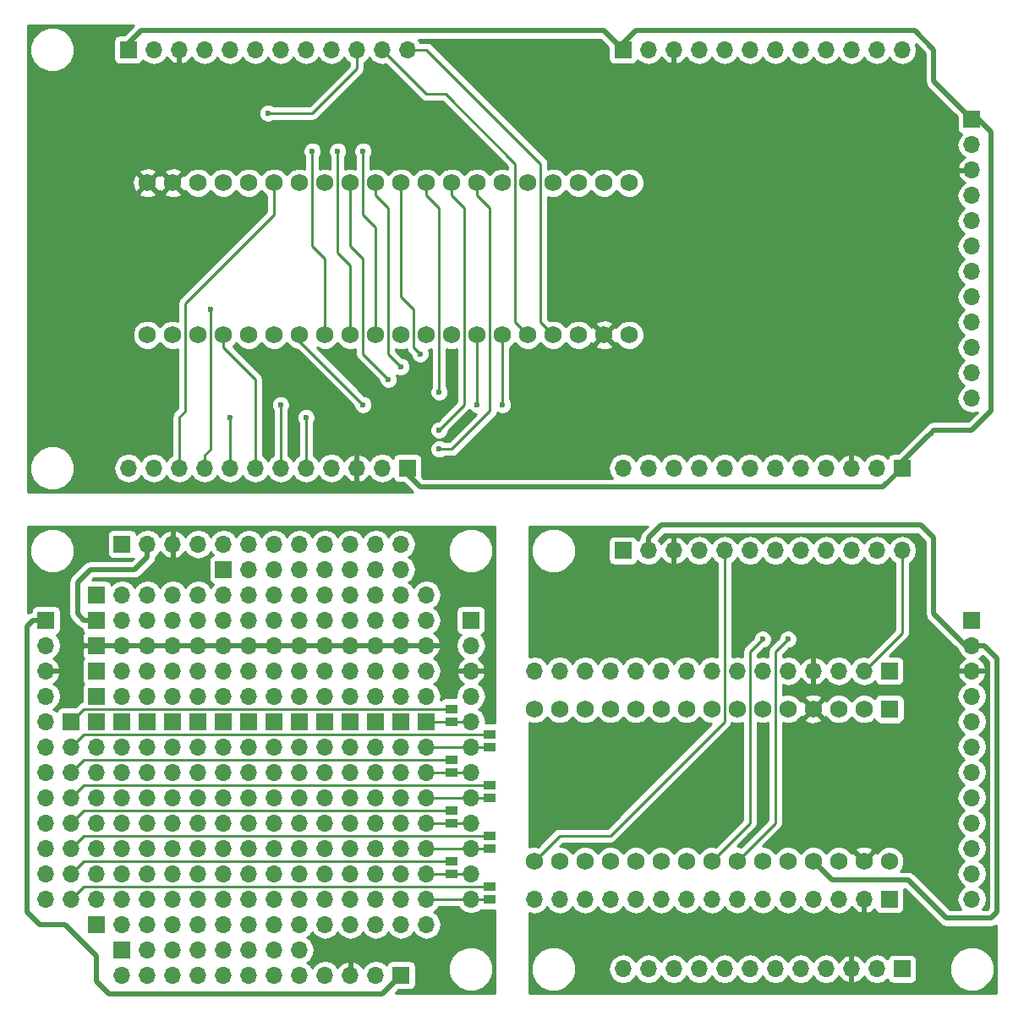
<source format=gbr>
G04 #@! TF.FileFunction,Copper,L2,Bot,Signal*
%FSLAX46Y46*%
G04 Gerber Fmt 4.6, Leading zero omitted, Abs format (unit mm)*
G04 Created by KiCad (PCBNEW 4.0.7+dfsg1-1~bpo9+1) date Wed May  2 15:24:50 2018*
%MOMM*%
%LPD*%
G01*
G04 APERTURE LIST*
%ADD10C,0.100000*%
%ADD11C,1.727200*%
%ADD12R,1.700000X1.700000*%
%ADD13O,1.700000X1.700000*%
%ADD14R,1.270000X0.970000*%
%ADD15R,1.727200X1.727200*%
%ADD16C,0.600000*%
%ADD17C,0.250000*%
%ADD18C,0.500000*%
%ADD19C,0.254000*%
G04 APERTURE END LIST*
D10*
D11*
X71755000Y-48260000D03*
X74295000Y-48260000D03*
X76835000Y-48260000D03*
X79375000Y-48260000D03*
X81915000Y-48260000D03*
X84455000Y-48260000D03*
X86995000Y-48260000D03*
X89535000Y-48260000D03*
X92075000Y-48260000D03*
X94615000Y-48260000D03*
X97155000Y-48260000D03*
X99695000Y-48260000D03*
X102235000Y-48260000D03*
X104775000Y-48260000D03*
X107315000Y-48260000D03*
X109855000Y-48260000D03*
X112395000Y-48260000D03*
X114935000Y-48260000D03*
X117475000Y-48260000D03*
X120015000Y-48260000D03*
X71755000Y-63500000D03*
X74295000Y-63500000D03*
X76835000Y-63500000D03*
X79375000Y-63500000D03*
X81915000Y-63500000D03*
X84455000Y-63500000D03*
X86995000Y-63500000D03*
X89535000Y-63500000D03*
X92075000Y-63500000D03*
X94615000Y-63500000D03*
X97155000Y-63500000D03*
X99695000Y-63500000D03*
X102235000Y-63500000D03*
X104775000Y-63500000D03*
X107315000Y-63500000D03*
X109855000Y-63500000D03*
X112395000Y-63500000D03*
X114935000Y-63500000D03*
X117475000Y-63500000D03*
X120015000Y-63500000D03*
D12*
X147320000Y-76835000D03*
D13*
X144780000Y-76835000D03*
X142240000Y-76835000D03*
X139700000Y-76835000D03*
X137160000Y-76835000D03*
X134620000Y-76835000D03*
X132080000Y-76835000D03*
X129540000Y-76835000D03*
X127000000Y-76835000D03*
X124460000Y-76835000D03*
X121920000Y-76835000D03*
X119380000Y-76835000D03*
D12*
X154305000Y-41910000D03*
D13*
X154305000Y-44450000D03*
X154305000Y-46990000D03*
X154305000Y-49530000D03*
X154305000Y-52070000D03*
X154305000Y-54610000D03*
X154305000Y-57150000D03*
X154305000Y-59690000D03*
X154305000Y-62230000D03*
X154305000Y-64770000D03*
X154305000Y-67310000D03*
X154305000Y-69850000D03*
D12*
X119380000Y-34925000D03*
D13*
X121920000Y-34925000D03*
X124460000Y-34925000D03*
X127000000Y-34925000D03*
X129540000Y-34925000D03*
X132080000Y-34925000D03*
X134620000Y-34925000D03*
X137160000Y-34925000D03*
X139700000Y-34925000D03*
X142240000Y-34925000D03*
X144780000Y-34925000D03*
X147320000Y-34925000D03*
D12*
X69850000Y-34925000D03*
D13*
X72390000Y-34925000D03*
X74930000Y-34925000D03*
X77470000Y-34925000D03*
X80010000Y-34925000D03*
X82550000Y-34925000D03*
X85090000Y-34925000D03*
X87630000Y-34925000D03*
X90170000Y-34925000D03*
X92710000Y-34925000D03*
X95250000Y-34925000D03*
X97790000Y-34925000D03*
D12*
X97790000Y-76835000D03*
D13*
X95250000Y-76835000D03*
X92710000Y-76835000D03*
X90170000Y-76835000D03*
X87630000Y-76835000D03*
X85090000Y-76835000D03*
X82550000Y-76835000D03*
X80010000Y-76835000D03*
X77470000Y-76835000D03*
X74930000Y-76835000D03*
X72390000Y-76835000D03*
X69850000Y-76835000D03*
D14*
X102235000Y-107320000D03*
X102235000Y-106040000D03*
D12*
X104140000Y-92075000D03*
D13*
X104140000Y-94615000D03*
X104140000Y-97155000D03*
X104140000Y-99695000D03*
X104140000Y-102235000D03*
X104140000Y-104775000D03*
X104140000Y-107315000D03*
X104140000Y-109855000D03*
X104140000Y-112395000D03*
X104140000Y-114935000D03*
X104140000Y-117475000D03*
X104140000Y-120015000D03*
D12*
X64135000Y-102235000D03*
D13*
X64135000Y-104775000D03*
X64135000Y-107315000D03*
X64135000Y-109855000D03*
X64135000Y-112395000D03*
X64135000Y-114935000D03*
X64135000Y-117475000D03*
X64135000Y-120015000D03*
D12*
X66675000Y-102235000D03*
D13*
X66675000Y-104775000D03*
X66675000Y-107315000D03*
X66675000Y-109855000D03*
X66675000Y-112395000D03*
X66675000Y-114935000D03*
X66675000Y-117475000D03*
X66675000Y-120015000D03*
D12*
X66675000Y-97155000D03*
D13*
X69215000Y-97155000D03*
X71755000Y-97155000D03*
X74295000Y-97155000D03*
X76835000Y-97155000D03*
X79375000Y-97155000D03*
X81915000Y-97155000D03*
X84455000Y-97155000D03*
X86995000Y-97155000D03*
X89535000Y-97155000D03*
X92075000Y-97155000D03*
X94615000Y-97155000D03*
X97155000Y-97155000D03*
X99695000Y-97155000D03*
D12*
X66675000Y-99695000D03*
D13*
X69215000Y-99695000D03*
X71755000Y-99695000D03*
X74295000Y-99695000D03*
X76835000Y-99695000D03*
X79375000Y-99695000D03*
X81915000Y-99695000D03*
X84455000Y-99695000D03*
X86995000Y-99695000D03*
X89535000Y-99695000D03*
X92075000Y-99695000D03*
X94615000Y-99695000D03*
X97155000Y-99695000D03*
X99695000Y-99695000D03*
D12*
X66675000Y-89535000D03*
D13*
X69215000Y-89535000D03*
X71755000Y-89535000D03*
X74295000Y-89535000D03*
X76835000Y-89535000D03*
X79375000Y-89535000D03*
X81915000Y-89535000D03*
X84455000Y-89535000D03*
X86995000Y-89535000D03*
X89535000Y-89535000D03*
X92075000Y-89535000D03*
X94615000Y-89535000D03*
X97155000Y-89535000D03*
X99695000Y-89535000D03*
D12*
X61595000Y-92075000D03*
D13*
X61595000Y-94615000D03*
X61595000Y-97155000D03*
X61595000Y-99695000D03*
X61595000Y-102235000D03*
X61595000Y-104775000D03*
X61595000Y-107315000D03*
X61595000Y-109855000D03*
X61595000Y-112395000D03*
X61595000Y-114935000D03*
X61595000Y-117475000D03*
X61595000Y-120015000D03*
D12*
X69215000Y-84455000D03*
D13*
X71755000Y-84455000D03*
X74295000Y-84455000D03*
X76835000Y-84455000D03*
X79375000Y-84455000D03*
X81915000Y-84455000D03*
X84455000Y-84455000D03*
X86995000Y-84455000D03*
X89535000Y-84455000D03*
X92075000Y-84455000D03*
X94615000Y-84455000D03*
X97155000Y-84455000D03*
D12*
X97155000Y-127635000D03*
D13*
X94615000Y-127635000D03*
X92075000Y-127635000D03*
X89535000Y-127635000D03*
X86995000Y-127635000D03*
X84455000Y-127635000D03*
X81915000Y-127635000D03*
X79375000Y-127635000D03*
X76835000Y-127635000D03*
X74295000Y-127635000D03*
X71755000Y-127635000D03*
X69215000Y-127635000D03*
D12*
X97155000Y-102235000D03*
D13*
X97155000Y-104775000D03*
X97155000Y-107315000D03*
X97155000Y-109855000D03*
X97155000Y-112395000D03*
X97155000Y-114935000D03*
X97155000Y-117475000D03*
X97155000Y-120015000D03*
D12*
X81915000Y-102235000D03*
D13*
X81915000Y-104775000D03*
X81915000Y-107315000D03*
X81915000Y-109855000D03*
X81915000Y-112395000D03*
X81915000Y-114935000D03*
X81915000Y-117475000D03*
X81915000Y-120015000D03*
D12*
X79375000Y-102235000D03*
D13*
X79375000Y-104775000D03*
X79375000Y-107315000D03*
X79375000Y-109855000D03*
X79375000Y-112395000D03*
X79375000Y-114935000D03*
X79375000Y-117475000D03*
X79375000Y-120015000D03*
D12*
X89535000Y-102235000D03*
D13*
X89535000Y-104775000D03*
X89535000Y-107315000D03*
X89535000Y-109855000D03*
X89535000Y-112395000D03*
X89535000Y-114935000D03*
X89535000Y-117475000D03*
X89535000Y-120015000D03*
D12*
X86995000Y-102235000D03*
D13*
X86995000Y-104775000D03*
X86995000Y-107315000D03*
X86995000Y-109855000D03*
X86995000Y-112395000D03*
X86995000Y-114935000D03*
X86995000Y-117475000D03*
X86995000Y-120015000D03*
D12*
X71755000Y-102235000D03*
D13*
X71755000Y-104775000D03*
X71755000Y-107315000D03*
X71755000Y-109855000D03*
X71755000Y-112395000D03*
X71755000Y-114935000D03*
X71755000Y-117475000D03*
X71755000Y-120015000D03*
D12*
X76835000Y-102235000D03*
D13*
X76835000Y-104775000D03*
X76835000Y-107315000D03*
X76835000Y-109855000D03*
X76835000Y-112395000D03*
X76835000Y-114935000D03*
X76835000Y-117475000D03*
X76835000Y-120015000D03*
D12*
X99695000Y-102235000D03*
D13*
X99695000Y-104775000D03*
X99695000Y-107315000D03*
X99695000Y-109855000D03*
X99695000Y-112395000D03*
X99695000Y-114935000D03*
X99695000Y-117475000D03*
X99695000Y-120015000D03*
D14*
X102235000Y-102240000D03*
X102235000Y-100960000D03*
X106045000Y-104780000D03*
X106045000Y-103500000D03*
X106045000Y-109860000D03*
X106045000Y-108580000D03*
X102235000Y-112400000D03*
X102235000Y-111120000D03*
X106045000Y-114940000D03*
X106045000Y-113660000D03*
X102235000Y-117480000D03*
X102235000Y-116200000D03*
X106045000Y-120020000D03*
X106045000Y-118740000D03*
D12*
X84455000Y-102235000D03*
D13*
X84455000Y-104775000D03*
X84455000Y-107315000D03*
X84455000Y-109855000D03*
X84455000Y-112395000D03*
X84455000Y-114935000D03*
X84455000Y-117475000D03*
X84455000Y-120015000D03*
D12*
X74295000Y-102235000D03*
D13*
X74295000Y-104775000D03*
X74295000Y-107315000D03*
X74295000Y-109855000D03*
X74295000Y-112395000D03*
X74295000Y-114935000D03*
X74295000Y-117475000D03*
X74295000Y-120015000D03*
D12*
X66675000Y-94615000D03*
D13*
X69215000Y-94615000D03*
X71755000Y-94615000D03*
X74295000Y-94615000D03*
X76835000Y-94615000D03*
X79375000Y-94615000D03*
X81915000Y-94615000D03*
X84455000Y-94615000D03*
X86995000Y-94615000D03*
X89535000Y-94615000D03*
X92075000Y-94615000D03*
X94615000Y-94615000D03*
X97155000Y-94615000D03*
X99695000Y-94615000D03*
D12*
X66675000Y-92075000D03*
D13*
X69215000Y-92075000D03*
X71755000Y-92075000D03*
X74295000Y-92075000D03*
X76835000Y-92075000D03*
X79375000Y-92075000D03*
X81915000Y-92075000D03*
X84455000Y-92075000D03*
X86995000Y-92075000D03*
X89535000Y-92075000D03*
X92075000Y-92075000D03*
X94615000Y-92075000D03*
X97155000Y-92075000D03*
X99695000Y-92075000D03*
D12*
X92075000Y-102235000D03*
D13*
X92075000Y-104775000D03*
X92075000Y-107315000D03*
X92075000Y-109855000D03*
X92075000Y-112395000D03*
X92075000Y-114935000D03*
X92075000Y-117475000D03*
X92075000Y-120015000D03*
D12*
X94615000Y-102235000D03*
D13*
X94615000Y-104775000D03*
X94615000Y-107315000D03*
X94615000Y-109855000D03*
X94615000Y-112395000D03*
X94615000Y-114935000D03*
X94615000Y-117475000D03*
X94615000Y-120015000D03*
D12*
X69215000Y-102235000D03*
D13*
X69215000Y-104775000D03*
X69215000Y-107315000D03*
X69215000Y-109855000D03*
X69215000Y-112395000D03*
X69215000Y-114935000D03*
X69215000Y-117475000D03*
X69215000Y-120015000D03*
D12*
X69215000Y-125095000D03*
D13*
X71755000Y-125095000D03*
X74295000Y-125095000D03*
X76835000Y-125095000D03*
X79375000Y-125095000D03*
X81915000Y-125095000D03*
X84455000Y-125095000D03*
X86995000Y-125095000D03*
D12*
X79375000Y-86995000D03*
D13*
X81915000Y-86995000D03*
X84455000Y-86995000D03*
X86995000Y-86995000D03*
X89535000Y-86995000D03*
X92075000Y-86995000D03*
X94615000Y-86995000D03*
X97155000Y-86995000D03*
D12*
X66675000Y-122555000D03*
D13*
X69215000Y-122555000D03*
X71755000Y-122555000D03*
X74295000Y-122555000D03*
X76835000Y-122555000D03*
X79375000Y-122555000D03*
X81915000Y-122555000D03*
X84455000Y-122555000D03*
X86995000Y-122555000D03*
X89535000Y-122555000D03*
X92075000Y-122555000D03*
X94615000Y-122555000D03*
X97155000Y-122555000D03*
X99695000Y-122555000D03*
D12*
X119380000Y-85090000D03*
D13*
X121920000Y-85090000D03*
X124460000Y-85090000D03*
X127000000Y-85090000D03*
X129540000Y-85090000D03*
X132080000Y-85090000D03*
X134620000Y-85090000D03*
X137160000Y-85090000D03*
X139700000Y-85090000D03*
X142240000Y-85090000D03*
X144780000Y-85090000D03*
X147320000Y-85090000D03*
D12*
X154305000Y-92075000D03*
D13*
X154305000Y-94615000D03*
X154305000Y-97155000D03*
X154305000Y-99695000D03*
X154305000Y-102235000D03*
X154305000Y-104775000D03*
X154305000Y-107315000D03*
X154305000Y-109855000D03*
X154305000Y-112395000D03*
X154305000Y-114935000D03*
X154305000Y-117475000D03*
X154305000Y-120015000D03*
D12*
X147320000Y-127000000D03*
D13*
X144780000Y-127000000D03*
X142240000Y-127000000D03*
X139700000Y-127000000D03*
X137160000Y-127000000D03*
X134620000Y-127000000D03*
X132080000Y-127000000D03*
X129540000Y-127000000D03*
X127000000Y-127000000D03*
X124460000Y-127000000D03*
X121920000Y-127000000D03*
X119380000Y-127000000D03*
D11*
X146050000Y-116205000D03*
X143510000Y-116205000D03*
X140970000Y-116205000D03*
X138430000Y-116205000D03*
X135890000Y-116205000D03*
X133350000Y-116205000D03*
X130810000Y-116205000D03*
X128270000Y-116205000D03*
X125730000Y-116205000D03*
X123190000Y-116205000D03*
X120650000Y-116205000D03*
X118110000Y-116205000D03*
X115570000Y-116205000D03*
X113030000Y-116205000D03*
X110490000Y-116205000D03*
X110490000Y-100965000D03*
X113030000Y-100965000D03*
X115570000Y-100965000D03*
X118110000Y-100965000D03*
X120650000Y-100965000D03*
X123190000Y-100965000D03*
X125730000Y-100965000D03*
X128270000Y-100965000D03*
X130810000Y-100965000D03*
X133350000Y-100965000D03*
X135890000Y-100965000D03*
X138430000Y-100965000D03*
X140970000Y-100965000D03*
X143510000Y-100965000D03*
D15*
X146050000Y-100965000D03*
D12*
X146050000Y-97155000D03*
D13*
X143510000Y-97155000D03*
X140970000Y-97155000D03*
X138430000Y-97155000D03*
X135890000Y-97155000D03*
X133350000Y-97155000D03*
X130810000Y-97155000D03*
X128270000Y-97155000D03*
X125730000Y-97155000D03*
X123190000Y-97155000D03*
X120650000Y-97155000D03*
X118110000Y-97155000D03*
X115570000Y-97155000D03*
X113030000Y-97155000D03*
X110490000Y-97155000D03*
D12*
X146050000Y-120015000D03*
D13*
X143510000Y-120015000D03*
X140970000Y-120015000D03*
X138430000Y-120015000D03*
X135890000Y-120015000D03*
X133350000Y-120015000D03*
X130810000Y-120015000D03*
X128270000Y-120015000D03*
X125730000Y-120015000D03*
X123190000Y-120015000D03*
X120650000Y-120015000D03*
X118110000Y-120015000D03*
X115570000Y-120015000D03*
X113030000Y-120015000D03*
X110490000Y-120015000D03*
D16*
X99060000Y-65405000D03*
X135890000Y-93980000D03*
X100965000Y-69215000D03*
X133350000Y-93980000D03*
X100965000Y-73025000D03*
X100965000Y-74930000D03*
X132080000Y-113665000D03*
X128270000Y-113665000D03*
X118110000Y-111760000D03*
X97155000Y-66675000D03*
X95885000Y-67945000D03*
X107315000Y-70485000D03*
X104775000Y-70485000D03*
X93345000Y-70485000D03*
X78105000Y-60960000D03*
X80010000Y-71755000D03*
X83820000Y-41275000D03*
X88265000Y-45085000D03*
X90805000Y-45085000D03*
X93345000Y-45085000D03*
X87630000Y-71755000D03*
X85090000Y-70485000D03*
D17*
X97155000Y-48260000D02*
X97155000Y-59690000D01*
X98425000Y-64770000D02*
X99060000Y-65405000D01*
X98425000Y-60960000D02*
X98425000Y-64770000D01*
X97155000Y-59690000D02*
X98425000Y-60960000D01*
X134620000Y-99060000D02*
X134620000Y-95250000D01*
X134620000Y-95250000D02*
X135890000Y-93980000D01*
X134620000Y-112395000D02*
X134620000Y-99060000D01*
X130810000Y-116205000D02*
X134620000Y-112395000D01*
X142240000Y-84455000D02*
X142240000Y-85090000D01*
X99695000Y-49530000D02*
X99695000Y-48260000D01*
X100965000Y-50800000D02*
X99695000Y-49530000D01*
X100965000Y-69215000D02*
X100965000Y-50800000D01*
X132080000Y-98425000D02*
X132080000Y-95250000D01*
X132080000Y-95250000D02*
X133350000Y-93980000D01*
X132080000Y-112395000D02*
X132080000Y-98425000D01*
X128270000Y-116205000D02*
X132080000Y-112395000D01*
X139700000Y-84455000D02*
X139700000Y-85090000D01*
X103505000Y-70485000D02*
X100965000Y-73025000D01*
X102235000Y-48260000D02*
X102235000Y-49530000D01*
X103505000Y-50800000D02*
X103505000Y-70485000D01*
X102235000Y-49530000D02*
X103505000Y-50800000D01*
X106045000Y-70485000D02*
X106045000Y-71120000D01*
X106045000Y-71120000D02*
X102235000Y-74930000D01*
X102235000Y-74930000D02*
X100965000Y-74930000D01*
X104775000Y-48260000D02*
X104775000Y-49530000D01*
X106045000Y-50800000D02*
X106045000Y-70485000D01*
X104775000Y-49530000D02*
X106045000Y-50800000D01*
D18*
X66675000Y-92075000D02*
X65405000Y-92075000D01*
X71755000Y-85725000D02*
X71755000Y-84455000D01*
X70485000Y-86995000D02*
X71755000Y-85725000D01*
X66040000Y-86995000D02*
X70485000Y-86995000D01*
X64770000Y-88265000D02*
X66040000Y-86995000D01*
X64770000Y-91440000D02*
X64770000Y-88265000D01*
X65405000Y-92075000D02*
X64770000Y-91440000D01*
X156210000Y-121920000D02*
X151765000Y-121920000D01*
X156845000Y-121285000D02*
X156210000Y-121920000D01*
X156845000Y-95885000D02*
X156845000Y-121285000D01*
X155575000Y-94615000D02*
X156845000Y-95885000D01*
X154940000Y-94615000D02*
X155575000Y-94615000D01*
X151765000Y-121920000D02*
X147955000Y-118110000D01*
X147955000Y-118110000D02*
X140335000Y-118110000D01*
X140335000Y-118110000D02*
X138430000Y-116205000D01*
X153670000Y-94615000D02*
X150495000Y-91440000D01*
X121920000Y-84455000D02*
X121920000Y-83820000D01*
X121920000Y-83820000D02*
X123190000Y-82550000D01*
X150495000Y-83820000D02*
X150495000Y-91440000D01*
X149225000Y-82550000D02*
X150495000Y-83820000D01*
X123190000Y-82550000D02*
X149225000Y-82550000D01*
X153670000Y-94615000D02*
X154940000Y-94615000D01*
X107950000Y-33020000D02*
X113665000Y-33020000D01*
X113665000Y-33020000D02*
X117475000Y-33020000D01*
X97790000Y-76835000D02*
X97790000Y-77470000D01*
X97790000Y-77470000D02*
X99060000Y-78740000D01*
X99060000Y-78740000D02*
X145415000Y-78740000D01*
X145415000Y-78740000D02*
X147320000Y-76835000D01*
X149860000Y-73660000D02*
X150177500Y-73342500D01*
X150177500Y-73342500D02*
X150495000Y-73025000D01*
X150495000Y-73025000D02*
X154305000Y-73025000D01*
X147320000Y-76835000D02*
X147320000Y-76200000D01*
X147320000Y-76200000D02*
X148590000Y-74930000D01*
X154305000Y-41910000D02*
X154940000Y-41910000D01*
X154940000Y-41910000D02*
X156210000Y-43180000D01*
X156210000Y-43180000D02*
X156210000Y-71120000D01*
X156210000Y-71120000D02*
X154305000Y-73025000D01*
X149860000Y-73660000D02*
X148590000Y-74930000D01*
X119380000Y-34925000D02*
X119380000Y-34290000D01*
X119380000Y-34290000D02*
X120650000Y-33020000D01*
X150495000Y-38100000D02*
X154305000Y-41910000D01*
X150495000Y-34925000D02*
X150495000Y-38100000D01*
X148590000Y-33020000D02*
X150495000Y-34925000D01*
X120650000Y-33020000D02*
X148590000Y-33020000D01*
X69850000Y-34925000D02*
X69850000Y-34290000D01*
X69850000Y-34290000D02*
X71120000Y-33020000D01*
X117475000Y-33020000D02*
X119380000Y-34925000D01*
X71120000Y-33020000D02*
X107950000Y-33020000D01*
X61595000Y-92075000D02*
X60325000Y-92075000D01*
X66675000Y-127000000D02*
X66675000Y-125730000D01*
X66675000Y-125730000D02*
X63500000Y-122555000D01*
X63500000Y-122555000D02*
X61595000Y-122555000D01*
X60960000Y-122555000D02*
X60325000Y-121920000D01*
X61595000Y-122555000D02*
X60960000Y-122555000D01*
X66675000Y-128270000D02*
X67945000Y-129540000D01*
X67945000Y-129540000D02*
X92710000Y-129540000D01*
X92710000Y-129540000D02*
X95250000Y-129540000D01*
X95250000Y-129540000D02*
X97155000Y-127635000D01*
X66675000Y-127000000D02*
X66675000Y-128270000D01*
X59690000Y-121285000D02*
X59690000Y-92710000D01*
X59690000Y-92710000D02*
X60325000Y-92075000D01*
X60325000Y-121920000D02*
X59690000Y-121285000D01*
D17*
X94615000Y-49530000D02*
X94615000Y-48260000D01*
X94615000Y-49530000D02*
X94615000Y-48260000D01*
X95885000Y-50800000D02*
X94615000Y-49530000D01*
X95885000Y-55245000D02*
X95885000Y-65405000D01*
X95885000Y-55245000D02*
X95885000Y-50800000D01*
X95885000Y-65405000D02*
X97155000Y-66675000D01*
X92075000Y-54610000D02*
X93345000Y-55880000D01*
X93345000Y-55880000D02*
X93345000Y-65405000D01*
X93345000Y-65405000D02*
X95885000Y-67945000D01*
X92075000Y-49530000D02*
X92075000Y-54610000D01*
X92075000Y-49530000D02*
X92075000Y-48260000D01*
X107315000Y-65405000D02*
X107315000Y-70485000D01*
X107315000Y-65405000D02*
X107315000Y-63500000D01*
X104775000Y-65405000D02*
X104775000Y-70485000D01*
X104775000Y-65405000D02*
X104775000Y-63500000D01*
X86995000Y-63500000D02*
X86995000Y-64135000D01*
X86995000Y-64135000D02*
X93345000Y-70485000D01*
X109855000Y-63500000D02*
X108585000Y-62230000D01*
X108585000Y-62230000D02*
X108585000Y-46355000D01*
X108585000Y-46355000D02*
X101600000Y-39370000D01*
X101600000Y-39370000D02*
X99695000Y-39370000D01*
X99695000Y-39370000D02*
X95250000Y-34925000D01*
X112395000Y-63500000D02*
X111125000Y-62230000D01*
X111125000Y-62230000D02*
X111125000Y-46355000D01*
X111125000Y-46355000D02*
X99695000Y-34925000D01*
X99695000Y-34925000D02*
X97790000Y-34925000D01*
X74930000Y-76835000D02*
X74930000Y-71755000D01*
X84455000Y-51435000D02*
X84455000Y-48260000D01*
X75565000Y-60325000D02*
X84455000Y-51435000D01*
X75565000Y-71120000D02*
X75565000Y-60325000D01*
X74930000Y-71755000D02*
X75565000Y-71120000D01*
X77470000Y-75565000D02*
X78105000Y-74930000D01*
X78105000Y-74930000D02*
X78105000Y-60960000D01*
X77470000Y-76835000D02*
X77470000Y-75565000D01*
X80010000Y-76835000D02*
X80010000Y-71755000D01*
X92710000Y-34925000D02*
X92710000Y-36830000D01*
X88265000Y-41275000D02*
X83820000Y-41275000D01*
X92710000Y-36830000D02*
X88265000Y-41275000D01*
X89535000Y-62230000D02*
X89535000Y-55880000D01*
X89535000Y-63500000D02*
X89535000Y-62230000D01*
X89535000Y-55880000D02*
X88265000Y-54610000D01*
X88265000Y-54610000D02*
X88265000Y-45085000D01*
X92075000Y-63500000D02*
X92075000Y-56515000D01*
X92075000Y-56515000D02*
X90805000Y-55245000D01*
X90805000Y-55245000D02*
X90805000Y-45085000D01*
X92075000Y-62865000D02*
X92075000Y-63500000D01*
X94615000Y-61595000D02*
X94615000Y-52705000D01*
X94615000Y-52705000D02*
X93345000Y-51435000D01*
X93345000Y-51435000D02*
X93345000Y-45085000D01*
X94615000Y-61595000D02*
X94615000Y-63500000D01*
X117475000Y-48260000D02*
X117475000Y-47625000D01*
X87630000Y-71755000D02*
X87630000Y-76835000D01*
X85090000Y-70485000D02*
X85090000Y-76835000D01*
X85090000Y-76200000D02*
X85090000Y-76835000D01*
X79375000Y-63500000D02*
X79375000Y-64770000D01*
X82550000Y-67945000D02*
X82550000Y-76835000D01*
X79375000Y-64770000D02*
X82550000Y-67945000D01*
X102235000Y-100960000D02*
X67950000Y-100960000D01*
X67950000Y-100960000D02*
X65410000Y-100960000D01*
X65410000Y-100960000D02*
X64135000Y-102235000D01*
X106045000Y-103500000D02*
X67950000Y-103500000D01*
X67950000Y-103500000D02*
X65410000Y-103500000D01*
X65410000Y-103500000D02*
X64135000Y-104775000D01*
X67945000Y-106040000D02*
X65410000Y-106040000D01*
X65410000Y-106040000D02*
X64135000Y-107315000D01*
X102235000Y-106040000D02*
X67945000Y-106040000D01*
X67950000Y-108580000D02*
X65410000Y-108580000D01*
X65405000Y-108585000D02*
X64135000Y-109855000D01*
X65410000Y-108580000D02*
X65405000Y-108585000D01*
X106045000Y-108580000D02*
X67950000Y-108580000D01*
X67950000Y-111120000D02*
X65410000Y-111120000D01*
X65410000Y-111120000D02*
X64135000Y-112395000D01*
X102235000Y-111120000D02*
X67950000Y-111120000D01*
X67945000Y-113660000D02*
X65410000Y-113660000D01*
X65410000Y-113660000D02*
X64135000Y-114935000D01*
X106045000Y-113660000D02*
X67945000Y-113660000D01*
X67950000Y-116200000D02*
X65410000Y-116200000D01*
X65410000Y-116200000D02*
X64135000Y-117475000D01*
X102235000Y-116200000D02*
X67950000Y-116200000D01*
X65410000Y-118740000D02*
X64135000Y-120015000D01*
X67945000Y-118740000D02*
X65410000Y-118740000D01*
X106045000Y-118740000D02*
X67945000Y-118740000D01*
X102235000Y-102240000D02*
X99700000Y-102240000D01*
X102240000Y-102235000D02*
X102235000Y-102240000D01*
X104140000Y-102235000D02*
X102240000Y-102235000D01*
X99700000Y-102240000D02*
X99695000Y-102235000D01*
X106040000Y-104775000D02*
X106045000Y-104780000D01*
X106040000Y-104775000D02*
X106045000Y-104780000D01*
X99695000Y-104775000D02*
X104140000Y-104775000D01*
X104140000Y-104775000D02*
X106040000Y-104775000D01*
X102235000Y-107320000D02*
X99700000Y-107320000D01*
X102240000Y-107315000D02*
X102235000Y-107320000D01*
X104140000Y-107315000D02*
X102240000Y-107315000D01*
X99700000Y-107320000D02*
X99695000Y-107315000D01*
X104140000Y-109855000D02*
X99695000Y-109855000D01*
X106045000Y-109860000D02*
X104145000Y-109860000D01*
X104145000Y-109860000D02*
X104140000Y-109855000D01*
X104775000Y-109855000D02*
X104140000Y-109855000D01*
X102235000Y-112400000D02*
X104135000Y-112400000D01*
X102230000Y-112395000D02*
X102235000Y-112400000D01*
X99695000Y-112395000D02*
X102230000Y-112395000D01*
X104135000Y-112400000D02*
X104140000Y-112395000D01*
X104140000Y-114935000D02*
X99695000Y-114935000D01*
X106045000Y-114940000D02*
X104145000Y-114940000D01*
X104145000Y-114940000D02*
X104140000Y-114935000D01*
X102235000Y-117480000D02*
X104135000Y-117480000D01*
X102230000Y-117475000D02*
X102235000Y-117480000D01*
X99695000Y-117475000D02*
X102230000Y-117475000D01*
X104135000Y-117480000D02*
X104140000Y-117475000D01*
X104140000Y-120015000D02*
X99695000Y-120015000D01*
X106045000Y-120020000D02*
X104145000Y-120020000D01*
X104145000Y-120020000D02*
X104140000Y-120015000D01*
X129540000Y-95885000D02*
X129540000Y-91440000D01*
X129540000Y-98425000D02*
X129540000Y-95885000D01*
X129540000Y-84455000D02*
X129540000Y-91440000D01*
X129540000Y-98425000D02*
X129540000Y-102235000D01*
X113030000Y-113665000D02*
X110490000Y-116205000D01*
X118110000Y-113665000D02*
X113030000Y-113665000D01*
X129540000Y-102235000D02*
X118110000Y-113665000D01*
X143510000Y-97155000D02*
X147320000Y-93345000D01*
X147320000Y-93345000D02*
X147320000Y-85090000D01*
D19*
G36*
X69460860Y-33427560D02*
X69000000Y-33427560D01*
X68764683Y-33471838D01*
X68548559Y-33610910D01*
X68403569Y-33823110D01*
X68352560Y-34075000D01*
X68352560Y-35775000D01*
X68396838Y-36010317D01*
X68535910Y-36226441D01*
X68748110Y-36371431D01*
X69000000Y-36422440D01*
X70700000Y-36422440D01*
X70935317Y-36378162D01*
X71151441Y-36239090D01*
X71296431Y-36026890D01*
X71310086Y-35959459D01*
X71339946Y-36004147D01*
X71821715Y-36326054D01*
X72390000Y-36439093D01*
X72958285Y-36326054D01*
X73440054Y-36004147D01*
X73667702Y-35663447D01*
X73734817Y-35806358D01*
X74163076Y-36196645D01*
X74573110Y-36366476D01*
X74803000Y-36245155D01*
X74803000Y-35052000D01*
X74783000Y-35052000D01*
X74783000Y-34798000D01*
X74803000Y-34798000D01*
X74803000Y-34778000D01*
X75057000Y-34778000D01*
X75057000Y-34798000D01*
X75077000Y-34798000D01*
X75077000Y-35052000D01*
X75057000Y-35052000D01*
X75057000Y-36245155D01*
X75286890Y-36366476D01*
X75696924Y-36196645D01*
X76125183Y-35806358D01*
X76192298Y-35663447D01*
X76419946Y-36004147D01*
X76901715Y-36326054D01*
X77470000Y-36439093D01*
X78038285Y-36326054D01*
X78520054Y-36004147D01*
X78740000Y-35674974D01*
X78959946Y-36004147D01*
X79441715Y-36326054D01*
X80010000Y-36439093D01*
X80578285Y-36326054D01*
X81060054Y-36004147D01*
X81280000Y-35674974D01*
X81499946Y-36004147D01*
X81981715Y-36326054D01*
X82550000Y-36439093D01*
X83118285Y-36326054D01*
X83600054Y-36004147D01*
X83820000Y-35674974D01*
X84039946Y-36004147D01*
X84521715Y-36326054D01*
X85090000Y-36439093D01*
X85658285Y-36326054D01*
X86140054Y-36004147D01*
X86360000Y-35674974D01*
X86579946Y-36004147D01*
X87061715Y-36326054D01*
X87630000Y-36439093D01*
X88198285Y-36326054D01*
X88680054Y-36004147D01*
X88900000Y-35674974D01*
X89119946Y-36004147D01*
X89601715Y-36326054D01*
X90170000Y-36439093D01*
X90738285Y-36326054D01*
X91220054Y-36004147D01*
X91440000Y-35674974D01*
X91659946Y-36004147D01*
X91950000Y-36197954D01*
X91950000Y-36515198D01*
X87950198Y-40515000D01*
X84382463Y-40515000D01*
X84350327Y-40482808D01*
X84006799Y-40340162D01*
X83634833Y-40339838D01*
X83291057Y-40481883D01*
X83027808Y-40744673D01*
X82885162Y-41088201D01*
X82884838Y-41460167D01*
X83026883Y-41803943D01*
X83289673Y-42067192D01*
X83633201Y-42209838D01*
X84005167Y-42210162D01*
X84348943Y-42068117D01*
X84382118Y-42035000D01*
X88265000Y-42035000D01*
X88555839Y-41977148D01*
X88802401Y-41812401D01*
X93247401Y-37367401D01*
X93412148Y-37120840D01*
X93470000Y-36830000D01*
X93470000Y-36197954D01*
X93760054Y-36004147D01*
X93980000Y-35674974D01*
X94199946Y-36004147D01*
X94681715Y-36326054D01*
X95250000Y-36439093D01*
X95616408Y-36366210D01*
X99157599Y-39907401D01*
X99404160Y-40072148D01*
X99695000Y-40130000D01*
X101285198Y-40130000D01*
X107825000Y-46669802D01*
X107825000Y-46849111D01*
X107614398Y-46761661D01*
X107018218Y-46761141D01*
X106467220Y-46988808D01*
X106045290Y-47410003D01*
X106044905Y-47410931D01*
X105624997Y-46990290D01*
X105074398Y-46761661D01*
X104478218Y-46761141D01*
X103927220Y-46988808D01*
X103505290Y-47410003D01*
X103504905Y-47410931D01*
X103084997Y-46990290D01*
X102534398Y-46761661D01*
X101938218Y-46761141D01*
X101387220Y-46988808D01*
X100965290Y-47410003D01*
X100964905Y-47410931D01*
X100544997Y-46990290D01*
X99994398Y-46761661D01*
X99398218Y-46761141D01*
X98847220Y-46988808D01*
X98425290Y-47410003D01*
X98424905Y-47410931D01*
X98004997Y-46990290D01*
X97454398Y-46761661D01*
X96858218Y-46761141D01*
X96307220Y-46988808D01*
X95885290Y-47410003D01*
X95884905Y-47410931D01*
X95464997Y-46990290D01*
X94914398Y-46761661D01*
X94318218Y-46761141D01*
X94105000Y-46849241D01*
X94105000Y-45647463D01*
X94137192Y-45615327D01*
X94279838Y-45271799D01*
X94280162Y-44899833D01*
X94138117Y-44556057D01*
X93875327Y-44292808D01*
X93531799Y-44150162D01*
X93159833Y-44149838D01*
X92816057Y-44291883D01*
X92552808Y-44554673D01*
X92410162Y-44898201D01*
X92409838Y-45270167D01*
X92551883Y-45613943D01*
X92585000Y-45647118D01*
X92585000Y-46849111D01*
X92374398Y-46761661D01*
X91778218Y-46761141D01*
X91565000Y-46849241D01*
X91565000Y-45647463D01*
X91597192Y-45615327D01*
X91739838Y-45271799D01*
X91740162Y-44899833D01*
X91598117Y-44556057D01*
X91335327Y-44292808D01*
X90991799Y-44150162D01*
X90619833Y-44149838D01*
X90276057Y-44291883D01*
X90012808Y-44554673D01*
X89870162Y-44898201D01*
X89869838Y-45270167D01*
X90011883Y-45613943D01*
X90045000Y-45647118D01*
X90045000Y-46849111D01*
X89834398Y-46761661D01*
X89238218Y-46761141D01*
X89025000Y-46849241D01*
X89025000Y-45647463D01*
X89057192Y-45615327D01*
X89199838Y-45271799D01*
X89200162Y-44899833D01*
X89058117Y-44556057D01*
X88795327Y-44292808D01*
X88451799Y-44150162D01*
X88079833Y-44149838D01*
X87736057Y-44291883D01*
X87472808Y-44554673D01*
X87330162Y-44898201D01*
X87329838Y-45270167D01*
X87471883Y-45613943D01*
X87505000Y-45647118D01*
X87505000Y-46849111D01*
X87294398Y-46761661D01*
X86698218Y-46761141D01*
X86147220Y-46988808D01*
X85725290Y-47410003D01*
X85724905Y-47410931D01*
X85304997Y-46990290D01*
X84754398Y-46761661D01*
X84158218Y-46761141D01*
X83607220Y-46988808D01*
X83185290Y-47410003D01*
X83184905Y-47410931D01*
X82764997Y-46990290D01*
X82214398Y-46761661D01*
X81618218Y-46761141D01*
X81067220Y-46988808D01*
X80645290Y-47410003D01*
X80644905Y-47410931D01*
X80224997Y-46990290D01*
X79674398Y-46761661D01*
X79078218Y-46761141D01*
X78527220Y-46988808D01*
X78105290Y-47410003D01*
X78104905Y-47410931D01*
X77684997Y-46990290D01*
X77134398Y-46761661D01*
X76538218Y-46761141D01*
X75987220Y-46988808D01*
X75565290Y-47410003D01*
X75548459Y-47450537D01*
X75348805Y-47385800D01*
X74474605Y-48260000D01*
X75348805Y-49134200D01*
X75548033Y-49069601D01*
X75563808Y-49107780D01*
X75985003Y-49529710D01*
X76535602Y-49758339D01*
X77131782Y-49758859D01*
X77682780Y-49531192D01*
X78104710Y-49109997D01*
X78105095Y-49109069D01*
X78525003Y-49529710D01*
X79075602Y-49758339D01*
X79671782Y-49758859D01*
X80222780Y-49531192D01*
X80644710Y-49109997D01*
X80645095Y-49109069D01*
X81065003Y-49529710D01*
X81615602Y-49758339D01*
X82211782Y-49758859D01*
X82762780Y-49531192D01*
X83184710Y-49109997D01*
X83185095Y-49109069D01*
X83605003Y-49529710D01*
X83695000Y-49567080D01*
X83695000Y-51120198D01*
X75027599Y-59787599D01*
X74862852Y-60034161D01*
X74805000Y-60325000D01*
X74805000Y-62089111D01*
X74594398Y-62001661D01*
X73998218Y-62001141D01*
X73447220Y-62228808D01*
X73025290Y-62650003D01*
X73024905Y-62650931D01*
X72604997Y-62230290D01*
X72054398Y-62001661D01*
X71458218Y-62001141D01*
X70907220Y-62228808D01*
X70485290Y-62650003D01*
X70256661Y-63200602D01*
X70256141Y-63796782D01*
X70483808Y-64347780D01*
X70905003Y-64769710D01*
X71455602Y-64998339D01*
X72051782Y-64998859D01*
X72602780Y-64771192D01*
X73024710Y-64349997D01*
X73025095Y-64349069D01*
X73445003Y-64769710D01*
X73995602Y-64998339D01*
X74591782Y-64998859D01*
X74805000Y-64910759D01*
X74805000Y-70805198D01*
X74392599Y-71217599D01*
X74227852Y-71464161D01*
X74170000Y-71755000D01*
X74170000Y-75562046D01*
X73879946Y-75755853D01*
X73660000Y-76085026D01*
X73440054Y-75755853D01*
X72958285Y-75433946D01*
X72390000Y-75320907D01*
X71821715Y-75433946D01*
X71339946Y-75755853D01*
X71120000Y-76085026D01*
X70900054Y-75755853D01*
X70418285Y-75433946D01*
X69850000Y-75320907D01*
X69281715Y-75433946D01*
X68799946Y-75755853D01*
X68478039Y-76237622D01*
X68365000Y-76805907D01*
X68365000Y-76864093D01*
X68478039Y-77432378D01*
X68799946Y-77914147D01*
X69281715Y-78236054D01*
X69850000Y-78349093D01*
X70418285Y-78236054D01*
X70900054Y-77914147D01*
X71120000Y-77584974D01*
X71339946Y-77914147D01*
X71821715Y-78236054D01*
X72390000Y-78349093D01*
X72958285Y-78236054D01*
X73440054Y-77914147D01*
X73660000Y-77584974D01*
X73879946Y-77914147D01*
X74361715Y-78236054D01*
X74930000Y-78349093D01*
X75498285Y-78236054D01*
X75980054Y-77914147D01*
X76200000Y-77584974D01*
X76419946Y-77914147D01*
X76901715Y-78236054D01*
X77470000Y-78349093D01*
X78038285Y-78236054D01*
X78520054Y-77914147D01*
X78740000Y-77584974D01*
X78959946Y-77914147D01*
X79441715Y-78236054D01*
X80010000Y-78349093D01*
X80578285Y-78236054D01*
X81060054Y-77914147D01*
X81280000Y-77584974D01*
X81499946Y-77914147D01*
X81981715Y-78236054D01*
X82550000Y-78349093D01*
X83118285Y-78236054D01*
X83600054Y-77914147D01*
X83820000Y-77584974D01*
X84039946Y-77914147D01*
X84521715Y-78236054D01*
X85090000Y-78349093D01*
X85658285Y-78236054D01*
X86140054Y-77914147D01*
X86360000Y-77584974D01*
X86579946Y-77914147D01*
X87061715Y-78236054D01*
X87630000Y-78349093D01*
X88198285Y-78236054D01*
X88680054Y-77914147D01*
X88900000Y-77584974D01*
X89119946Y-77914147D01*
X89601715Y-78236054D01*
X90170000Y-78349093D01*
X90738285Y-78236054D01*
X91220054Y-77914147D01*
X91447702Y-77573447D01*
X91514817Y-77716358D01*
X91943076Y-78106645D01*
X92353110Y-78276476D01*
X92583000Y-78155155D01*
X92583000Y-76962000D01*
X92563000Y-76962000D01*
X92563000Y-76708000D01*
X92583000Y-76708000D01*
X92583000Y-75514845D01*
X92353110Y-75393524D01*
X91943076Y-75563355D01*
X91514817Y-75953642D01*
X91447702Y-76096553D01*
X91220054Y-75755853D01*
X90738285Y-75433946D01*
X90170000Y-75320907D01*
X89601715Y-75433946D01*
X89119946Y-75755853D01*
X88900000Y-76085026D01*
X88680054Y-75755853D01*
X88390000Y-75562046D01*
X88390000Y-72317463D01*
X88422192Y-72285327D01*
X88564838Y-71941799D01*
X88565162Y-71569833D01*
X88423117Y-71226057D01*
X88160327Y-70962808D01*
X87816799Y-70820162D01*
X87444833Y-70819838D01*
X87101057Y-70961883D01*
X86837808Y-71224673D01*
X86695162Y-71568201D01*
X86694838Y-71940167D01*
X86836883Y-72283943D01*
X86870000Y-72317118D01*
X86870000Y-75562046D01*
X86579946Y-75755853D01*
X86360000Y-76085026D01*
X86140054Y-75755853D01*
X85850000Y-75562046D01*
X85850000Y-71047463D01*
X85882192Y-71015327D01*
X86024838Y-70671799D01*
X86025162Y-70299833D01*
X85883117Y-69956057D01*
X85620327Y-69692808D01*
X85276799Y-69550162D01*
X84904833Y-69549838D01*
X84561057Y-69691883D01*
X84297808Y-69954673D01*
X84155162Y-70298201D01*
X84154838Y-70670167D01*
X84296883Y-71013943D01*
X84330000Y-71047118D01*
X84330000Y-75562046D01*
X84039946Y-75755853D01*
X83820000Y-76085026D01*
X83600054Y-75755853D01*
X83310000Y-75562046D01*
X83310000Y-67945000D01*
X83252148Y-67654161D01*
X83087401Y-67407599D01*
X80336986Y-64657184D01*
X80644710Y-64349997D01*
X80645095Y-64349069D01*
X81065003Y-64769710D01*
X81615602Y-64998339D01*
X82211782Y-64998859D01*
X82762780Y-64771192D01*
X83184710Y-64349997D01*
X83185095Y-64349069D01*
X83605003Y-64769710D01*
X84155602Y-64998339D01*
X84751782Y-64998859D01*
X85302780Y-64771192D01*
X85724710Y-64349997D01*
X85725095Y-64349069D01*
X86145003Y-64769710D01*
X86695602Y-64998339D01*
X86783614Y-64998416D01*
X92409878Y-70624680D01*
X92409838Y-70670167D01*
X92551883Y-71013943D01*
X92814673Y-71277192D01*
X93158201Y-71419838D01*
X93530167Y-71420162D01*
X93873943Y-71278117D01*
X94137192Y-71015327D01*
X94279838Y-70671799D01*
X94280162Y-70299833D01*
X94138117Y-69956057D01*
X93875327Y-69692808D01*
X93531799Y-69550162D01*
X93484923Y-69550121D01*
X88718365Y-64783563D01*
X89235602Y-64998339D01*
X89831782Y-64998859D01*
X90382780Y-64771192D01*
X90804710Y-64349997D01*
X90805095Y-64349069D01*
X91225003Y-64769710D01*
X91775602Y-64998339D01*
X92371782Y-64998859D01*
X92585000Y-64910759D01*
X92585000Y-65405000D01*
X92642852Y-65695839D01*
X92807599Y-65942401D01*
X94949878Y-68084680D01*
X94949838Y-68130167D01*
X95091883Y-68473943D01*
X95354673Y-68737192D01*
X95698201Y-68879838D01*
X96070167Y-68880162D01*
X96413943Y-68738117D01*
X96677192Y-68475327D01*
X96819838Y-68131799D01*
X96820162Y-67759833D01*
X96714690Y-67504570D01*
X96968201Y-67609838D01*
X97340167Y-67610162D01*
X97683943Y-67468117D01*
X97947192Y-67205327D01*
X98089838Y-66861799D01*
X98090162Y-66489833D01*
X97948117Y-66146057D01*
X97685327Y-65882808D01*
X97341799Y-65740162D01*
X97294923Y-65740121D01*
X96645000Y-65090198D01*
X96645000Y-64910889D01*
X96855602Y-64998339D01*
X97451782Y-64998859D01*
X97690873Y-64900069D01*
X97722852Y-65060839D01*
X97887599Y-65307401D01*
X98124878Y-65544680D01*
X98124838Y-65590167D01*
X98266883Y-65933943D01*
X98529673Y-66197192D01*
X98873201Y-66339838D01*
X99245167Y-66340162D01*
X99588943Y-66198117D01*
X99852192Y-65935327D01*
X99994838Y-65591799D01*
X99995162Y-65219833D01*
X99903826Y-64998782D01*
X99991782Y-64998859D01*
X100205000Y-64910759D01*
X100205000Y-68652537D01*
X100172808Y-68684673D01*
X100030162Y-69028201D01*
X100029838Y-69400167D01*
X100171883Y-69743943D01*
X100434673Y-70007192D01*
X100778201Y-70149838D01*
X101150167Y-70150162D01*
X101493943Y-70008117D01*
X101757192Y-69745327D01*
X101899838Y-69401799D01*
X101900162Y-69029833D01*
X101758117Y-68686057D01*
X101725000Y-68652882D01*
X101725000Y-64910889D01*
X101935602Y-64998339D01*
X102531782Y-64998859D01*
X102745000Y-64910759D01*
X102745000Y-70170198D01*
X100825320Y-72089878D01*
X100779833Y-72089838D01*
X100436057Y-72231883D01*
X100172808Y-72494673D01*
X100030162Y-72838201D01*
X100029838Y-73210167D01*
X100171883Y-73553943D01*
X100434673Y-73817192D01*
X100778201Y-73959838D01*
X101150167Y-73960162D01*
X101493943Y-73818117D01*
X101757192Y-73555327D01*
X101899838Y-73211799D01*
X101899879Y-73164923D01*
X104016341Y-71048461D01*
X104244673Y-71277192D01*
X104588201Y-71419838D01*
X104670288Y-71419910D01*
X101920198Y-74170000D01*
X101527463Y-74170000D01*
X101495327Y-74137808D01*
X101151799Y-73995162D01*
X100779833Y-73994838D01*
X100436057Y-74136883D01*
X100172808Y-74399673D01*
X100030162Y-74743201D01*
X100029838Y-75115167D01*
X100171883Y-75458943D01*
X100434673Y-75722192D01*
X100778201Y-75864838D01*
X101150167Y-75865162D01*
X101493943Y-75723117D01*
X101527118Y-75690000D01*
X102235000Y-75690000D01*
X102525839Y-75632148D01*
X102772401Y-75467401D01*
X106582401Y-71657401D01*
X106747148Y-71410839D01*
X106775550Y-71268053D01*
X106784673Y-71277192D01*
X107128201Y-71419838D01*
X107500167Y-71420162D01*
X107843943Y-71278117D01*
X108107192Y-71015327D01*
X108249838Y-70671799D01*
X108250162Y-70299833D01*
X108108117Y-69956057D01*
X108075000Y-69922882D01*
X108075000Y-64807462D01*
X108162780Y-64771192D01*
X108584710Y-64349997D01*
X108585095Y-64349069D01*
X109005003Y-64769710D01*
X109555602Y-64998339D01*
X110151782Y-64998859D01*
X110702780Y-64771192D01*
X111124710Y-64349997D01*
X111125095Y-64349069D01*
X111545003Y-64769710D01*
X112095602Y-64998339D01*
X112691782Y-64998859D01*
X113242780Y-64771192D01*
X113664710Y-64349997D01*
X113665095Y-64349069D01*
X114085003Y-64769710D01*
X114635602Y-64998339D01*
X115231782Y-64998859D01*
X115782780Y-64771192D01*
X116000546Y-64553805D01*
X116600800Y-64553805D01*
X116682741Y-64806516D01*
X117243030Y-65010248D01*
X117838635Y-64984058D01*
X118267259Y-64806516D01*
X118349200Y-64553805D01*
X117475000Y-63679605D01*
X116600800Y-64553805D01*
X116000546Y-64553805D01*
X116204710Y-64349997D01*
X116221541Y-64309463D01*
X116421195Y-64374200D01*
X117295395Y-63500000D01*
X117654605Y-63500000D01*
X118528805Y-64374200D01*
X118728033Y-64309601D01*
X118743808Y-64347780D01*
X119165003Y-64769710D01*
X119715602Y-64998339D01*
X120311782Y-64998859D01*
X120862780Y-64771192D01*
X121284710Y-64349997D01*
X121513339Y-63799398D01*
X121513859Y-63203218D01*
X121286192Y-62652220D01*
X120864997Y-62230290D01*
X120314398Y-62001661D01*
X119718218Y-62001141D01*
X119167220Y-62228808D01*
X118745290Y-62650003D01*
X118728459Y-62690537D01*
X118528805Y-62625800D01*
X117654605Y-63500000D01*
X117295395Y-63500000D01*
X116421195Y-62625800D01*
X116221967Y-62690399D01*
X116206192Y-62652220D01*
X116000526Y-62446195D01*
X116600800Y-62446195D01*
X117475000Y-63320395D01*
X118349200Y-62446195D01*
X118267259Y-62193484D01*
X117706970Y-61989752D01*
X117111365Y-62015942D01*
X116682741Y-62193484D01*
X116600800Y-62446195D01*
X116000526Y-62446195D01*
X115784997Y-62230290D01*
X115234398Y-62001661D01*
X114638218Y-62001141D01*
X114087220Y-62228808D01*
X113665290Y-62650003D01*
X113664905Y-62650931D01*
X113244997Y-62230290D01*
X112694398Y-62001661D01*
X112098218Y-62001141D01*
X112008156Y-62038354D01*
X111885000Y-61915198D01*
X111885000Y-49670889D01*
X112095602Y-49758339D01*
X112691782Y-49758859D01*
X113242780Y-49531192D01*
X113664710Y-49109997D01*
X113665095Y-49109069D01*
X114085003Y-49529710D01*
X114635602Y-49758339D01*
X115231782Y-49758859D01*
X115782780Y-49531192D01*
X116204710Y-49109997D01*
X116205095Y-49109069D01*
X116625003Y-49529710D01*
X117175602Y-49758339D01*
X117771782Y-49758859D01*
X118322780Y-49531192D01*
X118744710Y-49109997D01*
X118745095Y-49109069D01*
X119165003Y-49529710D01*
X119715602Y-49758339D01*
X120311782Y-49758859D01*
X120862780Y-49531192D01*
X121284710Y-49109997D01*
X121513339Y-48559398D01*
X121513859Y-47963218D01*
X121286192Y-47412220D01*
X120864997Y-46990290D01*
X120314398Y-46761661D01*
X119718218Y-46761141D01*
X119167220Y-46988808D01*
X118745290Y-47410003D01*
X118744905Y-47410931D01*
X118324997Y-46990290D01*
X117774398Y-46761661D01*
X117178218Y-46761141D01*
X116627220Y-46988808D01*
X116205290Y-47410003D01*
X116204905Y-47410931D01*
X115784997Y-46990290D01*
X115234398Y-46761661D01*
X114638218Y-46761141D01*
X114087220Y-46988808D01*
X113665290Y-47410003D01*
X113664905Y-47410931D01*
X113244997Y-46990290D01*
X112694398Y-46761661D01*
X112098218Y-46761141D01*
X111885000Y-46849241D01*
X111885000Y-46355000D01*
X111827148Y-46064161D01*
X111662401Y-45817599D01*
X100232401Y-34387599D01*
X99985839Y-34222852D01*
X99695000Y-34165000D01*
X99053301Y-34165000D01*
X98879575Y-33905000D01*
X117108420Y-33905000D01*
X117882560Y-34679139D01*
X117882560Y-35775000D01*
X117926838Y-36010317D01*
X118065910Y-36226441D01*
X118278110Y-36371431D01*
X118530000Y-36422440D01*
X120230000Y-36422440D01*
X120465317Y-36378162D01*
X120681441Y-36239090D01*
X120826431Y-36026890D01*
X120840086Y-35959459D01*
X120869946Y-36004147D01*
X121351715Y-36326054D01*
X121920000Y-36439093D01*
X122488285Y-36326054D01*
X122970054Y-36004147D01*
X123197702Y-35663447D01*
X123264817Y-35806358D01*
X123693076Y-36196645D01*
X124103110Y-36366476D01*
X124333000Y-36245155D01*
X124333000Y-35052000D01*
X124313000Y-35052000D01*
X124313000Y-34798000D01*
X124333000Y-34798000D01*
X124333000Y-34778000D01*
X124587000Y-34778000D01*
X124587000Y-34798000D01*
X124607000Y-34798000D01*
X124607000Y-35052000D01*
X124587000Y-35052000D01*
X124587000Y-36245155D01*
X124816890Y-36366476D01*
X125226924Y-36196645D01*
X125655183Y-35806358D01*
X125722298Y-35663447D01*
X125949946Y-36004147D01*
X126431715Y-36326054D01*
X127000000Y-36439093D01*
X127568285Y-36326054D01*
X128050054Y-36004147D01*
X128270000Y-35674974D01*
X128489946Y-36004147D01*
X128971715Y-36326054D01*
X129540000Y-36439093D01*
X130108285Y-36326054D01*
X130590054Y-36004147D01*
X130810000Y-35674974D01*
X131029946Y-36004147D01*
X131511715Y-36326054D01*
X132080000Y-36439093D01*
X132648285Y-36326054D01*
X133130054Y-36004147D01*
X133350000Y-35674974D01*
X133569946Y-36004147D01*
X134051715Y-36326054D01*
X134620000Y-36439093D01*
X135188285Y-36326054D01*
X135670054Y-36004147D01*
X135890000Y-35674974D01*
X136109946Y-36004147D01*
X136591715Y-36326054D01*
X137160000Y-36439093D01*
X137728285Y-36326054D01*
X138210054Y-36004147D01*
X138430000Y-35674974D01*
X138649946Y-36004147D01*
X139131715Y-36326054D01*
X139700000Y-36439093D01*
X140268285Y-36326054D01*
X140750054Y-36004147D01*
X140970000Y-35674974D01*
X141189946Y-36004147D01*
X141671715Y-36326054D01*
X142240000Y-36439093D01*
X142808285Y-36326054D01*
X143290054Y-36004147D01*
X143510000Y-35674974D01*
X143729946Y-36004147D01*
X144211715Y-36326054D01*
X144780000Y-36439093D01*
X145348285Y-36326054D01*
X145830054Y-36004147D01*
X146050000Y-35674974D01*
X146269946Y-36004147D01*
X146751715Y-36326054D01*
X147320000Y-36439093D01*
X147888285Y-36326054D01*
X148370054Y-36004147D01*
X148691961Y-35522378D01*
X148805000Y-34954093D01*
X148805000Y-34895907D01*
X148703363Y-34384942D01*
X149610000Y-35291579D01*
X149610000Y-38099995D01*
X149609999Y-38100000D01*
X149666190Y-38382484D01*
X149677367Y-38438675D01*
X149791842Y-38610000D01*
X149869210Y-38725790D01*
X152807560Y-41664139D01*
X152807560Y-42760000D01*
X152851838Y-42995317D01*
X152990910Y-43211441D01*
X153203110Y-43356431D01*
X153270541Y-43370086D01*
X153225853Y-43399946D01*
X152903946Y-43881715D01*
X152790907Y-44450000D01*
X152903946Y-45018285D01*
X153225853Y-45500054D01*
X153566553Y-45727702D01*
X153423642Y-45794817D01*
X153033355Y-46223076D01*
X152863524Y-46633110D01*
X152984845Y-46863000D01*
X154178000Y-46863000D01*
X154178000Y-46843000D01*
X154432000Y-46843000D01*
X154432000Y-46863000D01*
X154452000Y-46863000D01*
X154452000Y-47117000D01*
X154432000Y-47117000D01*
X154432000Y-47137000D01*
X154178000Y-47137000D01*
X154178000Y-47117000D01*
X152984845Y-47117000D01*
X152863524Y-47346890D01*
X153033355Y-47756924D01*
X153423642Y-48185183D01*
X153566553Y-48252298D01*
X153225853Y-48479946D01*
X152903946Y-48961715D01*
X152790907Y-49530000D01*
X152903946Y-50098285D01*
X153225853Y-50580054D01*
X153555026Y-50800000D01*
X153225853Y-51019946D01*
X152903946Y-51501715D01*
X152790907Y-52070000D01*
X152903946Y-52638285D01*
X153225853Y-53120054D01*
X153555026Y-53340000D01*
X153225853Y-53559946D01*
X152903946Y-54041715D01*
X152790907Y-54610000D01*
X152903946Y-55178285D01*
X153225853Y-55660054D01*
X153555026Y-55880000D01*
X153225853Y-56099946D01*
X152903946Y-56581715D01*
X152790907Y-57150000D01*
X152903946Y-57718285D01*
X153225853Y-58200054D01*
X153555026Y-58420000D01*
X153225853Y-58639946D01*
X152903946Y-59121715D01*
X152790907Y-59690000D01*
X152903946Y-60258285D01*
X153225853Y-60740054D01*
X153555026Y-60960000D01*
X153225853Y-61179946D01*
X152903946Y-61661715D01*
X152790907Y-62230000D01*
X152903946Y-62798285D01*
X153225853Y-63280054D01*
X153555026Y-63500000D01*
X153225853Y-63719946D01*
X152903946Y-64201715D01*
X152790907Y-64770000D01*
X152903946Y-65338285D01*
X153225853Y-65820054D01*
X153555026Y-66040000D01*
X153225853Y-66259946D01*
X152903946Y-66741715D01*
X152790907Y-67310000D01*
X152903946Y-67878285D01*
X153225853Y-68360054D01*
X153555026Y-68580000D01*
X153225853Y-68799946D01*
X152903946Y-69281715D01*
X152790907Y-69850000D01*
X152903946Y-70418285D01*
X153225853Y-70900054D01*
X153707622Y-71221961D01*
X154275907Y-71335000D01*
X154334093Y-71335000D01*
X154845058Y-71233363D01*
X153938420Y-72140000D01*
X150495005Y-72140000D01*
X150495000Y-72139999D01*
X150212516Y-72196190D01*
X150156325Y-72207367D01*
X149869210Y-72399210D01*
X149869208Y-72399213D01*
X149551710Y-72716710D01*
X149551708Y-72716713D01*
X149234210Y-73034210D01*
X149234208Y-73034213D01*
X147964210Y-74304210D01*
X147964208Y-74304213D01*
X146930860Y-75337560D01*
X146470000Y-75337560D01*
X146234683Y-75381838D01*
X146018559Y-75520910D01*
X145873569Y-75733110D01*
X145859914Y-75800541D01*
X145830054Y-75755853D01*
X145348285Y-75433946D01*
X144780000Y-75320907D01*
X144211715Y-75433946D01*
X143729946Y-75755853D01*
X143502298Y-76096553D01*
X143435183Y-75953642D01*
X143006924Y-75563355D01*
X142596890Y-75393524D01*
X142367000Y-75514845D01*
X142367000Y-76708000D01*
X142387000Y-76708000D01*
X142387000Y-76962000D01*
X142367000Y-76962000D01*
X142367000Y-76982000D01*
X142113000Y-76982000D01*
X142113000Y-76962000D01*
X142093000Y-76962000D01*
X142093000Y-76708000D01*
X142113000Y-76708000D01*
X142113000Y-75514845D01*
X141883110Y-75393524D01*
X141473076Y-75563355D01*
X141044817Y-75953642D01*
X140977702Y-76096553D01*
X140750054Y-75755853D01*
X140268285Y-75433946D01*
X139700000Y-75320907D01*
X139131715Y-75433946D01*
X138649946Y-75755853D01*
X138430000Y-76085026D01*
X138210054Y-75755853D01*
X137728285Y-75433946D01*
X137160000Y-75320907D01*
X136591715Y-75433946D01*
X136109946Y-75755853D01*
X135890000Y-76085026D01*
X135670054Y-75755853D01*
X135188285Y-75433946D01*
X134620000Y-75320907D01*
X134051715Y-75433946D01*
X133569946Y-75755853D01*
X133350000Y-76085026D01*
X133130054Y-75755853D01*
X132648285Y-75433946D01*
X132080000Y-75320907D01*
X131511715Y-75433946D01*
X131029946Y-75755853D01*
X130810000Y-76085026D01*
X130590054Y-75755853D01*
X130108285Y-75433946D01*
X129540000Y-75320907D01*
X128971715Y-75433946D01*
X128489946Y-75755853D01*
X128270000Y-76085026D01*
X128050054Y-75755853D01*
X127568285Y-75433946D01*
X127000000Y-75320907D01*
X126431715Y-75433946D01*
X125949946Y-75755853D01*
X125730000Y-76085026D01*
X125510054Y-75755853D01*
X125028285Y-75433946D01*
X124460000Y-75320907D01*
X123891715Y-75433946D01*
X123409946Y-75755853D01*
X123190000Y-76085026D01*
X122970054Y-75755853D01*
X122488285Y-75433946D01*
X121920000Y-75320907D01*
X121351715Y-75433946D01*
X120869946Y-75755853D01*
X120650000Y-76085026D01*
X120430054Y-75755853D01*
X119948285Y-75433946D01*
X119380000Y-75320907D01*
X118811715Y-75433946D01*
X118329946Y-75755853D01*
X118008039Y-76237622D01*
X117895000Y-76805907D01*
X117895000Y-76864093D01*
X118008039Y-77432378D01*
X118290425Y-77855000D01*
X99426579Y-77855000D01*
X99282243Y-77710664D01*
X99287440Y-77685000D01*
X99287440Y-75985000D01*
X99243162Y-75749683D01*
X99104090Y-75533559D01*
X98891890Y-75388569D01*
X98640000Y-75337560D01*
X96940000Y-75337560D01*
X96704683Y-75381838D01*
X96488559Y-75520910D01*
X96343569Y-75733110D01*
X96329914Y-75800541D01*
X96300054Y-75755853D01*
X95818285Y-75433946D01*
X95250000Y-75320907D01*
X94681715Y-75433946D01*
X94199946Y-75755853D01*
X93972298Y-76096553D01*
X93905183Y-75953642D01*
X93476924Y-75563355D01*
X93066890Y-75393524D01*
X92837000Y-75514845D01*
X92837000Y-76708000D01*
X92857000Y-76708000D01*
X92857000Y-76962000D01*
X92837000Y-76962000D01*
X92837000Y-78155155D01*
X93066890Y-78276476D01*
X93476924Y-78106645D01*
X93905183Y-77716358D01*
X93972298Y-77573447D01*
X94199946Y-77914147D01*
X94681715Y-78236054D01*
X95250000Y-78349093D01*
X95818285Y-78236054D01*
X96300054Y-77914147D01*
X96327850Y-77872548D01*
X96336838Y-77920317D01*
X96475910Y-78136441D01*
X96688110Y-78281431D01*
X96940000Y-78332440D01*
X97400860Y-78332440D01*
X98316421Y-79248000D01*
X59817000Y-79248000D01*
X59817000Y-77277619D01*
X59994613Y-77277619D01*
X60334155Y-78099372D01*
X60962321Y-78728636D01*
X61783481Y-79069611D01*
X62672619Y-79070387D01*
X63494372Y-78730845D01*
X64123636Y-78102679D01*
X64464611Y-77281519D01*
X64465387Y-76392381D01*
X64125845Y-75570628D01*
X63497679Y-74941364D01*
X62676519Y-74600389D01*
X61787381Y-74599613D01*
X60965628Y-74939155D01*
X60336364Y-75567321D01*
X59995389Y-76388481D01*
X59994613Y-77277619D01*
X59817000Y-77277619D01*
X59817000Y-49313805D01*
X70880800Y-49313805D01*
X70962741Y-49566516D01*
X71523030Y-49770248D01*
X72118635Y-49744058D01*
X72547259Y-49566516D01*
X72629200Y-49313805D01*
X73420800Y-49313805D01*
X73502741Y-49566516D01*
X74063030Y-49770248D01*
X74658635Y-49744058D01*
X75087259Y-49566516D01*
X75169200Y-49313805D01*
X74295000Y-48439605D01*
X73420800Y-49313805D01*
X72629200Y-49313805D01*
X71755000Y-48439605D01*
X70880800Y-49313805D01*
X59817000Y-49313805D01*
X59817000Y-48028030D01*
X70244752Y-48028030D01*
X70270942Y-48623635D01*
X70448484Y-49052259D01*
X70701195Y-49134200D01*
X71575395Y-48260000D01*
X71934605Y-48260000D01*
X72808805Y-49134200D01*
X73025000Y-49064099D01*
X73241195Y-49134200D01*
X74115395Y-48260000D01*
X73241195Y-47385800D01*
X73025000Y-47455901D01*
X72808805Y-47385800D01*
X71934605Y-48260000D01*
X71575395Y-48260000D01*
X70701195Y-47385800D01*
X70448484Y-47467741D01*
X70244752Y-48028030D01*
X59817000Y-48028030D01*
X59817000Y-47206195D01*
X70880800Y-47206195D01*
X71755000Y-48080395D01*
X72629200Y-47206195D01*
X73420800Y-47206195D01*
X74295000Y-48080395D01*
X75169200Y-47206195D01*
X75087259Y-46953484D01*
X74526970Y-46749752D01*
X73931365Y-46775942D01*
X73502741Y-46953484D01*
X73420800Y-47206195D01*
X72629200Y-47206195D01*
X72547259Y-46953484D01*
X71986970Y-46749752D01*
X71391365Y-46775942D01*
X70962741Y-46953484D01*
X70880800Y-47206195D01*
X59817000Y-47206195D01*
X59817000Y-35367619D01*
X59994613Y-35367619D01*
X60334155Y-36189372D01*
X60962321Y-36818636D01*
X61783481Y-37159611D01*
X62672619Y-37160387D01*
X63494372Y-36820845D01*
X64123636Y-36192679D01*
X64464611Y-35371519D01*
X64465387Y-34482381D01*
X64125845Y-33660628D01*
X63497679Y-33031364D01*
X62676519Y-32690389D01*
X61787381Y-32689613D01*
X60965628Y-33029155D01*
X60336364Y-33657321D01*
X59995389Y-34478481D01*
X59994613Y-35367619D01*
X59817000Y-35367619D01*
X59817000Y-32512000D01*
X70376421Y-32512000D01*
X69460860Y-33427560D01*
X69460860Y-33427560D01*
G37*
X69460860Y-33427560D02*
X69000000Y-33427560D01*
X68764683Y-33471838D01*
X68548559Y-33610910D01*
X68403569Y-33823110D01*
X68352560Y-34075000D01*
X68352560Y-35775000D01*
X68396838Y-36010317D01*
X68535910Y-36226441D01*
X68748110Y-36371431D01*
X69000000Y-36422440D01*
X70700000Y-36422440D01*
X70935317Y-36378162D01*
X71151441Y-36239090D01*
X71296431Y-36026890D01*
X71310086Y-35959459D01*
X71339946Y-36004147D01*
X71821715Y-36326054D01*
X72390000Y-36439093D01*
X72958285Y-36326054D01*
X73440054Y-36004147D01*
X73667702Y-35663447D01*
X73734817Y-35806358D01*
X74163076Y-36196645D01*
X74573110Y-36366476D01*
X74803000Y-36245155D01*
X74803000Y-35052000D01*
X74783000Y-35052000D01*
X74783000Y-34798000D01*
X74803000Y-34798000D01*
X74803000Y-34778000D01*
X75057000Y-34778000D01*
X75057000Y-34798000D01*
X75077000Y-34798000D01*
X75077000Y-35052000D01*
X75057000Y-35052000D01*
X75057000Y-36245155D01*
X75286890Y-36366476D01*
X75696924Y-36196645D01*
X76125183Y-35806358D01*
X76192298Y-35663447D01*
X76419946Y-36004147D01*
X76901715Y-36326054D01*
X77470000Y-36439093D01*
X78038285Y-36326054D01*
X78520054Y-36004147D01*
X78740000Y-35674974D01*
X78959946Y-36004147D01*
X79441715Y-36326054D01*
X80010000Y-36439093D01*
X80578285Y-36326054D01*
X81060054Y-36004147D01*
X81280000Y-35674974D01*
X81499946Y-36004147D01*
X81981715Y-36326054D01*
X82550000Y-36439093D01*
X83118285Y-36326054D01*
X83600054Y-36004147D01*
X83820000Y-35674974D01*
X84039946Y-36004147D01*
X84521715Y-36326054D01*
X85090000Y-36439093D01*
X85658285Y-36326054D01*
X86140054Y-36004147D01*
X86360000Y-35674974D01*
X86579946Y-36004147D01*
X87061715Y-36326054D01*
X87630000Y-36439093D01*
X88198285Y-36326054D01*
X88680054Y-36004147D01*
X88900000Y-35674974D01*
X89119946Y-36004147D01*
X89601715Y-36326054D01*
X90170000Y-36439093D01*
X90738285Y-36326054D01*
X91220054Y-36004147D01*
X91440000Y-35674974D01*
X91659946Y-36004147D01*
X91950000Y-36197954D01*
X91950000Y-36515198D01*
X87950198Y-40515000D01*
X84382463Y-40515000D01*
X84350327Y-40482808D01*
X84006799Y-40340162D01*
X83634833Y-40339838D01*
X83291057Y-40481883D01*
X83027808Y-40744673D01*
X82885162Y-41088201D01*
X82884838Y-41460167D01*
X83026883Y-41803943D01*
X83289673Y-42067192D01*
X83633201Y-42209838D01*
X84005167Y-42210162D01*
X84348943Y-42068117D01*
X84382118Y-42035000D01*
X88265000Y-42035000D01*
X88555839Y-41977148D01*
X88802401Y-41812401D01*
X93247401Y-37367401D01*
X93412148Y-37120840D01*
X93470000Y-36830000D01*
X93470000Y-36197954D01*
X93760054Y-36004147D01*
X93980000Y-35674974D01*
X94199946Y-36004147D01*
X94681715Y-36326054D01*
X95250000Y-36439093D01*
X95616408Y-36366210D01*
X99157599Y-39907401D01*
X99404160Y-40072148D01*
X99695000Y-40130000D01*
X101285198Y-40130000D01*
X107825000Y-46669802D01*
X107825000Y-46849111D01*
X107614398Y-46761661D01*
X107018218Y-46761141D01*
X106467220Y-46988808D01*
X106045290Y-47410003D01*
X106044905Y-47410931D01*
X105624997Y-46990290D01*
X105074398Y-46761661D01*
X104478218Y-46761141D01*
X103927220Y-46988808D01*
X103505290Y-47410003D01*
X103504905Y-47410931D01*
X103084997Y-46990290D01*
X102534398Y-46761661D01*
X101938218Y-46761141D01*
X101387220Y-46988808D01*
X100965290Y-47410003D01*
X100964905Y-47410931D01*
X100544997Y-46990290D01*
X99994398Y-46761661D01*
X99398218Y-46761141D01*
X98847220Y-46988808D01*
X98425290Y-47410003D01*
X98424905Y-47410931D01*
X98004997Y-46990290D01*
X97454398Y-46761661D01*
X96858218Y-46761141D01*
X96307220Y-46988808D01*
X95885290Y-47410003D01*
X95884905Y-47410931D01*
X95464997Y-46990290D01*
X94914398Y-46761661D01*
X94318218Y-46761141D01*
X94105000Y-46849241D01*
X94105000Y-45647463D01*
X94137192Y-45615327D01*
X94279838Y-45271799D01*
X94280162Y-44899833D01*
X94138117Y-44556057D01*
X93875327Y-44292808D01*
X93531799Y-44150162D01*
X93159833Y-44149838D01*
X92816057Y-44291883D01*
X92552808Y-44554673D01*
X92410162Y-44898201D01*
X92409838Y-45270167D01*
X92551883Y-45613943D01*
X92585000Y-45647118D01*
X92585000Y-46849111D01*
X92374398Y-46761661D01*
X91778218Y-46761141D01*
X91565000Y-46849241D01*
X91565000Y-45647463D01*
X91597192Y-45615327D01*
X91739838Y-45271799D01*
X91740162Y-44899833D01*
X91598117Y-44556057D01*
X91335327Y-44292808D01*
X90991799Y-44150162D01*
X90619833Y-44149838D01*
X90276057Y-44291883D01*
X90012808Y-44554673D01*
X89870162Y-44898201D01*
X89869838Y-45270167D01*
X90011883Y-45613943D01*
X90045000Y-45647118D01*
X90045000Y-46849111D01*
X89834398Y-46761661D01*
X89238218Y-46761141D01*
X89025000Y-46849241D01*
X89025000Y-45647463D01*
X89057192Y-45615327D01*
X89199838Y-45271799D01*
X89200162Y-44899833D01*
X89058117Y-44556057D01*
X88795327Y-44292808D01*
X88451799Y-44150162D01*
X88079833Y-44149838D01*
X87736057Y-44291883D01*
X87472808Y-44554673D01*
X87330162Y-44898201D01*
X87329838Y-45270167D01*
X87471883Y-45613943D01*
X87505000Y-45647118D01*
X87505000Y-46849111D01*
X87294398Y-46761661D01*
X86698218Y-46761141D01*
X86147220Y-46988808D01*
X85725290Y-47410003D01*
X85724905Y-47410931D01*
X85304997Y-46990290D01*
X84754398Y-46761661D01*
X84158218Y-46761141D01*
X83607220Y-46988808D01*
X83185290Y-47410003D01*
X83184905Y-47410931D01*
X82764997Y-46990290D01*
X82214398Y-46761661D01*
X81618218Y-46761141D01*
X81067220Y-46988808D01*
X80645290Y-47410003D01*
X80644905Y-47410931D01*
X80224997Y-46990290D01*
X79674398Y-46761661D01*
X79078218Y-46761141D01*
X78527220Y-46988808D01*
X78105290Y-47410003D01*
X78104905Y-47410931D01*
X77684997Y-46990290D01*
X77134398Y-46761661D01*
X76538218Y-46761141D01*
X75987220Y-46988808D01*
X75565290Y-47410003D01*
X75548459Y-47450537D01*
X75348805Y-47385800D01*
X74474605Y-48260000D01*
X75348805Y-49134200D01*
X75548033Y-49069601D01*
X75563808Y-49107780D01*
X75985003Y-49529710D01*
X76535602Y-49758339D01*
X77131782Y-49758859D01*
X77682780Y-49531192D01*
X78104710Y-49109997D01*
X78105095Y-49109069D01*
X78525003Y-49529710D01*
X79075602Y-49758339D01*
X79671782Y-49758859D01*
X80222780Y-49531192D01*
X80644710Y-49109997D01*
X80645095Y-49109069D01*
X81065003Y-49529710D01*
X81615602Y-49758339D01*
X82211782Y-49758859D01*
X82762780Y-49531192D01*
X83184710Y-49109997D01*
X83185095Y-49109069D01*
X83605003Y-49529710D01*
X83695000Y-49567080D01*
X83695000Y-51120198D01*
X75027599Y-59787599D01*
X74862852Y-60034161D01*
X74805000Y-60325000D01*
X74805000Y-62089111D01*
X74594398Y-62001661D01*
X73998218Y-62001141D01*
X73447220Y-62228808D01*
X73025290Y-62650003D01*
X73024905Y-62650931D01*
X72604997Y-62230290D01*
X72054398Y-62001661D01*
X71458218Y-62001141D01*
X70907220Y-62228808D01*
X70485290Y-62650003D01*
X70256661Y-63200602D01*
X70256141Y-63796782D01*
X70483808Y-64347780D01*
X70905003Y-64769710D01*
X71455602Y-64998339D01*
X72051782Y-64998859D01*
X72602780Y-64771192D01*
X73024710Y-64349997D01*
X73025095Y-64349069D01*
X73445003Y-64769710D01*
X73995602Y-64998339D01*
X74591782Y-64998859D01*
X74805000Y-64910759D01*
X74805000Y-70805198D01*
X74392599Y-71217599D01*
X74227852Y-71464161D01*
X74170000Y-71755000D01*
X74170000Y-75562046D01*
X73879946Y-75755853D01*
X73660000Y-76085026D01*
X73440054Y-75755853D01*
X72958285Y-75433946D01*
X72390000Y-75320907D01*
X71821715Y-75433946D01*
X71339946Y-75755853D01*
X71120000Y-76085026D01*
X70900054Y-75755853D01*
X70418285Y-75433946D01*
X69850000Y-75320907D01*
X69281715Y-75433946D01*
X68799946Y-75755853D01*
X68478039Y-76237622D01*
X68365000Y-76805907D01*
X68365000Y-76864093D01*
X68478039Y-77432378D01*
X68799946Y-77914147D01*
X69281715Y-78236054D01*
X69850000Y-78349093D01*
X70418285Y-78236054D01*
X70900054Y-77914147D01*
X71120000Y-77584974D01*
X71339946Y-77914147D01*
X71821715Y-78236054D01*
X72390000Y-78349093D01*
X72958285Y-78236054D01*
X73440054Y-77914147D01*
X73660000Y-77584974D01*
X73879946Y-77914147D01*
X74361715Y-78236054D01*
X74930000Y-78349093D01*
X75498285Y-78236054D01*
X75980054Y-77914147D01*
X76200000Y-77584974D01*
X76419946Y-77914147D01*
X76901715Y-78236054D01*
X77470000Y-78349093D01*
X78038285Y-78236054D01*
X78520054Y-77914147D01*
X78740000Y-77584974D01*
X78959946Y-77914147D01*
X79441715Y-78236054D01*
X80010000Y-78349093D01*
X80578285Y-78236054D01*
X81060054Y-77914147D01*
X81280000Y-77584974D01*
X81499946Y-77914147D01*
X81981715Y-78236054D01*
X82550000Y-78349093D01*
X83118285Y-78236054D01*
X83600054Y-77914147D01*
X83820000Y-77584974D01*
X84039946Y-77914147D01*
X84521715Y-78236054D01*
X85090000Y-78349093D01*
X85658285Y-78236054D01*
X86140054Y-77914147D01*
X86360000Y-77584974D01*
X86579946Y-77914147D01*
X87061715Y-78236054D01*
X87630000Y-78349093D01*
X88198285Y-78236054D01*
X88680054Y-77914147D01*
X88900000Y-77584974D01*
X89119946Y-77914147D01*
X89601715Y-78236054D01*
X90170000Y-78349093D01*
X90738285Y-78236054D01*
X91220054Y-77914147D01*
X91447702Y-77573447D01*
X91514817Y-77716358D01*
X91943076Y-78106645D01*
X92353110Y-78276476D01*
X92583000Y-78155155D01*
X92583000Y-76962000D01*
X92563000Y-76962000D01*
X92563000Y-76708000D01*
X92583000Y-76708000D01*
X92583000Y-75514845D01*
X92353110Y-75393524D01*
X91943076Y-75563355D01*
X91514817Y-75953642D01*
X91447702Y-76096553D01*
X91220054Y-75755853D01*
X90738285Y-75433946D01*
X90170000Y-75320907D01*
X89601715Y-75433946D01*
X89119946Y-75755853D01*
X88900000Y-76085026D01*
X88680054Y-75755853D01*
X88390000Y-75562046D01*
X88390000Y-72317463D01*
X88422192Y-72285327D01*
X88564838Y-71941799D01*
X88565162Y-71569833D01*
X88423117Y-71226057D01*
X88160327Y-70962808D01*
X87816799Y-70820162D01*
X87444833Y-70819838D01*
X87101057Y-70961883D01*
X86837808Y-71224673D01*
X86695162Y-71568201D01*
X86694838Y-71940167D01*
X86836883Y-72283943D01*
X86870000Y-72317118D01*
X86870000Y-75562046D01*
X86579946Y-75755853D01*
X86360000Y-76085026D01*
X86140054Y-75755853D01*
X85850000Y-75562046D01*
X85850000Y-71047463D01*
X85882192Y-71015327D01*
X86024838Y-70671799D01*
X86025162Y-70299833D01*
X85883117Y-69956057D01*
X85620327Y-69692808D01*
X85276799Y-69550162D01*
X84904833Y-69549838D01*
X84561057Y-69691883D01*
X84297808Y-69954673D01*
X84155162Y-70298201D01*
X84154838Y-70670167D01*
X84296883Y-71013943D01*
X84330000Y-71047118D01*
X84330000Y-75562046D01*
X84039946Y-75755853D01*
X83820000Y-76085026D01*
X83600054Y-75755853D01*
X83310000Y-75562046D01*
X83310000Y-67945000D01*
X83252148Y-67654161D01*
X83087401Y-67407599D01*
X80336986Y-64657184D01*
X80644710Y-64349997D01*
X80645095Y-64349069D01*
X81065003Y-64769710D01*
X81615602Y-64998339D01*
X82211782Y-64998859D01*
X82762780Y-64771192D01*
X83184710Y-64349997D01*
X83185095Y-64349069D01*
X83605003Y-64769710D01*
X84155602Y-64998339D01*
X84751782Y-64998859D01*
X85302780Y-64771192D01*
X85724710Y-64349997D01*
X85725095Y-64349069D01*
X86145003Y-64769710D01*
X86695602Y-64998339D01*
X86783614Y-64998416D01*
X92409878Y-70624680D01*
X92409838Y-70670167D01*
X92551883Y-71013943D01*
X92814673Y-71277192D01*
X93158201Y-71419838D01*
X93530167Y-71420162D01*
X93873943Y-71278117D01*
X94137192Y-71015327D01*
X94279838Y-70671799D01*
X94280162Y-70299833D01*
X94138117Y-69956057D01*
X93875327Y-69692808D01*
X93531799Y-69550162D01*
X93484923Y-69550121D01*
X88718365Y-64783563D01*
X89235602Y-64998339D01*
X89831782Y-64998859D01*
X90382780Y-64771192D01*
X90804710Y-64349997D01*
X90805095Y-64349069D01*
X91225003Y-64769710D01*
X91775602Y-64998339D01*
X92371782Y-64998859D01*
X92585000Y-64910759D01*
X92585000Y-65405000D01*
X92642852Y-65695839D01*
X92807599Y-65942401D01*
X94949878Y-68084680D01*
X94949838Y-68130167D01*
X95091883Y-68473943D01*
X95354673Y-68737192D01*
X95698201Y-68879838D01*
X96070167Y-68880162D01*
X96413943Y-68738117D01*
X96677192Y-68475327D01*
X96819838Y-68131799D01*
X96820162Y-67759833D01*
X96714690Y-67504570D01*
X96968201Y-67609838D01*
X97340167Y-67610162D01*
X97683943Y-67468117D01*
X97947192Y-67205327D01*
X98089838Y-66861799D01*
X98090162Y-66489833D01*
X97948117Y-66146057D01*
X97685327Y-65882808D01*
X97341799Y-65740162D01*
X97294923Y-65740121D01*
X96645000Y-65090198D01*
X96645000Y-64910889D01*
X96855602Y-64998339D01*
X97451782Y-64998859D01*
X97690873Y-64900069D01*
X97722852Y-65060839D01*
X97887599Y-65307401D01*
X98124878Y-65544680D01*
X98124838Y-65590167D01*
X98266883Y-65933943D01*
X98529673Y-66197192D01*
X98873201Y-66339838D01*
X99245167Y-66340162D01*
X99588943Y-66198117D01*
X99852192Y-65935327D01*
X99994838Y-65591799D01*
X99995162Y-65219833D01*
X99903826Y-64998782D01*
X99991782Y-64998859D01*
X100205000Y-64910759D01*
X100205000Y-68652537D01*
X100172808Y-68684673D01*
X100030162Y-69028201D01*
X100029838Y-69400167D01*
X100171883Y-69743943D01*
X100434673Y-70007192D01*
X100778201Y-70149838D01*
X101150167Y-70150162D01*
X101493943Y-70008117D01*
X101757192Y-69745327D01*
X101899838Y-69401799D01*
X101900162Y-69029833D01*
X101758117Y-68686057D01*
X101725000Y-68652882D01*
X101725000Y-64910889D01*
X101935602Y-64998339D01*
X102531782Y-64998859D01*
X102745000Y-64910759D01*
X102745000Y-70170198D01*
X100825320Y-72089878D01*
X100779833Y-72089838D01*
X100436057Y-72231883D01*
X100172808Y-72494673D01*
X100030162Y-72838201D01*
X100029838Y-73210167D01*
X100171883Y-73553943D01*
X100434673Y-73817192D01*
X100778201Y-73959838D01*
X101150167Y-73960162D01*
X101493943Y-73818117D01*
X101757192Y-73555327D01*
X101899838Y-73211799D01*
X101899879Y-73164923D01*
X104016341Y-71048461D01*
X104244673Y-71277192D01*
X104588201Y-71419838D01*
X104670288Y-71419910D01*
X101920198Y-74170000D01*
X101527463Y-74170000D01*
X101495327Y-74137808D01*
X101151799Y-73995162D01*
X100779833Y-73994838D01*
X100436057Y-74136883D01*
X100172808Y-74399673D01*
X100030162Y-74743201D01*
X100029838Y-75115167D01*
X100171883Y-75458943D01*
X100434673Y-75722192D01*
X100778201Y-75864838D01*
X101150167Y-75865162D01*
X101493943Y-75723117D01*
X101527118Y-75690000D01*
X102235000Y-75690000D01*
X102525839Y-75632148D01*
X102772401Y-75467401D01*
X106582401Y-71657401D01*
X106747148Y-71410839D01*
X106775550Y-71268053D01*
X106784673Y-71277192D01*
X107128201Y-71419838D01*
X107500167Y-71420162D01*
X107843943Y-71278117D01*
X108107192Y-71015327D01*
X108249838Y-70671799D01*
X108250162Y-70299833D01*
X108108117Y-69956057D01*
X108075000Y-69922882D01*
X108075000Y-64807462D01*
X108162780Y-64771192D01*
X108584710Y-64349997D01*
X108585095Y-64349069D01*
X109005003Y-64769710D01*
X109555602Y-64998339D01*
X110151782Y-64998859D01*
X110702780Y-64771192D01*
X111124710Y-64349997D01*
X111125095Y-64349069D01*
X111545003Y-64769710D01*
X112095602Y-64998339D01*
X112691782Y-64998859D01*
X113242780Y-64771192D01*
X113664710Y-64349997D01*
X113665095Y-64349069D01*
X114085003Y-64769710D01*
X114635602Y-64998339D01*
X115231782Y-64998859D01*
X115782780Y-64771192D01*
X116000546Y-64553805D01*
X116600800Y-64553805D01*
X116682741Y-64806516D01*
X117243030Y-65010248D01*
X117838635Y-64984058D01*
X118267259Y-64806516D01*
X118349200Y-64553805D01*
X117475000Y-63679605D01*
X116600800Y-64553805D01*
X116000546Y-64553805D01*
X116204710Y-64349997D01*
X116221541Y-64309463D01*
X116421195Y-64374200D01*
X117295395Y-63500000D01*
X117654605Y-63500000D01*
X118528805Y-64374200D01*
X118728033Y-64309601D01*
X118743808Y-64347780D01*
X119165003Y-64769710D01*
X119715602Y-64998339D01*
X120311782Y-64998859D01*
X120862780Y-64771192D01*
X121284710Y-64349997D01*
X121513339Y-63799398D01*
X121513859Y-63203218D01*
X121286192Y-62652220D01*
X120864997Y-62230290D01*
X120314398Y-62001661D01*
X119718218Y-62001141D01*
X119167220Y-62228808D01*
X118745290Y-62650003D01*
X118728459Y-62690537D01*
X118528805Y-62625800D01*
X117654605Y-63500000D01*
X117295395Y-63500000D01*
X116421195Y-62625800D01*
X116221967Y-62690399D01*
X116206192Y-62652220D01*
X116000526Y-62446195D01*
X116600800Y-62446195D01*
X117475000Y-63320395D01*
X118349200Y-62446195D01*
X118267259Y-62193484D01*
X117706970Y-61989752D01*
X117111365Y-62015942D01*
X116682741Y-62193484D01*
X116600800Y-62446195D01*
X116000526Y-62446195D01*
X115784997Y-62230290D01*
X115234398Y-62001661D01*
X114638218Y-62001141D01*
X114087220Y-62228808D01*
X113665290Y-62650003D01*
X113664905Y-62650931D01*
X113244997Y-62230290D01*
X112694398Y-62001661D01*
X112098218Y-62001141D01*
X112008156Y-62038354D01*
X111885000Y-61915198D01*
X111885000Y-49670889D01*
X112095602Y-49758339D01*
X112691782Y-49758859D01*
X113242780Y-49531192D01*
X113664710Y-49109997D01*
X113665095Y-49109069D01*
X114085003Y-49529710D01*
X114635602Y-49758339D01*
X115231782Y-49758859D01*
X115782780Y-49531192D01*
X116204710Y-49109997D01*
X116205095Y-49109069D01*
X116625003Y-49529710D01*
X117175602Y-49758339D01*
X117771782Y-49758859D01*
X118322780Y-49531192D01*
X118744710Y-49109997D01*
X118745095Y-49109069D01*
X119165003Y-49529710D01*
X119715602Y-49758339D01*
X120311782Y-49758859D01*
X120862780Y-49531192D01*
X121284710Y-49109997D01*
X121513339Y-48559398D01*
X121513859Y-47963218D01*
X121286192Y-47412220D01*
X120864997Y-46990290D01*
X120314398Y-46761661D01*
X119718218Y-46761141D01*
X119167220Y-46988808D01*
X118745290Y-47410003D01*
X118744905Y-47410931D01*
X118324997Y-46990290D01*
X117774398Y-46761661D01*
X117178218Y-46761141D01*
X116627220Y-46988808D01*
X116205290Y-47410003D01*
X116204905Y-47410931D01*
X115784997Y-46990290D01*
X115234398Y-46761661D01*
X114638218Y-46761141D01*
X114087220Y-46988808D01*
X113665290Y-47410003D01*
X113664905Y-47410931D01*
X113244997Y-46990290D01*
X112694398Y-46761661D01*
X112098218Y-46761141D01*
X111885000Y-46849241D01*
X111885000Y-46355000D01*
X111827148Y-46064161D01*
X111662401Y-45817599D01*
X100232401Y-34387599D01*
X99985839Y-34222852D01*
X99695000Y-34165000D01*
X99053301Y-34165000D01*
X98879575Y-33905000D01*
X117108420Y-33905000D01*
X117882560Y-34679139D01*
X117882560Y-35775000D01*
X117926838Y-36010317D01*
X118065910Y-36226441D01*
X118278110Y-36371431D01*
X118530000Y-36422440D01*
X120230000Y-36422440D01*
X120465317Y-36378162D01*
X120681441Y-36239090D01*
X120826431Y-36026890D01*
X120840086Y-35959459D01*
X120869946Y-36004147D01*
X121351715Y-36326054D01*
X121920000Y-36439093D01*
X122488285Y-36326054D01*
X122970054Y-36004147D01*
X123197702Y-35663447D01*
X123264817Y-35806358D01*
X123693076Y-36196645D01*
X124103110Y-36366476D01*
X124333000Y-36245155D01*
X124333000Y-35052000D01*
X124313000Y-35052000D01*
X124313000Y-34798000D01*
X124333000Y-34798000D01*
X124333000Y-34778000D01*
X124587000Y-34778000D01*
X124587000Y-34798000D01*
X124607000Y-34798000D01*
X124607000Y-35052000D01*
X124587000Y-35052000D01*
X124587000Y-36245155D01*
X124816890Y-36366476D01*
X125226924Y-36196645D01*
X125655183Y-35806358D01*
X125722298Y-35663447D01*
X125949946Y-36004147D01*
X126431715Y-36326054D01*
X127000000Y-36439093D01*
X127568285Y-36326054D01*
X128050054Y-36004147D01*
X128270000Y-35674974D01*
X128489946Y-36004147D01*
X128971715Y-36326054D01*
X129540000Y-36439093D01*
X130108285Y-36326054D01*
X130590054Y-36004147D01*
X130810000Y-35674974D01*
X131029946Y-36004147D01*
X131511715Y-36326054D01*
X132080000Y-36439093D01*
X132648285Y-36326054D01*
X133130054Y-36004147D01*
X133350000Y-35674974D01*
X133569946Y-36004147D01*
X134051715Y-36326054D01*
X134620000Y-36439093D01*
X135188285Y-36326054D01*
X135670054Y-36004147D01*
X135890000Y-35674974D01*
X136109946Y-36004147D01*
X136591715Y-36326054D01*
X137160000Y-36439093D01*
X137728285Y-36326054D01*
X138210054Y-36004147D01*
X138430000Y-35674974D01*
X138649946Y-36004147D01*
X139131715Y-36326054D01*
X139700000Y-36439093D01*
X140268285Y-36326054D01*
X140750054Y-36004147D01*
X140970000Y-35674974D01*
X141189946Y-36004147D01*
X141671715Y-36326054D01*
X142240000Y-36439093D01*
X142808285Y-36326054D01*
X143290054Y-36004147D01*
X143510000Y-35674974D01*
X143729946Y-36004147D01*
X144211715Y-36326054D01*
X144780000Y-36439093D01*
X145348285Y-36326054D01*
X145830054Y-36004147D01*
X146050000Y-35674974D01*
X146269946Y-36004147D01*
X146751715Y-36326054D01*
X147320000Y-36439093D01*
X147888285Y-36326054D01*
X148370054Y-36004147D01*
X148691961Y-35522378D01*
X148805000Y-34954093D01*
X148805000Y-34895907D01*
X148703363Y-34384942D01*
X149610000Y-35291579D01*
X149610000Y-38099995D01*
X149609999Y-38100000D01*
X149666190Y-38382484D01*
X149677367Y-38438675D01*
X149791842Y-38610000D01*
X149869210Y-38725790D01*
X152807560Y-41664139D01*
X152807560Y-42760000D01*
X152851838Y-42995317D01*
X152990910Y-43211441D01*
X153203110Y-43356431D01*
X153270541Y-43370086D01*
X153225853Y-43399946D01*
X152903946Y-43881715D01*
X152790907Y-44450000D01*
X152903946Y-45018285D01*
X153225853Y-45500054D01*
X153566553Y-45727702D01*
X153423642Y-45794817D01*
X153033355Y-46223076D01*
X152863524Y-46633110D01*
X152984845Y-46863000D01*
X154178000Y-46863000D01*
X154178000Y-46843000D01*
X154432000Y-46843000D01*
X154432000Y-46863000D01*
X154452000Y-46863000D01*
X154452000Y-47117000D01*
X154432000Y-47117000D01*
X154432000Y-47137000D01*
X154178000Y-47137000D01*
X154178000Y-47117000D01*
X152984845Y-47117000D01*
X152863524Y-47346890D01*
X153033355Y-47756924D01*
X153423642Y-48185183D01*
X153566553Y-48252298D01*
X153225853Y-48479946D01*
X152903946Y-48961715D01*
X152790907Y-49530000D01*
X152903946Y-50098285D01*
X153225853Y-50580054D01*
X153555026Y-50800000D01*
X153225853Y-51019946D01*
X152903946Y-51501715D01*
X152790907Y-52070000D01*
X152903946Y-52638285D01*
X153225853Y-53120054D01*
X153555026Y-53340000D01*
X153225853Y-53559946D01*
X152903946Y-54041715D01*
X152790907Y-54610000D01*
X152903946Y-55178285D01*
X153225853Y-55660054D01*
X153555026Y-55880000D01*
X153225853Y-56099946D01*
X152903946Y-56581715D01*
X152790907Y-57150000D01*
X152903946Y-57718285D01*
X153225853Y-58200054D01*
X153555026Y-58420000D01*
X153225853Y-58639946D01*
X152903946Y-59121715D01*
X152790907Y-59690000D01*
X152903946Y-60258285D01*
X153225853Y-60740054D01*
X153555026Y-60960000D01*
X153225853Y-61179946D01*
X152903946Y-61661715D01*
X152790907Y-62230000D01*
X152903946Y-62798285D01*
X153225853Y-63280054D01*
X153555026Y-63500000D01*
X153225853Y-63719946D01*
X152903946Y-64201715D01*
X152790907Y-64770000D01*
X152903946Y-65338285D01*
X153225853Y-65820054D01*
X153555026Y-66040000D01*
X153225853Y-66259946D01*
X152903946Y-66741715D01*
X152790907Y-67310000D01*
X152903946Y-67878285D01*
X153225853Y-68360054D01*
X153555026Y-68580000D01*
X153225853Y-68799946D01*
X152903946Y-69281715D01*
X152790907Y-69850000D01*
X152903946Y-70418285D01*
X153225853Y-70900054D01*
X153707622Y-71221961D01*
X154275907Y-71335000D01*
X154334093Y-71335000D01*
X154845058Y-71233363D01*
X153938420Y-72140000D01*
X150495005Y-72140000D01*
X150495000Y-72139999D01*
X150212516Y-72196190D01*
X150156325Y-72207367D01*
X149869210Y-72399210D01*
X149869208Y-72399213D01*
X149551710Y-72716710D01*
X149551708Y-72716713D01*
X149234210Y-73034210D01*
X149234208Y-73034213D01*
X147964210Y-74304210D01*
X147964208Y-74304213D01*
X146930860Y-75337560D01*
X146470000Y-75337560D01*
X146234683Y-75381838D01*
X146018559Y-75520910D01*
X145873569Y-75733110D01*
X145859914Y-75800541D01*
X145830054Y-75755853D01*
X145348285Y-75433946D01*
X144780000Y-75320907D01*
X144211715Y-75433946D01*
X143729946Y-75755853D01*
X143502298Y-76096553D01*
X143435183Y-75953642D01*
X143006924Y-75563355D01*
X142596890Y-75393524D01*
X142367000Y-75514845D01*
X142367000Y-76708000D01*
X142387000Y-76708000D01*
X142387000Y-76962000D01*
X142367000Y-76962000D01*
X142367000Y-76982000D01*
X142113000Y-76982000D01*
X142113000Y-76962000D01*
X142093000Y-76962000D01*
X142093000Y-76708000D01*
X142113000Y-76708000D01*
X142113000Y-75514845D01*
X141883110Y-75393524D01*
X141473076Y-75563355D01*
X141044817Y-75953642D01*
X140977702Y-76096553D01*
X140750054Y-75755853D01*
X140268285Y-75433946D01*
X139700000Y-75320907D01*
X139131715Y-75433946D01*
X138649946Y-75755853D01*
X138430000Y-76085026D01*
X138210054Y-75755853D01*
X137728285Y-75433946D01*
X137160000Y-75320907D01*
X136591715Y-75433946D01*
X136109946Y-75755853D01*
X135890000Y-76085026D01*
X135670054Y-75755853D01*
X135188285Y-75433946D01*
X134620000Y-75320907D01*
X134051715Y-75433946D01*
X133569946Y-75755853D01*
X133350000Y-76085026D01*
X133130054Y-75755853D01*
X132648285Y-75433946D01*
X132080000Y-75320907D01*
X131511715Y-75433946D01*
X131029946Y-75755853D01*
X130810000Y-76085026D01*
X130590054Y-75755853D01*
X130108285Y-75433946D01*
X129540000Y-75320907D01*
X128971715Y-75433946D01*
X128489946Y-75755853D01*
X128270000Y-76085026D01*
X128050054Y-75755853D01*
X127568285Y-75433946D01*
X127000000Y-75320907D01*
X126431715Y-75433946D01*
X125949946Y-75755853D01*
X125730000Y-76085026D01*
X125510054Y-75755853D01*
X125028285Y-75433946D01*
X124460000Y-75320907D01*
X123891715Y-75433946D01*
X123409946Y-75755853D01*
X123190000Y-76085026D01*
X122970054Y-75755853D01*
X122488285Y-75433946D01*
X121920000Y-75320907D01*
X121351715Y-75433946D01*
X120869946Y-75755853D01*
X120650000Y-76085026D01*
X120430054Y-75755853D01*
X119948285Y-75433946D01*
X119380000Y-75320907D01*
X118811715Y-75433946D01*
X118329946Y-75755853D01*
X118008039Y-76237622D01*
X117895000Y-76805907D01*
X117895000Y-76864093D01*
X118008039Y-77432378D01*
X118290425Y-77855000D01*
X99426579Y-77855000D01*
X99282243Y-77710664D01*
X99287440Y-77685000D01*
X99287440Y-75985000D01*
X99243162Y-75749683D01*
X99104090Y-75533559D01*
X98891890Y-75388569D01*
X98640000Y-75337560D01*
X96940000Y-75337560D01*
X96704683Y-75381838D01*
X96488559Y-75520910D01*
X96343569Y-75733110D01*
X96329914Y-75800541D01*
X96300054Y-75755853D01*
X95818285Y-75433946D01*
X95250000Y-75320907D01*
X94681715Y-75433946D01*
X94199946Y-75755853D01*
X93972298Y-76096553D01*
X93905183Y-75953642D01*
X93476924Y-75563355D01*
X93066890Y-75393524D01*
X92837000Y-75514845D01*
X92837000Y-76708000D01*
X92857000Y-76708000D01*
X92857000Y-76962000D01*
X92837000Y-76962000D01*
X92837000Y-78155155D01*
X93066890Y-78276476D01*
X93476924Y-78106645D01*
X93905183Y-77716358D01*
X93972298Y-77573447D01*
X94199946Y-77914147D01*
X94681715Y-78236054D01*
X95250000Y-78349093D01*
X95818285Y-78236054D01*
X96300054Y-77914147D01*
X96327850Y-77872548D01*
X96336838Y-77920317D01*
X96475910Y-78136441D01*
X96688110Y-78281431D01*
X96940000Y-78332440D01*
X97400860Y-78332440D01*
X98316421Y-79248000D01*
X59817000Y-79248000D01*
X59817000Y-77277619D01*
X59994613Y-77277619D01*
X60334155Y-78099372D01*
X60962321Y-78728636D01*
X61783481Y-79069611D01*
X62672619Y-79070387D01*
X63494372Y-78730845D01*
X64123636Y-78102679D01*
X64464611Y-77281519D01*
X64465387Y-76392381D01*
X64125845Y-75570628D01*
X63497679Y-74941364D01*
X62676519Y-74600389D01*
X61787381Y-74599613D01*
X60965628Y-74939155D01*
X60336364Y-75567321D01*
X59995389Y-76388481D01*
X59994613Y-77277619D01*
X59817000Y-77277619D01*
X59817000Y-49313805D01*
X70880800Y-49313805D01*
X70962741Y-49566516D01*
X71523030Y-49770248D01*
X72118635Y-49744058D01*
X72547259Y-49566516D01*
X72629200Y-49313805D01*
X73420800Y-49313805D01*
X73502741Y-49566516D01*
X74063030Y-49770248D01*
X74658635Y-49744058D01*
X75087259Y-49566516D01*
X75169200Y-49313805D01*
X74295000Y-48439605D01*
X73420800Y-49313805D01*
X72629200Y-49313805D01*
X71755000Y-48439605D01*
X70880800Y-49313805D01*
X59817000Y-49313805D01*
X59817000Y-48028030D01*
X70244752Y-48028030D01*
X70270942Y-48623635D01*
X70448484Y-49052259D01*
X70701195Y-49134200D01*
X71575395Y-48260000D01*
X71934605Y-48260000D01*
X72808805Y-49134200D01*
X73025000Y-49064099D01*
X73241195Y-49134200D01*
X74115395Y-48260000D01*
X73241195Y-47385800D01*
X73025000Y-47455901D01*
X72808805Y-47385800D01*
X71934605Y-48260000D01*
X71575395Y-48260000D01*
X70701195Y-47385800D01*
X70448484Y-47467741D01*
X70244752Y-48028030D01*
X59817000Y-48028030D01*
X59817000Y-47206195D01*
X70880800Y-47206195D01*
X71755000Y-48080395D01*
X72629200Y-47206195D01*
X73420800Y-47206195D01*
X74295000Y-48080395D01*
X75169200Y-47206195D01*
X75087259Y-46953484D01*
X74526970Y-46749752D01*
X73931365Y-46775942D01*
X73502741Y-46953484D01*
X73420800Y-47206195D01*
X72629200Y-47206195D01*
X72547259Y-46953484D01*
X71986970Y-46749752D01*
X71391365Y-46775942D01*
X70962741Y-46953484D01*
X70880800Y-47206195D01*
X59817000Y-47206195D01*
X59817000Y-35367619D01*
X59994613Y-35367619D01*
X60334155Y-36189372D01*
X60962321Y-36818636D01*
X61783481Y-37159611D01*
X62672619Y-37160387D01*
X63494372Y-36820845D01*
X64123636Y-36192679D01*
X64464611Y-35371519D01*
X64465387Y-34482381D01*
X64125845Y-33660628D01*
X63497679Y-33031364D01*
X62676519Y-32690389D01*
X61787381Y-32689613D01*
X60965628Y-33029155D01*
X60336364Y-33657321D01*
X59995389Y-34478481D01*
X59994613Y-35367619D01*
X59817000Y-35367619D01*
X59817000Y-32512000D01*
X70376421Y-32512000D01*
X69460860Y-33427560D01*
G36*
X103060853Y-121065054D02*
X103542622Y-121386961D01*
X104110907Y-121500000D01*
X104169093Y-121500000D01*
X104737378Y-121386961D01*
X105163171Y-121102456D01*
X105410000Y-121152440D01*
X106553000Y-121152440D01*
X106553000Y-129413000D01*
X96628579Y-129413000D01*
X96909139Y-129132440D01*
X98005000Y-129132440D01*
X98240317Y-129088162D01*
X98456441Y-128949090D01*
X98601431Y-128736890D01*
X98652440Y-128485000D01*
X98652440Y-127442619D01*
X101904613Y-127442619D01*
X102244155Y-128264372D01*
X102872321Y-128893636D01*
X103693481Y-129234611D01*
X104582619Y-129235387D01*
X105404372Y-128895845D01*
X106033636Y-128267679D01*
X106374611Y-127446519D01*
X106375387Y-126557381D01*
X106035845Y-125735628D01*
X105407679Y-125106364D01*
X104586519Y-124765389D01*
X103697381Y-124764613D01*
X102875628Y-125104155D01*
X102246364Y-125732321D01*
X101905389Y-126553481D01*
X101904613Y-127442619D01*
X98652440Y-127442619D01*
X98652440Y-126785000D01*
X98608162Y-126549683D01*
X98469090Y-126333559D01*
X98256890Y-126188569D01*
X98005000Y-126137560D01*
X96305000Y-126137560D01*
X96069683Y-126181838D01*
X95853559Y-126320910D01*
X95708569Y-126533110D01*
X95694914Y-126600541D01*
X95665054Y-126555853D01*
X95183285Y-126233946D01*
X94615000Y-126120907D01*
X94046715Y-126233946D01*
X93564946Y-126555853D01*
X93337298Y-126896553D01*
X93270183Y-126753642D01*
X92841924Y-126363355D01*
X92431890Y-126193524D01*
X92202000Y-126314845D01*
X92202000Y-127508000D01*
X92222000Y-127508000D01*
X92222000Y-127762000D01*
X92202000Y-127762000D01*
X92202000Y-127782000D01*
X91948000Y-127782000D01*
X91948000Y-127762000D01*
X91928000Y-127762000D01*
X91928000Y-127508000D01*
X91948000Y-127508000D01*
X91948000Y-126314845D01*
X91718110Y-126193524D01*
X91308076Y-126363355D01*
X90879817Y-126753642D01*
X90812702Y-126896553D01*
X90585054Y-126555853D01*
X90103285Y-126233946D01*
X89535000Y-126120907D01*
X88966715Y-126233946D01*
X88484946Y-126555853D01*
X88265000Y-126885026D01*
X88045054Y-126555853D01*
X87759422Y-126365000D01*
X88045054Y-126174147D01*
X88366961Y-125692378D01*
X88480000Y-125124093D01*
X88480000Y-125065907D01*
X88366961Y-124497622D01*
X88045054Y-124015853D01*
X87759422Y-123825000D01*
X88045054Y-123634147D01*
X88265000Y-123304974D01*
X88484946Y-123634147D01*
X88966715Y-123956054D01*
X89535000Y-124069093D01*
X90103285Y-123956054D01*
X90585054Y-123634147D01*
X90805000Y-123304974D01*
X91024946Y-123634147D01*
X91506715Y-123956054D01*
X92075000Y-124069093D01*
X92643285Y-123956054D01*
X93125054Y-123634147D01*
X93345000Y-123304974D01*
X93564946Y-123634147D01*
X94046715Y-123956054D01*
X94615000Y-124069093D01*
X95183285Y-123956054D01*
X95665054Y-123634147D01*
X95885000Y-123304974D01*
X96104946Y-123634147D01*
X96586715Y-123956054D01*
X97155000Y-124069093D01*
X97723285Y-123956054D01*
X98205054Y-123634147D01*
X98425000Y-123304974D01*
X98644946Y-123634147D01*
X99126715Y-123956054D01*
X99695000Y-124069093D01*
X100263285Y-123956054D01*
X100745054Y-123634147D01*
X101066961Y-123152378D01*
X101180000Y-122584093D01*
X101180000Y-122525907D01*
X101066961Y-121957622D01*
X100745054Y-121475853D01*
X100452198Y-121280173D01*
X100774147Y-121065054D01*
X100967954Y-120775000D01*
X102867046Y-120775000D01*
X103060853Y-121065054D01*
X103060853Y-121065054D01*
G37*
X103060853Y-121065054D02*
X103542622Y-121386961D01*
X104110907Y-121500000D01*
X104169093Y-121500000D01*
X104737378Y-121386961D01*
X105163171Y-121102456D01*
X105410000Y-121152440D01*
X106553000Y-121152440D01*
X106553000Y-129413000D01*
X96628579Y-129413000D01*
X96909139Y-129132440D01*
X98005000Y-129132440D01*
X98240317Y-129088162D01*
X98456441Y-128949090D01*
X98601431Y-128736890D01*
X98652440Y-128485000D01*
X98652440Y-127442619D01*
X101904613Y-127442619D01*
X102244155Y-128264372D01*
X102872321Y-128893636D01*
X103693481Y-129234611D01*
X104582619Y-129235387D01*
X105404372Y-128895845D01*
X106033636Y-128267679D01*
X106374611Y-127446519D01*
X106375387Y-126557381D01*
X106035845Y-125735628D01*
X105407679Y-125106364D01*
X104586519Y-124765389D01*
X103697381Y-124764613D01*
X102875628Y-125104155D01*
X102246364Y-125732321D01*
X101905389Y-126553481D01*
X101904613Y-127442619D01*
X98652440Y-127442619D01*
X98652440Y-126785000D01*
X98608162Y-126549683D01*
X98469090Y-126333559D01*
X98256890Y-126188569D01*
X98005000Y-126137560D01*
X96305000Y-126137560D01*
X96069683Y-126181838D01*
X95853559Y-126320910D01*
X95708569Y-126533110D01*
X95694914Y-126600541D01*
X95665054Y-126555853D01*
X95183285Y-126233946D01*
X94615000Y-126120907D01*
X94046715Y-126233946D01*
X93564946Y-126555853D01*
X93337298Y-126896553D01*
X93270183Y-126753642D01*
X92841924Y-126363355D01*
X92431890Y-126193524D01*
X92202000Y-126314845D01*
X92202000Y-127508000D01*
X92222000Y-127508000D01*
X92222000Y-127762000D01*
X92202000Y-127762000D01*
X92202000Y-127782000D01*
X91948000Y-127782000D01*
X91948000Y-127762000D01*
X91928000Y-127762000D01*
X91928000Y-127508000D01*
X91948000Y-127508000D01*
X91948000Y-126314845D01*
X91718110Y-126193524D01*
X91308076Y-126363355D01*
X90879817Y-126753642D01*
X90812702Y-126896553D01*
X90585054Y-126555853D01*
X90103285Y-126233946D01*
X89535000Y-126120907D01*
X88966715Y-126233946D01*
X88484946Y-126555853D01*
X88265000Y-126885026D01*
X88045054Y-126555853D01*
X87759422Y-126365000D01*
X88045054Y-126174147D01*
X88366961Y-125692378D01*
X88480000Y-125124093D01*
X88480000Y-125065907D01*
X88366961Y-124497622D01*
X88045054Y-124015853D01*
X87759422Y-123825000D01*
X88045054Y-123634147D01*
X88265000Y-123304974D01*
X88484946Y-123634147D01*
X88966715Y-123956054D01*
X89535000Y-124069093D01*
X90103285Y-123956054D01*
X90585054Y-123634147D01*
X90805000Y-123304974D01*
X91024946Y-123634147D01*
X91506715Y-123956054D01*
X92075000Y-124069093D01*
X92643285Y-123956054D01*
X93125054Y-123634147D01*
X93345000Y-123304974D01*
X93564946Y-123634147D01*
X94046715Y-123956054D01*
X94615000Y-124069093D01*
X95183285Y-123956054D01*
X95665054Y-123634147D01*
X95885000Y-123304974D01*
X96104946Y-123634147D01*
X96586715Y-123956054D01*
X97155000Y-124069093D01*
X97723285Y-123956054D01*
X98205054Y-123634147D01*
X98425000Y-123304974D01*
X98644946Y-123634147D01*
X99126715Y-123956054D01*
X99695000Y-124069093D01*
X100263285Y-123956054D01*
X100745054Y-123634147D01*
X101066961Y-123152378D01*
X101180000Y-122584093D01*
X101180000Y-122525907D01*
X101066961Y-121957622D01*
X100745054Y-121475853D01*
X100452198Y-121280173D01*
X100774147Y-121065054D01*
X100967954Y-120775000D01*
X102867046Y-120775000D01*
X103060853Y-121065054D01*
G36*
X106553000Y-102367560D02*
X105627725Y-102367560D01*
X105654093Y-102235000D01*
X105541054Y-101666715D01*
X105219147Y-101184946D01*
X104889974Y-100965000D01*
X105219147Y-100745054D01*
X105541054Y-100263285D01*
X105654093Y-99695000D01*
X105541054Y-99126715D01*
X105219147Y-98644946D01*
X104878447Y-98417298D01*
X105021358Y-98350183D01*
X105411645Y-97921924D01*
X105581476Y-97511890D01*
X105460155Y-97282000D01*
X104267000Y-97282000D01*
X104267000Y-97302000D01*
X104013000Y-97302000D01*
X104013000Y-97282000D01*
X102819845Y-97282000D01*
X102698524Y-97511890D01*
X102868355Y-97921924D01*
X103258642Y-98350183D01*
X103401553Y-98417298D01*
X103060853Y-98644946D01*
X102738946Y-99126715D01*
X102625907Y-99695000D01*
X102652275Y-99827560D01*
X101600000Y-99827560D01*
X101364683Y-99871838D01*
X101148559Y-100010910D01*
X101112431Y-100063785D01*
X101180000Y-99724093D01*
X101180000Y-99665907D01*
X101066961Y-99097622D01*
X100745054Y-98615853D01*
X100459422Y-98425000D01*
X100745054Y-98234147D01*
X101066961Y-97752378D01*
X101180000Y-97184093D01*
X101180000Y-97125907D01*
X101066961Y-96557622D01*
X100745054Y-96075853D01*
X100461899Y-95886655D01*
X100461924Y-95886645D01*
X100890183Y-95496358D01*
X101136486Y-94971892D01*
X101015819Y-94742000D01*
X99822000Y-94742000D01*
X99822000Y-94762000D01*
X99568000Y-94762000D01*
X99568000Y-94742000D01*
X97282000Y-94742000D01*
X97282000Y-94762000D01*
X97028000Y-94762000D01*
X97028000Y-94742000D01*
X94742000Y-94742000D01*
X94742000Y-94762000D01*
X94488000Y-94762000D01*
X94488000Y-94742000D01*
X92202000Y-94742000D01*
X92202000Y-94762000D01*
X91948000Y-94762000D01*
X91948000Y-94742000D01*
X89662000Y-94742000D01*
X89662000Y-94762000D01*
X89408000Y-94762000D01*
X89408000Y-94742000D01*
X87122000Y-94742000D01*
X87122000Y-94762000D01*
X86868000Y-94762000D01*
X86868000Y-94742000D01*
X84582000Y-94742000D01*
X84582000Y-94762000D01*
X84328000Y-94762000D01*
X84328000Y-94742000D01*
X82042000Y-94742000D01*
X82042000Y-94762000D01*
X81788000Y-94762000D01*
X81788000Y-94742000D01*
X79502000Y-94742000D01*
X79502000Y-94762000D01*
X79248000Y-94762000D01*
X79248000Y-94742000D01*
X76962000Y-94742000D01*
X76962000Y-94762000D01*
X76708000Y-94762000D01*
X76708000Y-94742000D01*
X74422000Y-94742000D01*
X74422000Y-94762000D01*
X74168000Y-94762000D01*
X74168000Y-94742000D01*
X71882000Y-94742000D01*
X71882000Y-94762000D01*
X71628000Y-94762000D01*
X71628000Y-94742000D01*
X69342000Y-94742000D01*
X69342000Y-94762000D01*
X69088000Y-94762000D01*
X69088000Y-94742000D01*
X66802000Y-94742000D01*
X66802000Y-94762000D01*
X66548000Y-94762000D01*
X66548000Y-94742000D01*
X65348750Y-94742000D01*
X65190000Y-94900750D01*
X65190000Y-95591309D01*
X65286673Y-95824698D01*
X65344871Y-95882896D01*
X65228569Y-96053110D01*
X65177560Y-96305000D01*
X65177560Y-98005000D01*
X65221838Y-98240317D01*
X65342015Y-98427077D01*
X65228569Y-98593110D01*
X65177560Y-98845000D01*
X65177560Y-100246235D01*
X65119160Y-100257852D01*
X64872599Y-100422599D01*
X64557638Y-100737560D01*
X63285000Y-100737560D01*
X63049683Y-100781838D01*
X62833559Y-100920910D01*
X62688569Y-101133110D01*
X62677159Y-101189454D01*
X62674147Y-101184946D01*
X62344974Y-100965000D01*
X62674147Y-100745054D01*
X62996054Y-100263285D01*
X63109093Y-99695000D01*
X62996054Y-99126715D01*
X62674147Y-98644946D01*
X62333447Y-98417298D01*
X62476358Y-98350183D01*
X62866645Y-97921924D01*
X63036476Y-97511890D01*
X62915155Y-97282000D01*
X61722000Y-97282000D01*
X61722000Y-97302000D01*
X61468000Y-97302000D01*
X61468000Y-97282000D01*
X61448000Y-97282000D01*
X61448000Y-97028000D01*
X61468000Y-97028000D01*
X61468000Y-97008000D01*
X61722000Y-97008000D01*
X61722000Y-97028000D01*
X62915155Y-97028000D01*
X63036476Y-96798110D01*
X62866645Y-96388076D01*
X62476358Y-95959817D01*
X62333447Y-95892702D01*
X62674147Y-95665054D01*
X62996054Y-95183285D01*
X63109093Y-94615000D01*
X102625907Y-94615000D01*
X102738946Y-95183285D01*
X103060853Y-95665054D01*
X103401553Y-95892702D01*
X103258642Y-95959817D01*
X102868355Y-96388076D01*
X102698524Y-96798110D01*
X102819845Y-97028000D01*
X104013000Y-97028000D01*
X104013000Y-97008000D01*
X104267000Y-97008000D01*
X104267000Y-97028000D01*
X105460155Y-97028000D01*
X105581476Y-96798110D01*
X105411645Y-96388076D01*
X105021358Y-95959817D01*
X104878447Y-95892702D01*
X105219147Y-95665054D01*
X105541054Y-95183285D01*
X105654093Y-94615000D01*
X105541054Y-94046715D01*
X105219147Y-93564946D01*
X105177548Y-93537150D01*
X105225317Y-93528162D01*
X105441441Y-93389090D01*
X105586431Y-93176890D01*
X105637440Y-92925000D01*
X105637440Y-91225000D01*
X105593162Y-90989683D01*
X105454090Y-90773559D01*
X105241890Y-90628569D01*
X104990000Y-90577560D01*
X103290000Y-90577560D01*
X103054683Y-90621838D01*
X102838559Y-90760910D01*
X102693569Y-90973110D01*
X102642560Y-91225000D01*
X102642560Y-92925000D01*
X102686838Y-93160317D01*
X102825910Y-93376441D01*
X103038110Y-93521431D01*
X103105541Y-93535086D01*
X103060853Y-93564946D01*
X102738946Y-94046715D01*
X102625907Y-94615000D01*
X63109093Y-94615000D01*
X62996054Y-94046715D01*
X62674147Y-93564946D01*
X62632548Y-93537150D01*
X62680317Y-93528162D01*
X62896441Y-93389090D01*
X63041431Y-93176890D01*
X63092440Y-92925000D01*
X63092440Y-91225000D01*
X63048162Y-90989683D01*
X62909090Y-90773559D01*
X62696890Y-90628569D01*
X62445000Y-90577560D01*
X60745000Y-90577560D01*
X60509683Y-90621838D01*
X60293559Y-90760910D01*
X60148569Y-90973110D01*
X60097560Y-91225000D01*
X60097560Y-91235240D01*
X59986326Y-91257366D01*
X59986324Y-91257367D01*
X59986325Y-91257367D01*
X59817000Y-91370506D01*
X59817000Y-88265000D01*
X63884999Y-88265000D01*
X63885000Y-88265005D01*
X63885000Y-91439995D01*
X63884999Y-91440000D01*
X63941190Y-91722484D01*
X63952367Y-91778675D01*
X64130925Y-92045907D01*
X64144210Y-92065790D01*
X64779208Y-92700787D01*
X64779210Y-92700790D01*
X64971054Y-92828975D01*
X65066326Y-92892634D01*
X65177560Y-92914760D01*
X65177560Y-92925000D01*
X65221838Y-93160317D01*
X65343144Y-93348831D01*
X65286673Y-93405302D01*
X65190000Y-93638691D01*
X65190000Y-94329250D01*
X65348750Y-94488000D01*
X66548000Y-94488000D01*
X66548000Y-94468000D01*
X66802000Y-94468000D01*
X66802000Y-94488000D01*
X69088000Y-94488000D01*
X69088000Y-94468000D01*
X69342000Y-94468000D01*
X69342000Y-94488000D01*
X71628000Y-94488000D01*
X71628000Y-94468000D01*
X71882000Y-94468000D01*
X71882000Y-94488000D01*
X74168000Y-94488000D01*
X74168000Y-94468000D01*
X74422000Y-94468000D01*
X74422000Y-94488000D01*
X76708000Y-94488000D01*
X76708000Y-94468000D01*
X76962000Y-94468000D01*
X76962000Y-94488000D01*
X79248000Y-94488000D01*
X79248000Y-94468000D01*
X79502000Y-94468000D01*
X79502000Y-94488000D01*
X81788000Y-94488000D01*
X81788000Y-94468000D01*
X82042000Y-94468000D01*
X82042000Y-94488000D01*
X84328000Y-94488000D01*
X84328000Y-94468000D01*
X84582000Y-94468000D01*
X84582000Y-94488000D01*
X86868000Y-94488000D01*
X86868000Y-94468000D01*
X87122000Y-94468000D01*
X87122000Y-94488000D01*
X89408000Y-94488000D01*
X89408000Y-94468000D01*
X89662000Y-94468000D01*
X89662000Y-94488000D01*
X91948000Y-94488000D01*
X91948000Y-94468000D01*
X92202000Y-94468000D01*
X92202000Y-94488000D01*
X94488000Y-94488000D01*
X94488000Y-94468000D01*
X94742000Y-94468000D01*
X94742000Y-94488000D01*
X97028000Y-94488000D01*
X97028000Y-94468000D01*
X97282000Y-94468000D01*
X97282000Y-94488000D01*
X99568000Y-94488000D01*
X99568000Y-94468000D01*
X99822000Y-94468000D01*
X99822000Y-94488000D01*
X101015819Y-94488000D01*
X101136486Y-94258108D01*
X100890183Y-93733642D01*
X100461924Y-93343355D01*
X100461899Y-93343345D01*
X100745054Y-93154147D01*
X101066961Y-92672378D01*
X101180000Y-92104093D01*
X101180000Y-92045907D01*
X101066961Y-91477622D01*
X100745054Y-90995853D01*
X100459422Y-90805000D01*
X100745054Y-90614147D01*
X101066961Y-90132378D01*
X101180000Y-89564093D01*
X101180000Y-89505907D01*
X101066961Y-88937622D01*
X100745054Y-88455853D01*
X100263285Y-88133946D01*
X99695000Y-88020907D01*
X99126715Y-88133946D01*
X98644946Y-88455853D01*
X98425000Y-88785026D01*
X98205054Y-88455853D01*
X97919422Y-88265000D01*
X98205054Y-88074147D01*
X98526961Y-87592378D01*
X98640000Y-87024093D01*
X98640000Y-86965907D01*
X98526961Y-86397622D01*
X98205054Y-85915853D01*
X97919422Y-85725000D01*
X98205054Y-85534147D01*
X98206074Y-85532619D01*
X101904613Y-85532619D01*
X102244155Y-86354372D01*
X102872321Y-86983636D01*
X103693481Y-87324611D01*
X104582619Y-87325387D01*
X105404372Y-86985845D01*
X106033636Y-86357679D01*
X106374611Y-85536519D01*
X106375387Y-84647381D01*
X106035845Y-83825628D01*
X105407679Y-83196364D01*
X104586519Y-82855389D01*
X103697381Y-82854613D01*
X102875628Y-83194155D01*
X102246364Y-83822321D01*
X101905389Y-84643481D01*
X101904613Y-85532619D01*
X98206074Y-85532619D01*
X98526961Y-85052378D01*
X98640000Y-84484093D01*
X98640000Y-84425907D01*
X98526961Y-83857622D01*
X98205054Y-83375853D01*
X97723285Y-83053946D01*
X97155000Y-82940907D01*
X96586715Y-83053946D01*
X96104946Y-83375853D01*
X95885000Y-83705026D01*
X95665054Y-83375853D01*
X95183285Y-83053946D01*
X94615000Y-82940907D01*
X94046715Y-83053946D01*
X93564946Y-83375853D01*
X93345000Y-83705026D01*
X93125054Y-83375853D01*
X92643285Y-83053946D01*
X92075000Y-82940907D01*
X91506715Y-83053946D01*
X91024946Y-83375853D01*
X90805000Y-83705026D01*
X90585054Y-83375853D01*
X90103285Y-83053946D01*
X89535000Y-82940907D01*
X88966715Y-83053946D01*
X88484946Y-83375853D01*
X88265000Y-83705026D01*
X88045054Y-83375853D01*
X87563285Y-83053946D01*
X86995000Y-82940907D01*
X86426715Y-83053946D01*
X85944946Y-83375853D01*
X85725000Y-83705026D01*
X85505054Y-83375853D01*
X85023285Y-83053946D01*
X84455000Y-82940907D01*
X83886715Y-83053946D01*
X83404946Y-83375853D01*
X83185000Y-83705026D01*
X82965054Y-83375853D01*
X82483285Y-83053946D01*
X81915000Y-82940907D01*
X81346715Y-83053946D01*
X80864946Y-83375853D01*
X80645000Y-83705026D01*
X80425054Y-83375853D01*
X79943285Y-83053946D01*
X79375000Y-82940907D01*
X78806715Y-83053946D01*
X78324946Y-83375853D01*
X78105000Y-83705026D01*
X77885054Y-83375853D01*
X77403285Y-83053946D01*
X76835000Y-82940907D01*
X76266715Y-83053946D01*
X75784946Y-83375853D01*
X75557298Y-83716553D01*
X75490183Y-83573642D01*
X75061924Y-83183355D01*
X74651890Y-83013524D01*
X74422000Y-83134845D01*
X74422000Y-84328000D01*
X74442000Y-84328000D01*
X74442000Y-84582000D01*
X74422000Y-84582000D01*
X74422000Y-85775155D01*
X74651890Y-85896476D01*
X75061924Y-85726645D01*
X75490183Y-85336358D01*
X75557298Y-85193447D01*
X75784946Y-85534147D01*
X76266715Y-85856054D01*
X76835000Y-85969093D01*
X77403285Y-85856054D01*
X77885054Y-85534147D01*
X78105000Y-85204974D01*
X78324946Y-85534147D01*
X78326179Y-85534971D01*
X78289683Y-85541838D01*
X78073559Y-85680910D01*
X77928569Y-85893110D01*
X77877560Y-86145000D01*
X77877560Y-87845000D01*
X77921838Y-88080317D01*
X78060910Y-88296441D01*
X78273110Y-88441431D01*
X78329454Y-88452841D01*
X78324946Y-88455853D01*
X78105000Y-88785026D01*
X77885054Y-88455853D01*
X77403285Y-88133946D01*
X76835000Y-88020907D01*
X76266715Y-88133946D01*
X75784946Y-88455853D01*
X75565000Y-88785026D01*
X75345054Y-88455853D01*
X74863285Y-88133946D01*
X74295000Y-88020907D01*
X73726715Y-88133946D01*
X73244946Y-88455853D01*
X73025000Y-88785026D01*
X72805054Y-88455853D01*
X72323285Y-88133946D01*
X71755000Y-88020907D01*
X71186715Y-88133946D01*
X70704946Y-88455853D01*
X70485000Y-88785026D01*
X70265054Y-88455853D01*
X69783285Y-88133946D01*
X69215000Y-88020907D01*
X68646715Y-88133946D01*
X68164946Y-88455853D01*
X68137150Y-88497452D01*
X68128162Y-88449683D01*
X67989090Y-88233559D01*
X67776890Y-88088569D01*
X67525000Y-88037560D01*
X66249019Y-88037560D01*
X66406579Y-87880000D01*
X70484995Y-87880000D01*
X70485000Y-87880001D01*
X70767484Y-87823810D01*
X70823675Y-87812633D01*
X71110790Y-87620790D01*
X72380787Y-86350792D01*
X72380790Y-86350790D01*
X72572633Y-86063675D01*
X72602037Y-85915853D01*
X72640001Y-85725000D01*
X72640000Y-85724995D01*
X72640000Y-85644432D01*
X72805054Y-85534147D01*
X73032702Y-85193447D01*
X73099817Y-85336358D01*
X73528076Y-85726645D01*
X73938110Y-85896476D01*
X74168000Y-85775155D01*
X74168000Y-84582000D01*
X74148000Y-84582000D01*
X74148000Y-84328000D01*
X74168000Y-84328000D01*
X74168000Y-83134845D01*
X73938110Y-83013524D01*
X73528076Y-83183355D01*
X73099817Y-83573642D01*
X73032702Y-83716553D01*
X72805054Y-83375853D01*
X72323285Y-83053946D01*
X71755000Y-82940907D01*
X71186715Y-83053946D01*
X70704946Y-83375853D01*
X70677150Y-83417452D01*
X70668162Y-83369683D01*
X70529090Y-83153559D01*
X70316890Y-83008569D01*
X70065000Y-82957560D01*
X68365000Y-82957560D01*
X68129683Y-83001838D01*
X67913559Y-83140910D01*
X67768569Y-83353110D01*
X67717560Y-83605000D01*
X67717560Y-85305000D01*
X67761838Y-85540317D01*
X67900910Y-85756441D01*
X68113110Y-85901431D01*
X68365000Y-85952440D01*
X70065000Y-85952440D01*
X70300317Y-85908162D01*
X70356251Y-85872170D01*
X70118420Y-86110000D01*
X66040005Y-86110000D01*
X66040000Y-86109999D01*
X65701325Y-86177367D01*
X65414210Y-86369210D01*
X65414208Y-86369213D01*
X64144210Y-87639210D01*
X63952367Y-87926325D01*
X63952367Y-87926326D01*
X63884999Y-88265000D01*
X59817000Y-88265000D01*
X59817000Y-85532619D01*
X59994613Y-85532619D01*
X60334155Y-86354372D01*
X60962321Y-86983636D01*
X61783481Y-87324611D01*
X62672619Y-87325387D01*
X63494372Y-86985845D01*
X64123636Y-86357679D01*
X64464611Y-85536519D01*
X64465387Y-84647381D01*
X64125845Y-83825628D01*
X63497679Y-83196364D01*
X62676519Y-82855389D01*
X61787381Y-82854613D01*
X60965628Y-83194155D01*
X60336364Y-83822321D01*
X59995389Y-84643481D01*
X59994613Y-85532619D01*
X59817000Y-85532619D01*
X59817000Y-82677000D01*
X106553000Y-82677000D01*
X106553000Y-102367560D01*
X106553000Y-102367560D01*
G37*
X106553000Y-102367560D02*
X105627725Y-102367560D01*
X105654093Y-102235000D01*
X105541054Y-101666715D01*
X105219147Y-101184946D01*
X104889974Y-100965000D01*
X105219147Y-100745054D01*
X105541054Y-100263285D01*
X105654093Y-99695000D01*
X105541054Y-99126715D01*
X105219147Y-98644946D01*
X104878447Y-98417298D01*
X105021358Y-98350183D01*
X105411645Y-97921924D01*
X105581476Y-97511890D01*
X105460155Y-97282000D01*
X104267000Y-97282000D01*
X104267000Y-97302000D01*
X104013000Y-97302000D01*
X104013000Y-97282000D01*
X102819845Y-97282000D01*
X102698524Y-97511890D01*
X102868355Y-97921924D01*
X103258642Y-98350183D01*
X103401553Y-98417298D01*
X103060853Y-98644946D01*
X102738946Y-99126715D01*
X102625907Y-99695000D01*
X102652275Y-99827560D01*
X101600000Y-99827560D01*
X101364683Y-99871838D01*
X101148559Y-100010910D01*
X101112431Y-100063785D01*
X101180000Y-99724093D01*
X101180000Y-99665907D01*
X101066961Y-99097622D01*
X100745054Y-98615853D01*
X100459422Y-98425000D01*
X100745054Y-98234147D01*
X101066961Y-97752378D01*
X101180000Y-97184093D01*
X101180000Y-97125907D01*
X101066961Y-96557622D01*
X100745054Y-96075853D01*
X100461899Y-95886655D01*
X100461924Y-95886645D01*
X100890183Y-95496358D01*
X101136486Y-94971892D01*
X101015819Y-94742000D01*
X99822000Y-94742000D01*
X99822000Y-94762000D01*
X99568000Y-94762000D01*
X99568000Y-94742000D01*
X97282000Y-94742000D01*
X97282000Y-94762000D01*
X97028000Y-94762000D01*
X97028000Y-94742000D01*
X94742000Y-94742000D01*
X94742000Y-94762000D01*
X94488000Y-94762000D01*
X94488000Y-94742000D01*
X92202000Y-94742000D01*
X92202000Y-94762000D01*
X91948000Y-94762000D01*
X91948000Y-94742000D01*
X89662000Y-94742000D01*
X89662000Y-94762000D01*
X89408000Y-94762000D01*
X89408000Y-94742000D01*
X87122000Y-94742000D01*
X87122000Y-94762000D01*
X86868000Y-94762000D01*
X86868000Y-94742000D01*
X84582000Y-94742000D01*
X84582000Y-94762000D01*
X84328000Y-94762000D01*
X84328000Y-94742000D01*
X82042000Y-94742000D01*
X82042000Y-94762000D01*
X81788000Y-94762000D01*
X81788000Y-94742000D01*
X79502000Y-94742000D01*
X79502000Y-94762000D01*
X79248000Y-94762000D01*
X79248000Y-94742000D01*
X76962000Y-94742000D01*
X76962000Y-94762000D01*
X76708000Y-94762000D01*
X76708000Y-94742000D01*
X74422000Y-94742000D01*
X74422000Y-94762000D01*
X74168000Y-94762000D01*
X74168000Y-94742000D01*
X71882000Y-94742000D01*
X71882000Y-94762000D01*
X71628000Y-94762000D01*
X71628000Y-94742000D01*
X69342000Y-94742000D01*
X69342000Y-94762000D01*
X69088000Y-94762000D01*
X69088000Y-94742000D01*
X66802000Y-94742000D01*
X66802000Y-94762000D01*
X66548000Y-94762000D01*
X66548000Y-94742000D01*
X65348750Y-94742000D01*
X65190000Y-94900750D01*
X65190000Y-95591309D01*
X65286673Y-95824698D01*
X65344871Y-95882896D01*
X65228569Y-96053110D01*
X65177560Y-96305000D01*
X65177560Y-98005000D01*
X65221838Y-98240317D01*
X65342015Y-98427077D01*
X65228569Y-98593110D01*
X65177560Y-98845000D01*
X65177560Y-100246235D01*
X65119160Y-100257852D01*
X64872599Y-100422599D01*
X64557638Y-100737560D01*
X63285000Y-100737560D01*
X63049683Y-100781838D01*
X62833559Y-100920910D01*
X62688569Y-101133110D01*
X62677159Y-101189454D01*
X62674147Y-101184946D01*
X62344974Y-100965000D01*
X62674147Y-100745054D01*
X62996054Y-100263285D01*
X63109093Y-99695000D01*
X62996054Y-99126715D01*
X62674147Y-98644946D01*
X62333447Y-98417298D01*
X62476358Y-98350183D01*
X62866645Y-97921924D01*
X63036476Y-97511890D01*
X62915155Y-97282000D01*
X61722000Y-97282000D01*
X61722000Y-97302000D01*
X61468000Y-97302000D01*
X61468000Y-97282000D01*
X61448000Y-97282000D01*
X61448000Y-97028000D01*
X61468000Y-97028000D01*
X61468000Y-97008000D01*
X61722000Y-97008000D01*
X61722000Y-97028000D01*
X62915155Y-97028000D01*
X63036476Y-96798110D01*
X62866645Y-96388076D01*
X62476358Y-95959817D01*
X62333447Y-95892702D01*
X62674147Y-95665054D01*
X62996054Y-95183285D01*
X63109093Y-94615000D01*
X102625907Y-94615000D01*
X102738946Y-95183285D01*
X103060853Y-95665054D01*
X103401553Y-95892702D01*
X103258642Y-95959817D01*
X102868355Y-96388076D01*
X102698524Y-96798110D01*
X102819845Y-97028000D01*
X104013000Y-97028000D01*
X104013000Y-97008000D01*
X104267000Y-97008000D01*
X104267000Y-97028000D01*
X105460155Y-97028000D01*
X105581476Y-96798110D01*
X105411645Y-96388076D01*
X105021358Y-95959817D01*
X104878447Y-95892702D01*
X105219147Y-95665054D01*
X105541054Y-95183285D01*
X105654093Y-94615000D01*
X105541054Y-94046715D01*
X105219147Y-93564946D01*
X105177548Y-93537150D01*
X105225317Y-93528162D01*
X105441441Y-93389090D01*
X105586431Y-93176890D01*
X105637440Y-92925000D01*
X105637440Y-91225000D01*
X105593162Y-90989683D01*
X105454090Y-90773559D01*
X105241890Y-90628569D01*
X104990000Y-90577560D01*
X103290000Y-90577560D01*
X103054683Y-90621838D01*
X102838559Y-90760910D01*
X102693569Y-90973110D01*
X102642560Y-91225000D01*
X102642560Y-92925000D01*
X102686838Y-93160317D01*
X102825910Y-93376441D01*
X103038110Y-93521431D01*
X103105541Y-93535086D01*
X103060853Y-93564946D01*
X102738946Y-94046715D01*
X102625907Y-94615000D01*
X63109093Y-94615000D01*
X62996054Y-94046715D01*
X62674147Y-93564946D01*
X62632548Y-93537150D01*
X62680317Y-93528162D01*
X62896441Y-93389090D01*
X63041431Y-93176890D01*
X63092440Y-92925000D01*
X63092440Y-91225000D01*
X63048162Y-90989683D01*
X62909090Y-90773559D01*
X62696890Y-90628569D01*
X62445000Y-90577560D01*
X60745000Y-90577560D01*
X60509683Y-90621838D01*
X60293559Y-90760910D01*
X60148569Y-90973110D01*
X60097560Y-91225000D01*
X60097560Y-91235240D01*
X59986326Y-91257366D01*
X59986324Y-91257367D01*
X59986325Y-91257367D01*
X59817000Y-91370506D01*
X59817000Y-88265000D01*
X63884999Y-88265000D01*
X63885000Y-88265005D01*
X63885000Y-91439995D01*
X63884999Y-91440000D01*
X63941190Y-91722484D01*
X63952367Y-91778675D01*
X64130925Y-92045907D01*
X64144210Y-92065790D01*
X64779208Y-92700787D01*
X64779210Y-92700790D01*
X64971054Y-92828975D01*
X65066326Y-92892634D01*
X65177560Y-92914760D01*
X65177560Y-92925000D01*
X65221838Y-93160317D01*
X65343144Y-93348831D01*
X65286673Y-93405302D01*
X65190000Y-93638691D01*
X65190000Y-94329250D01*
X65348750Y-94488000D01*
X66548000Y-94488000D01*
X66548000Y-94468000D01*
X66802000Y-94468000D01*
X66802000Y-94488000D01*
X69088000Y-94488000D01*
X69088000Y-94468000D01*
X69342000Y-94468000D01*
X69342000Y-94488000D01*
X71628000Y-94488000D01*
X71628000Y-94468000D01*
X71882000Y-94468000D01*
X71882000Y-94488000D01*
X74168000Y-94488000D01*
X74168000Y-94468000D01*
X74422000Y-94468000D01*
X74422000Y-94488000D01*
X76708000Y-94488000D01*
X76708000Y-94468000D01*
X76962000Y-94468000D01*
X76962000Y-94488000D01*
X79248000Y-94488000D01*
X79248000Y-94468000D01*
X79502000Y-94468000D01*
X79502000Y-94488000D01*
X81788000Y-94488000D01*
X81788000Y-94468000D01*
X82042000Y-94468000D01*
X82042000Y-94488000D01*
X84328000Y-94488000D01*
X84328000Y-94468000D01*
X84582000Y-94468000D01*
X84582000Y-94488000D01*
X86868000Y-94488000D01*
X86868000Y-94468000D01*
X87122000Y-94468000D01*
X87122000Y-94488000D01*
X89408000Y-94488000D01*
X89408000Y-94468000D01*
X89662000Y-94468000D01*
X89662000Y-94488000D01*
X91948000Y-94488000D01*
X91948000Y-94468000D01*
X92202000Y-94468000D01*
X92202000Y-94488000D01*
X94488000Y-94488000D01*
X94488000Y-94468000D01*
X94742000Y-94468000D01*
X94742000Y-94488000D01*
X97028000Y-94488000D01*
X97028000Y-94468000D01*
X97282000Y-94468000D01*
X97282000Y-94488000D01*
X99568000Y-94488000D01*
X99568000Y-94468000D01*
X99822000Y-94468000D01*
X99822000Y-94488000D01*
X101015819Y-94488000D01*
X101136486Y-94258108D01*
X100890183Y-93733642D01*
X100461924Y-93343355D01*
X100461899Y-93343345D01*
X100745054Y-93154147D01*
X101066961Y-92672378D01*
X101180000Y-92104093D01*
X101180000Y-92045907D01*
X101066961Y-91477622D01*
X100745054Y-90995853D01*
X100459422Y-90805000D01*
X100745054Y-90614147D01*
X101066961Y-90132378D01*
X101180000Y-89564093D01*
X101180000Y-89505907D01*
X101066961Y-88937622D01*
X100745054Y-88455853D01*
X100263285Y-88133946D01*
X99695000Y-88020907D01*
X99126715Y-88133946D01*
X98644946Y-88455853D01*
X98425000Y-88785026D01*
X98205054Y-88455853D01*
X97919422Y-88265000D01*
X98205054Y-88074147D01*
X98526961Y-87592378D01*
X98640000Y-87024093D01*
X98640000Y-86965907D01*
X98526961Y-86397622D01*
X98205054Y-85915853D01*
X97919422Y-85725000D01*
X98205054Y-85534147D01*
X98206074Y-85532619D01*
X101904613Y-85532619D01*
X102244155Y-86354372D01*
X102872321Y-86983636D01*
X103693481Y-87324611D01*
X104582619Y-87325387D01*
X105404372Y-86985845D01*
X106033636Y-86357679D01*
X106374611Y-85536519D01*
X106375387Y-84647381D01*
X106035845Y-83825628D01*
X105407679Y-83196364D01*
X104586519Y-82855389D01*
X103697381Y-82854613D01*
X102875628Y-83194155D01*
X102246364Y-83822321D01*
X101905389Y-84643481D01*
X101904613Y-85532619D01*
X98206074Y-85532619D01*
X98526961Y-85052378D01*
X98640000Y-84484093D01*
X98640000Y-84425907D01*
X98526961Y-83857622D01*
X98205054Y-83375853D01*
X97723285Y-83053946D01*
X97155000Y-82940907D01*
X96586715Y-83053946D01*
X96104946Y-83375853D01*
X95885000Y-83705026D01*
X95665054Y-83375853D01*
X95183285Y-83053946D01*
X94615000Y-82940907D01*
X94046715Y-83053946D01*
X93564946Y-83375853D01*
X93345000Y-83705026D01*
X93125054Y-83375853D01*
X92643285Y-83053946D01*
X92075000Y-82940907D01*
X91506715Y-83053946D01*
X91024946Y-83375853D01*
X90805000Y-83705026D01*
X90585054Y-83375853D01*
X90103285Y-83053946D01*
X89535000Y-82940907D01*
X88966715Y-83053946D01*
X88484946Y-83375853D01*
X88265000Y-83705026D01*
X88045054Y-83375853D01*
X87563285Y-83053946D01*
X86995000Y-82940907D01*
X86426715Y-83053946D01*
X85944946Y-83375853D01*
X85725000Y-83705026D01*
X85505054Y-83375853D01*
X85023285Y-83053946D01*
X84455000Y-82940907D01*
X83886715Y-83053946D01*
X83404946Y-83375853D01*
X83185000Y-83705026D01*
X82965054Y-83375853D01*
X82483285Y-83053946D01*
X81915000Y-82940907D01*
X81346715Y-83053946D01*
X80864946Y-83375853D01*
X80645000Y-83705026D01*
X80425054Y-83375853D01*
X79943285Y-83053946D01*
X79375000Y-82940907D01*
X78806715Y-83053946D01*
X78324946Y-83375853D01*
X78105000Y-83705026D01*
X77885054Y-83375853D01*
X77403285Y-83053946D01*
X76835000Y-82940907D01*
X76266715Y-83053946D01*
X75784946Y-83375853D01*
X75557298Y-83716553D01*
X75490183Y-83573642D01*
X75061924Y-83183355D01*
X74651890Y-83013524D01*
X74422000Y-83134845D01*
X74422000Y-84328000D01*
X74442000Y-84328000D01*
X74442000Y-84582000D01*
X74422000Y-84582000D01*
X74422000Y-85775155D01*
X74651890Y-85896476D01*
X75061924Y-85726645D01*
X75490183Y-85336358D01*
X75557298Y-85193447D01*
X75784946Y-85534147D01*
X76266715Y-85856054D01*
X76835000Y-85969093D01*
X77403285Y-85856054D01*
X77885054Y-85534147D01*
X78105000Y-85204974D01*
X78324946Y-85534147D01*
X78326179Y-85534971D01*
X78289683Y-85541838D01*
X78073559Y-85680910D01*
X77928569Y-85893110D01*
X77877560Y-86145000D01*
X77877560Y-87845000D01*
X77921838Y-88080317D01*
X78060910Y-88296441D01*
X78273110Y-88441431D01*
X78329454Y-88452841D01*
X78324946Y-88455853D01*
X78105000Y-88785026D01*
X77885054Y-88455853D01*
X77403285Y-88133946D01*
X76835000Y-88020907D01*
X76266715Y-88133946D01*
X75784946Y-88455853D01*
X75565000Y-88785026D01*
X75345054Y-88455853D01*
X74863285Y-88133946D01*
X74295000Y-88020907D01*
X73726715Y-88133946D01*
X73244946Y-88455853D01*
X73025000Y-88785026D01*
X72805054Y-88455853D01*
X72323285Y-88133946D01*
X71755000Y-88020907D01*
X71186715Y-88133946D01*
X70704946Y-88455853D01*
X70485000Y-88785026D01*
X70265054Y-88455853D01*
X69783285Y-88133946D01*
X69215000Y-88020907D01*
X68646715Y-88133946D01*
X68164946Y-88455853D01*
X68137150Y-88497452D01*
X68128162Y-88449683D01*
X67989090Y-88233559D01*
X67776890Y-88088569D01*
X67525000Y-88037560D01*
X66249019Y-88037560D01*
X66406579Y-87880000D01*
X70484995Y-87880000D01*
X70485000Y-87880001D01*
X70767484Y-87823810D01*
X70823675Y-87812633D01*
X71110790Y-87620790D01*
X72380787Y-86350792D01*
X72380790Y-86350790D01*
X72572633Y-86063675D01*
X72602037Y-85915853D01*
X72640001Y-85725000D01*
X72640000Y-85724995D01*
X72640000Y-85644432D01*
X72805054Y-85534147D01*
X73032702Y-85193447D01*
X73099817Y-85336358D01*
X73528076Y-85726645D01*
X73938110Y-85896476D01*
X74168000Y-85775155D01*
X74168000Y-84582000D01*
X74148000Y-84582000D01*
X74148000Y-84328000D01*
X74168000Y-84328000D01*
X74168000Y-83134845D01*
X73938110Y-83013524D01*
X73528076Y-83183355D01*
X73099817Y-83573642D01*
X73032702Y-83716553D01*
X72805054Y-83375853D01*
X72323285Y-83053946D01*
X71755000Y-82940907D01*
X71186715Y-83053946D01*
X70704946Y-83375853D01*
X70677150Y-83417452D01*
X70668162Y-83369683D01*
X70529090Y-83153559D01*
X70316890Y-83008569D01*
X70065000Y-82957560D01*
X68365000Y-82957560D01*
X68129683Y-83001838D01*
X67913559Y-83140910D01*
X67768569Y-83353110D01*
X67717560Y-83605000D01*
X67717560Y-85305000D01*
X67761838Y-85540317D01*
X67900910Y-85756441D01*
X68113110Y-85901431D01*
X68365000Y-85952440D01*
X70065000Y-85952440D01*
X70300317Y-85908162D01*
X70356251Y-85872170D01*
X70118420Y-86110000D01*
X66040005Y-86110000D01*
X66040000Y-86109999D01*
X65701325Y-86177367D01*
X65414210Y-86369210D01*
X65414208Y-86369213D01*
X64144210Y-87639210D01*
X63952367Y-87926325D01*
X63952367Y-87926326D01*
X63884999Y-88265000D01*
X59817000Y-88265000D01*
X59817000Y-85532619D01*
X59994613Y-85532619D01*
X60334155Y-86354372D01*
X60962321Y-86983636D01*
X61783481Y-87324611D01*
X62672619Y-87325387D01*
X63494372Y-86985845D01*
X64123636Y-86357679D01*
X64464611Y-85536519D01*
X64465387Y-84647381D01*
X64125845Y-83825628D01*
X63497679Y-83196364D01*
X62676519Y-82855389D01*
X61787381Y-82854613D01*
X60965628Y-83194155D01*
X60336364Y-83822321D01*
X59995389Y-84643481D01*
X59994613Y-85532619D01*
X59817000Y-85532619D01*
X59817000Y-82677000D01*
X106553000Y-82677000D01*
X106553000Y-102367560D01*
G36*
X151139208Y-122545787D02*
X151139210Y-122545790D01*
X151426325Y-122737633D01*
X151482516Y-122748810D01*
X151765000Y-122805001D01*
X151765005Y-122805000D01*
X156209995Y-122805000D01*
X156210000Y-122805001D01*
X156492484Y-122748810D01*
X156548675Y-122737633D01*
X156718000Y-122624494D01*
X156718000Y-129413000D01*
X109982000Y-129413000D01*
X109982000Y-127442619D01*
X110159613Y-127442619D01*
X110499155Y-128264372D01*
X111127321Y-128893636D01*
X111948481Y-129234611D01*
X112837619Y-129235387D01*
X113659372Y-128895845D01*
X114288636Y-128267679D01*
X114629611Y-127446519D01*
X114630026Y-126970907D01*
X117895000Y-126970907D01*
X117895000Y-127029093D01*
X118008039Y-127597378D01*
X118329946Y-128079147D01*
X118811715Y-128401054D01*
X119380000Y-128514093D01*
X119948285Y-128401054D01*
X120430054Y-128079147D01*
X120650000Y-127749974D01*
X120869946Y-128079147D01*
X121351715Y-128401054D01*
X121920000Y-128514093D01*
X122488285Y-128401054D01*
X122970054Y-128079147D01*
X123190000Y-127749974D01*
X123409946Y-128079147D01*
X123891715Y-128401054D01*
X124460000Y-128514093D01*
X125028285Y-128401054D01*
X125510054Y-128079147D01*
X125730000Y-127749974D01*
X125949946Y-128079147D01*
X126431715Y-128401054D01*
X127000000Y-128514093D01*
X127568285Y-128401054D01*
X128050054Y-128079147D01*
X128270000Y-127749974D01*
X128489946Y-128079147D01*
X128971715Y-128401054D01*
X129540000Y-128514093D01*
X130108285Y-128401054D01*
X130590054Y-128079147D01*
X130810000Y-127749974D01*
X131029946Y-128079147D01*
X131511715Y-128401054D01*
X132080000Y-128514093D01*
X132648285Y-128401054D01*
X133130054Y-128079147D01*
X133350000Y-127749974D01*
X133569946Y-128079147D01*
X134051715Y-128401054D01*
X134620000Y-128514093D01*
X135188285Y-128401054D01*
X135670054Y-128079147D01*
X135890000Y-127749974D01*
X136109946Y-128079147D01*
X136591715Y-128401054D01*
X137160000Y-128514093D01*
X137728285Y-128401054D01*
X138210054Y-128079147D01*
X138430000Y-127749974D01*
X138649946Y-128079147D01*
X139131715Y-128401054D01*
X139700000Y-128514093D01*
X140268285Y-128401054D01*
X140750054Y-128079147D01*
X140977702Y-127738447D01*
X141044817Y-127881358D01*
X141473076Y-128271645D01*
X141883110Y-128441476D01*
X142113000Y-128320155D01*
X142113000Y-127127000D01*
X142093000Y-127127000D01*
X142093000Y-126873000D01*
X142113000Y-126873000D01*
X142113000Y-125679845D01*
X142367000Y-125679845D01*
X142367000Y-126873000D01*
X142387000Y-126873000D01*
X142387000Y-127127000D01*
X142367000Y-127127000D01*
X142367000Y-128320155D01*
X142596890Y-128441476D01*
X143006924Y-128271645D01*
X143435183Y-127881358D01*
X143502298Y-127738447D01*
X143729946Y-128079147D01*
X144211715Y-128401054D01*
X144780000Y-128514093D01*
X145348285Y-128401054D01*
X145830054Y-128079147D01*
X145857850Y-128037548D01*
X145866838Y-128085317D01*
X146005910Y-128301441D01*
X146218110Y-128446431D01*
X146470000Y-128497440D01*
X148170000Y-128497440D01*
X148405317Y-128453162D01*
X148621441Y-128314090D01*
X148766431Y-128101890D01*
X148817440Y-127850000D01*
X148817440Y-127442619D01*
X152069613Y-127442619D01*
X152409155Y-128264372D01*
X153037321Y-128893636D01*
X153858481Y-129234611D01*
X154747619Y-129235387D01*
X155569372Y-128895845D01*
X156198636Y-128267679D01*
X156539611Y-127446519D01*
X156540387Y-126557381D01*
X156200845Y-125735628D01*
X155572679Y-125106364D01*
X154751519Y-124765389D01*
X153862381Y-124764613D01*
X153040628Y-125104155D01*
X152411364Y-125732321D01*
X152070389Y-126553481D01*
X152069613Y-127442619D01*
X148817440Y-127442619D01*
X148817440Y-126150000D01*
X148773162Y-125914683D01*
X148634090Y-125698559D01*
X148421890Y-125553569D01*
X148170000Y-125502560D01*
X146470000Y-125502560D01*
X146234683Y-125546838D01*
X146018559Y-125685910D01*
X145873569Y-125898110D01*
X145859914Y-125965541D01*
X145830054Y-125920853D01*
X145348285Y-125598946D01*
X144780000Y-125485907D01*
X144211715Y-125598946D01*
X143729946Y-125920853D01*
X143502298Y-126261553D01*
X143435183Y-126118642D01*
X143006924Y-125728355D01*
X142596890Y-125558524D01*
X142367000Y-125679845D01*
X142113000Y-125679845D01*
X141883110Y-125558524D01*
X141473076Y-125728355D01*
X141044817Y-126118642D01*
X140977702Y-126261553D01*
X140750054Y-125920853D01*
X140268285Y-125598946D01*
X139700000Y-125485907D01*
X139131715Y-125598946D01*
X138649946Y-125920853D01*
X138430000Y-126250026D01*
X138210054Y-125920853D01*
X137728285Y-125598946D01*
X137160000Y-125485907D01*
X136591715Y-125598946D01*
X136109946Y-125920853D01*
X135890000Y-126250026D01*
X135670054Y-125920853D01*
X135188285Y-125598946D01*
X134620000Y-125485907D01*
X134051715Y-125598946D01*
X133569946Y-125920853D01*
X133350000Y-126250026D01*
X133130054Y-125920853D01*
X132648285Y-125598946D01*
X132080000Y-125485907D01*
X131511715Y-125598946D01*
X131029946Y-125920853D01*
X130810000Y-126250026D01*
X130590054Y-125920853D01*
X130108285Y-125598946D01*
X129540000Y-125485907D01*
X128971715Y-125598946D01*
X128489946Y-125920853D01*
X128270000Y-126250026D01*
X128050054Y-125920853D01*
X127568285Y-125598946D01*
X127000000Y-125485907D01*
X126431715Y-125598946D01*
X125949946Y-125920853D01*
X125730000Y-126250026D01*
X125510054Y-125920853D01*
X125028285Y-125598946D01*
X124460000Y-125485907D01*
X123891715Y-125598946D01*
X123409946Y-125920853D01*
X123190000Y-126250026D01*
X122970054Y-125920853D01*
X122488285Y-125598946D01*
X121920000Y-125485907D01*
X121351715Y-125598946D01*
X120869946Y-125920853D01*
X120650000Y-126250026D01*
X120430054Y-125920853D01*
X119948285Y-125598946D01*
X119380000Y-125485907D01*
X118811715Y-125598946D01*
X118329946Y-125920853D01*
X118008039Y-126402622D01*
X117895000Y-126970907D01*
X114630026Y-126970907D01*
X114630387Y-126557381D01*
X114290845Y-125735628D01*
X113662679Y-125106364D01*
X112841519Y-124765389D01*
X111952381Y-124764613D01*
X111130628Y-125104155D01*
X110501364Y-125732321D01*
X110160389Y-126553481D01*
X110159613Y-127442619D01*
X109982000Y-127442619D01*
X109982000Y-121428045D01*
X110490000Y-121529093D01*
X111058285Y-121416054D01*
X111540054Y-121094147D01*
X111760000Y-120764974D01*
X111979946Y-121094147D01*
X112461715Y-121416054D01*
X113030000Y-121529093D01*
X113598285Y-121416054D01*
X114080054Y-121094147D01*
X114300000Y-120764974D01*
X114519946Y-121094147D01*
X115001715Y-121416054D01*
X115570000Y-121529093D01*
X116138285Y-121416054D01*
X116620054Y-121094147D01*
X116840000Y-120764974D01*
X117059946Y-121094147D01*
X117541715Y-121416054D01*
X118110000Y-121529093D01*
X118678285Y-121416054D01*
X119160054Y-121094147D01*
X119380000Y-120764974D01*
X119599946Y-121094147D01*
X120081715Y-121416054D01*
X120650000Y-121529093D01*
X121218285Y-121416054D01*
X121700054Y-121094147D01*
X121920000Y-120764974D01*
X122139946Y-121094147D01*
X122621715Y-121416054D01*
X123190000Y-121529093D01*
X123758285Y-121416054D01*
X124240054Y-121094147D01*
X124460000Y-120764974D01*
X124679946Y-121094147D01*
X125161715Y-121416054D01*
X125730000Y-121529093D01*
X126298285Y-121416054D01*
X126780054Y-121094147D01*
X127000000Y-120764974D01*
X127219946Y-121094147D01*
X127701715Y-121416054D01*
X128270000Y-121529093D01*
X128838285Y-121416054D01*
X129320054Y-121094147D01*
X129540000Y-120764974D01*
X129759946Y-121094147D01*
X130241715Y-121416054D01*
X130810000Y-121529093D01*
X131378285Y-121416054D01*
X131860054Y-121094147D01*
X132080000Y-120764974D01*
X132299946Y-121094147D01*
X132781715Y-121416054D01*
X133350000Y-121529093D01*
X133918285Y-121416054D01*
X134400054Y-121094147D01*
X134620000Y-120764974D01*
X134839946Y-121094147D01*
X135321715Y-121416054D01*
X135890000Y-121529093D01*
X136458285Y-121416054D01*
X136940054Y-121094147D01*
X137160000Y-120764974D01*
X137379946Y-121094147D01*
X137861715Y-121416054D01*
X138430000Y-121529093D01*
X138998285Y-121416054D01*
X139480054Y-121094147D01*
X139700000Y-120764974D01*
X139919946Y-121094147D01*
X140401715Y-121416054D01*
X140970000Y-121529093D01*
X141538285Y-121416054D01*
X142020054Y-121094147D01*
X142247702Y-120753447D01*
X142314817Y-120896358D01*
X142743076Y-121286645D01*
X143153110Y-121456476D01*
X143383000Y-121335155D01*
X143383000Y-120142000D01*
X143363000Y-120142000D01*
X143363000Y-119888000D01*
X143383000Y-119888000D01*
X143383000Y-119868000D01*
X143637000Y-119868000D01*
X143637000Y-119888000D01*
X143657000Y-119888000D01*
X143657000Y-120142000D01*
X143637000Y-120142000D01*
X143637000Y-121335155D01*
X143866890Y-121456476D01*
X144276924Y-121286645D01*
X144579937Y-121010499D01*
X144596838Y-121100317D01*
X144735910Y-121316441D01*
X144948110Y-121461431D01*
X145200000Y-121512440D01*
X146900000Y-121512440D01*
X147135317Y-121468162D01*
X147351441Y-121329090D01*
X147496431Y-121116890D01*
X147547440Y-120865000D01*
X147547440Y-119165000D01*
X147515452Y-118995000D01*
X147588420Y-118995000D01*
X151139208Y-122545787D01*
X151139208Y-122545787D01*
G37*
X151139208Y-122545787D02*
X151139210Y-122545790D01*
X151426325Y-122737633D01*
X151482516Y-122748810D01*
X151765000Y-122805001D01*
X151765005Y-122805000D01*
X156209995Y-122805000D01*
X156210000Y-122805001D01*
X156492484Y-122748810D01*
X156548675Y-122737633D01*
X156718000Y-122624494D01*
X156718000Y-129413000D01*
X109982000Y-129413000D01*
X109982000Y-127442619D01*
X110159613Y-127442619D01*
X110499155Y-128264372D01*
X111127321Y-128893636D01*
X111948481Y-129234611D01*
X112837619Y-129235387D01*
X113659372Y-128895845D01*
X114288636Y-128267679D01*
X114629611Y-127446519D01*
X114630026Y-126970907D01*
X117895000Y-126970907D01*
X117895000Y-127029093D01*
X118008039Y-127597378D01*
X118329946Y-128079147D01*
X118811715Y-128401054D01*
X119380000Y-128514093D01*
X119948285Y-128401054D01*
X120430054Y-128079147D01*
X120650000Y-127749974D01*
X120869946Y-128079147D01*
X121351715Y-128401054D01*
X121920000Y-128514093D01*
X122488285Y-128401054D01*
X122970054Y-128079147D01*
X123190000Y-127749974D01*
X123409946Y-128079147D01*
X123891715Y-128401054D01*
X124460000Y-128514093D01*
X125028285Y-128401054D01*
X125510054Y-128079147D01*
X125730000Y-127749974D01*
X125949946Y-128079147D01*
X126431715Y-128401054D01*
X127000000Y-128514093D01*
X127568285Y-128401054D01*
X128050054Y-128079147D01*
X128270000Y-127749974D01*
X128489946Y-128079147D01*
X128971715Y-128401054D01*
X129540000Y-128514093D01*
X130108285Y-128401054D01*
X130590054Y-128079147D01*
X130810000Y-127749974D01*
X131029946Y-128079147D01*
X131511715Y-128401054D01*
X132080000Y-128514093D01*
X132648285Y-128401054D01*
X133130054Y-128079147D01*
X133350000Y-127749974D01*
X133569946Y-128079147D01*
X134051715Y-128401054D01*
X134620000Y-128514093D01*
X135188285Y-128401054D01*
X135670054Y-128079147D01*
X135890000Y-127749974D01*
X136109946Y-128079147D01*
X136591715Y-128401054D01*
X137160000Y-128514093D01*
X137728285Y-128401054D01*
X138210054Y-128079147D01*
X138430000Y-127749974D01*
X138649946Y-128079147D01*
X139131715Y-128401054D01*
X139700000Y-128514093D01*
X140268285Y-128401054D01*
X140750054Y-128079147D01*
X140977702Y-127738447D01*
X141044817Y-127881358D01*
X141473076Y-128271645D01*
X141883110Y-128441476D01*
X142113000Y-128320155D01*
X142113000Y-127127000D01*
X142093000Y-127127000D01*
X142093000Y-126873000D01*
X142113000Y-126873000D01*
X142113000Y-125679845D01*
X142367000Y-125679845D01*
X142367000Y-126873000D01*
X142387000Y-126873000D01*
X142387000Y-127127000D01*
X142367000Y-127127000D01*
X142367000Y-128320155D01*
X142596890Y-128441476D01*
X143006924Y-128271645D01*
X143435183Y-127881358D01*
X143502298Y-127738447D01*
X143729946Y-128079147D01*
X144211715Y-128401054D01*
X144780000Y-128514093D01*
X145348285Y-128401054D01*
X145830054Y-128079147D01*
X145857850Y-128037548D01*
X145866838Y-128085317D01*
X146005910Y-128301441D01*
X146218110Y-128446431D01*
X146470000Y-128497440D01*
X148170000Y-128497440D01*
X148405317Y-128453162D01*
X148621441Y-128314090D01*
X148766431Y-128101890D01*
X148817440Y-127850000D01*
X148817440Y-127442619D01*
X152069613Y-127442619D01*
X152409155Y-128264372D01*
X153037321Y-128893636D01*
X153858481Y-129234611D01*
X154747619Y-129235387D01*
X155569372Y-128895845D01*
X156198636Y-128267679D01*
X156539611Y-127446519D01*
X156540387Y-126557381D01*
X156200845Y-125735628D01*
X155572679Y-125106364D01*
X154751519Y-124765389D01*
X153862381Y-124764613D01*
X153040628Y-125104155D01*
X152411364Y-125732321D01*
X152070389Y-126553481D01*
X152069613Y-127442619D01*
X148817440Y-127442619D01*
X148817440Y-126150000D01*
X148773162Y-125914683D01*
X148634090Y-125698559D01*
X148421890Y-125553569D01*
X148170000Y-125502560D01*
X146470000Y-125502560D01*
X146234683Y-125546838D01*
X146018559Y-125685910D01*
X145873569Y-125898110D01*
X145859914Y-125965541D01*
X145830054Y-125920853D01*
X145348285Y-125598946D01*
X144780000Y-125485907D01*
X144211715Y-125598946D01*
X143729946Y-125920853D01*
X143502298Y-126261553D01*
X143435183Y-126118642D01*
X143006924Y-125728355D01*
X142596890Y-125558524D01*
X142367000Y-125679845D01*
X142113000Y-125679845D01*
X141883110Y-125558524D01*
X141473076Y-125728355D01*
X141044817Y-126118642D01*
X140977702Y-126261553D01*
X140750054Y-125920853D01*
X140268285Y-125598946D01*
X139700000Y-125485907D01*
X139131715Y-125598946D01*
X138649946Y-125920853D01*
X138430000Y-126250026D01*
X138210054Y-125920853D01*
X137728285Y-125598946D01*
X137160000Y-125485907D01*
X136591715Y-125598946D01*
X136109946Y-125920853D01*
X135890000Y-126250026D01*
X135670054Y-125920853D01*
X135188285Y-125598946D01*
X134620000Y-125485907D01*
X134051715Y-125598946D01*
X133569946Y-125920853D01*
X133350000Y-126250026D01*
X133130054Y-125920853D01*
X132648285Y-125598946D01*
X132080000Y-125485907D01*
X131511715Y-125598946D01*
X131029946Y-125920853D01*
X130810000Y-126250026D01*
X130590054Y-125920853D01*
X130108285Y-125598946D01*
X129540000Y-125485907D01*
X128971715Y-125598946D01*
X128489946Y-125920853D01*
X128270000Y-126250026D01*
X128050054Y-125920853D01*
X127568285Y-125598946D01*
X127000000Y-125485907D01*
X126431715Y-125598946D01*
X125949946Y-125920853D01*
X125730000Y-126250026D01*
X125510054Y-125920853D01*
X125028285Y-125598946D01*
X124460000Y-125485907D01*
X123891715Y-125598946D01*
X123409946Y-125920853D01*
X123190000Y-126250026D01*
X122970054Y-125920853D01*
X122488285Y-125598946D01*
X121920000Y-125485907D01*
X121351715Y-125598946D01*
X120869946Y-125920853D01*
X120650000Y-126250026D01*
X120430054Y-125920853D01*
X119948285Y-125598946D01*
X119380000Y-125485907D01*
X118811715Y-125598946D01*
X118329946Y-125920853D01*
X118008039Y-126402622D01*
X117895000Y-126970907D01*
X114630026Y-126970907D01*
X114630387Y-126557381D01*
X114290845Y-125735628D01*
X113662679Y-125106364D01*
X112841519Y-124765389D01*
X111952381Y-124764613D01*
X111130628Y-125104155D01*
X110501364Y-125732321D01*
X110160389Y-126553481D01*
X110159613Y-127442619D01*
X109982000Y-127442619D01*
X109982000Y-121428045D01*
X110490000Y-121529093D01*
X111058285Y-121416054D01*
X111540054Y-121094147D01*
X111760000Y-120764974D01*
X111979946Y-121094147D01*
X112461715Y-121416054D01*
X113030000Y-121529093D01*
X113598285Y-121416054D01*
X114080054Y-121094147D01*
X114300000Y-120764974D01*
X114519946Y-121094147D01*
X115001715Y-121416054D01*
X115570000Y-121529093D01*
X116138285Y-121416054D01*
X116620054Y-121094147D01*
X116840000Y-120764974D01*
X117059946Y-121094147D01*
X117541715Y-121416054D01*
X118110000Y-121529093D01*
X118678285Y-121416054D01*
X119160054Y-121094147D01*
X119380000Y-120764974D01*
X119599946Y-121094147D01*
X120081715Y-121416054D01*
X120650000Y-121529093D01*
X121218285Y-121416054D01*
X121700054Y-121094147D01*
X121920000Y-120764974D01*
X122139946Y-121094147D01*
X122621715Y-121416054D01*
X123190000Y-121529093D01*
X123758285Y-121416054D01*
X124240054Y-121094147D01*
X124460000Y-120764974D01*
X124679946Y-121094147D01*
X125161715Y-121416054D01*
X125730000Y-121529093D01*
X126298285Y-121416054D01*
X126780054Y-121094147D01*
X127000000Y-120764974D01*
X127219946Y-121094147D01*
X127701715Y-121416054D01*
X128270000Y-121529093D01*
X128838285Y-121416054D01*
X129320054Y-121094147D01*
X129540000Y-120764974D01*
X129759946Y-121094147D01*
X130241715Y-121416054D01*
X130810000Y-121529093D01*
X131378285Y-121416054D01*
X131860054Y-121094147D01*
X132080000Y-120764974D01*
X132299946Y-121094147D01*
X132781715Y-121416054D01*
X133350000Y-121529093D01*
X133918285Y-121416054D01*
X134400054Y-121094147D01*
X134620000Y-120764974D01*
X134839946Y-121094147D01*
X135321715Y-121416054D01*
X135890000Y-121529093D01*
X136458285Y-121416054D01*
X136940054Y-121094147D01*
X137160000Y-120764974D01*
X137379946Y-121094147D01*
X137861715Y-121416054D01*
X138430000Y-121529093D01*
X138998285Y-121416054D01*
X139480054Y-121094147D01*
X139700000Y-120764974D01*
X139919946Y-121094147D01*
X140401715Y-121416054D01*
X140970000Y-121529093D01*
X141538285Y-121416054D01*
X142020054Y-121094147D01*
X142247702Y-120753447D01*
X142314817Y-120896358D01*
X142743076Y-121286645D01*
X143153110Y-121456476D01*
X143383000Y-121335155D01*
X143383000Y-120142000D01*
X143363000Y-120142000D01*
X143363000Y-119888000D01*
X143383000Y-119888000D01*
X143383000Y-119868000D01*
X143637000Y-119868000D01*
X143637000Y-119888000D01*
X143657000Y-119888000D01*
X143657000Y-120142000D01*
X143637000Y-120142000D01*
X143637000Y-121335155D01*
X143866890Y-121456476D01*
X144276924Y-121286645D01*
X144579937Y-121010499D01*
X144596838Y-121100317D01*
X144735910Y-121316441D01*
X144948110Y-121461431D01*
X145200000Y-121512440D01*
X146900000Y-121512440D01*
X147135317Y-121468162D01*
X147351441Y-121329090D01*
X147496431Y-121116890D01*
X147547440Y-120865000D01*
X147547440Y-119165000D01*
X147515452Y-118995000D01*
X147588420Y-118995000D01*
X151139208Y-122545787D01*
G36*
X121294210Y-83194210D02*
X121102367Y-83481325D01*
X121102367Y-83481326D01*
X121034999Y-83820000D01*
X121035000Y-83820005D01*
X121035000Y-83900568D01*
X120869946Y-84010853D01*
X120842150Y-84052452D01*
X120833162Y-84004683D01*
X120694090Y-83788559D01*
X120481890Y-83643569D01*
X120230000Y-83592560D01*
X118530000Y-83592560D01*
X118294683Y-83636838D01*
X118078559Y-83775910D01*
X117933569Y-83988110D01*
X117882560Y-84240000D01*
X117882560Y-85940000D01*
X117926838Y-86175317D01*
X118065910Y-86391441D01*
X118278110Y-86536431D01*
X118530000Y-86587440D01*
X120230000Y-86587440D01*
X120465317Y-86543162D01*
X120681441Y-86404090D01*
X120826431Y-86191890D01*
X120840086Y-86124459D01*
X120869946Y-86169147D01*
X121351715Y-86491054D01*
X121920000Y-86604093D01*
X122488285Y-86491054D01*
X122970054Y-86169147D01*
X123197702Y-85828447D01*
X123264817Y-85971358D01*
X123693076Y-86361645D01*
X124103110Y-86531476D01*
X124333000Y-86410155D01*
X124333000Y-85217000D01*
X124313000Y-85217000D01*
X124313000Y-84963000D01*
X124333000Y-84963000D01*
X124333000Y-83769845D01*
X124103110Y-83648524D01*
X123693076Y-83818355D01*
X123264817Y-84208642D01*
X123197702Y-84351553D01*
X122974329Y-84017251D01*
X123556579Y-83435000D01*
X148858420Y-83435000D01*
X149610000Y-84186579D01*
X149610000Y-91439995D01*
X149609999Y-91440000D01*
X149666190Y-91722484D01*
X149677367Y-91778675D01*
X149810151Y-91977401D01*
X149869210Y-92065790D01*
X152883396Y-95079975D01*
X152903946Y-95183285D01*
X153225853Y-95665054D01*
X153566553Y-95892702D01*
X153423642Y-95959817D01*
X153033355Y-96388076D01*
X152863524Y-96798110D01*
X152984845Y-97028000D01*
X154178000Y-97028000D01*
X154178000Y-97008000D01*
X154432000Y-97008000D01*
X154432000Y-97028000D01*
X155625155Y-97028000D01*
X155746476Y-96798110D01*
X155576645Y-96388076D01*
X155186358Y-95959817D01*
X155043447Y-95892702D01*
X155377749Y-95669329D01*
X155960000Y-96251579D01*
X155960000Y-120918421D01*
X155843420Y-121035000D01*
X155404228Y-121035000D01*
X155706054Y-120583285D01*
X155819093Y-120015000D01*
X155706054Y-119446715D01*
X155384147Y-118964946D01*
X155054974Y-118745000D01*
X155384147Y-118525054D01*
X155706054Y-118043285D01*
X155819093Y-117475000D01*
X155706054Y-116906715D01*
X155384147Y-116424946D01*
X155054974Y-116205000D01*
X155384147Y-115985054D01*
X155706054Y-115503285D01*
X155819093Y-114935000D01*
X155706054Y-114366715D01*
X155384147Y-113884946D01*
X155054974Y-113665000D01*
X155384147Y-113445054D01*
X155706054Y-112963285D01*
X155819093Y-112395000D01*
X155706054Y-111826715D01*
X155384147Y-111344946D01*
X155054974Y-111125000D01*
X155384147Y-110905054D01*
X155706054Y-110423285D01*
X155819093Y-109855000D01*
X155706054Y-109286715D01*
X155384147Y-108804946D01*
X155054974Y-108585000D01*
X155384147Y-108365054D01*
X155706054Y-107883285D01*
X155819093Y-107315000D01*
X155706054Y-106746715D01*
X155384147Y-106264946D01*
X155054974Y-106045000D01*
X155384147Y-105825054D01*
X155706054Y-105343285D01*
X155819093Y-104775000D01*
X155706054Y-104206715D01*
X155384147Y-103724946D01*
X155054974Y-103505000D01*
X155384147Y-103285054D01*
X155706054Y-102803285D01*
X155819093Y-102235000D01*
X155706054Y-101666715D01*
X155384147Y-101184946D01*
X155054974Y-100965000D01*
X155384147Y-100745054D01*
X155706054Y-100263285D01*
X155819093Y-99695000D01*
X155706054Y-99126715D01*
X155384147Y-98644946D01*
X155043447Y-98417298D01*
X155186358Y-98350183D01*
X155576645Y-97921924D01*
X155746476Y-97511890D01*
X155625155Y-97282000D01*
X154432000Y-97282000D01*
X154432000Y-97302000D01*
X154178000Y-97302000D01*
X154178000Y-97282000D01*
X152984845Y-97282000D01*
X152863524Y-97511890D01*
X153033355Y-97921924D01*
X153423642Y-98350183D01*
X153566553Y-98417298D01*
X153225853Y-98644946D01*
X152903946Y-99126715D01*
X152790907Y-99695000D01*
X152903946Y-100263285D01*
X153225853Y-100745054D01*
X153555026Y-100965000D01*
X153225853Y-101184946D01*
X152903946Y-101666715D01*
X152790907Y-102235000D01*
X152903946Y-102803285D01*
X153225853Y-103285054D01*
X153555026Y-103505000D01*
X153225853Y-103724946D01*
X152903946Y-104206715D01*
X152790907Y-104775000D01*
X152903946Y-105343285D01*
X153225853Y-105825054D01*
X153555026Y-106045000D01*
X153225853Y-106264946D01*
X152903946Y-106746715D01*
X152790907Y-107315000D01*
X152903946Y-107883285D01*
X153225853Y-108365054D01*
X153555026Y-108585000D01*
X153225853Y-108804946D01*
X152903946Y-109286715D01*
X152790907Y-109855000D01*
X152903946Y-110423285D01*
X153225853Y-110905054D01*
X153555026Y-111125000D01*
X153225853Y-111344946D01*
X152903946Y-111826715D01*
X152790907Y-112395000D01*
X152903946Y-112963285D01*
X153225853Y-113445054D01*
X153555026Y-113665000D01*
X153225853Y-113884946D01*
X152903946Y-114366715D01*
X152790907Y-114935000D01*
X152903946Y-115503285D01*
X153225853Y-115985054D01*
X153555026Y-116205000D01*
X153225853Y-116424946D01*
X152903946Y-116906715D01*
X152790907Y-117475000D01*
X152903946Y-118043285D01*
X153225853Y-118525054D01*
X153555026Y-118745000D01*
X153225853Y-118964946D01*
X152903946Y-119446715D01*
X152790907Y-120015000D01*
X152903946Y-120583285D01*
X153205772Y-121035000D01*
X152131579Y-121035000D01*
X148580790Y-117484210D01*
X148566572Y-117474710D01*
X148293675Y-117292367D01*
X148237484Y-117281190D01*
X147955000Y-117224999D01*
X147954995Y-117225000D01*
X147149410Y-117225000D01*
X147319710Y-117054997D01*
X147548339Y-116504398D01*
X147548859Y-115908218D01*
X147321192Y-115357220D01*
X146899997Y-114935290D01*
X146349398Y-114706661D01*
X145753218Y-114706141D01*
X145202220Y-114933808D01*
X144780290Y-115355003D01*
X144763459Y-115395537D01*
X144563805Y-115330800D01*
X143689605Y-116205000D01*
X143703748Y-116219143D01*
X143524143Y-116398748D01*
X143510000Y-116384605D01*
X143495858Y-116398748D01*
X143316253Y-116219143D01*
X143330395Y-116205000D01*
X142456195Y-115330800D01*
X142256967Y-115395399D01*
X142241192Y-115357220D01*
X142035526Y-115151195D01*
X142635800Y-115151195D01*
X143510000Y-116025395D01*
X144384200Y-115151195D01*
X144302259Y-114898484D01*
X143741970Y-114694752D01*
X143146365Y-114720942D01*
X142717741Y-114898484D01*
X142635800Y-115151195D01*
X142035526Y-115151195D01*
X141819997Y-114935290D01*
X141269398Y-114706661D01*
X140673218Y-114706141D01*
X140122220Y-114933808D01*
X139700290Y-115355003D01*
X139699905Y-115355931D01*
X139279997Y-114935290D01*
X138729398Y-114706661D01*
X138133218Y-114706141D01*
X137582220Y-114933808D01*
X137160290Y-115355003D01*
X137159905Y-115355931D01*
X136739997Y-114935290D01*
X136189398Y-114706661D01*
X135593218Y-114706141D01*
X135042220Y-114933808D01*
X134620290Y-115355003D01*
X134619905Y-115355931D01*
X134199997Y-114935290D01*
X133649398Y-114706661D01*
X133383373Y-114706429D01*
X135157401Y-112932401D01*
X135322148Y-112685839D01*
X135380000Y-112395000D01*
X135380000Y-102375889D01*
X135590602Y-102463339D01*
X136186782Y-102463859D01*
X136737780Y-102236192D01*
X136955546Y-102018805D01*
X137555800Y-102018805D01*
X137637741Y-102271516D01*
X138198030Y-102475248D01*
X138793635Y-102449058D01*
X139222259Y-102271516D01*
X139304200Y-102018805D01*
X138430000Y-101144605D01*
X137555800Y-102018805D01*
X136955546Y-102018805D01*
X137159710Y-101814997D01*
X137176541Y-101774463D01*
X137376195Y-101839200D01*
X138250395Y-100965000D01*
X138609605Y-100965000D01*
X139483805Y-101839200D01*
X139683033Y-101774601D01*
X139698808Y-101812780D01*
X140120003Y-102234710D01*
X140670602Y-102463339D01*
X141266782Y-102463859D01*
X141817780Y-102236192D01*
X142239710Y-101814997D01*
X142240095Y-101814069D01*
X142660003Y-102234710D01*
X143210602Y-102463339D01*
X143806782Y-102463859D01*
X144357780Y-102236192D01*
X144574876Y-102019475D01*
X144583238Y-102063917D01*
X144722310Y-102280041D01*
X144934510Y-102425031D01*
X145186400Y-102476040D01*
X146913600Y-102476040D01*
X147148917Y-102431762D01*
X147365041Y-102292690D01*
X147510031Y-102080490D01*
X147561040Y-101828600D01*
X147561040Y-100101400D01*
X147516762Y-99866083D01*
X147377690Y-99649959D01*
X147165490Y-99504969D01*
X146913600Y-99453960D01*
X145186400Y-99453960D01*
X144951083Y-99498238D01*
X144734959Y-99637310D01*
X144589969Y-99849510D01*
X144577148Y-99912820D01*
X144359997Y-99695290D01*
X143809398Y-99466661D01*
X143213218Y-99466141D01*
X142662220Y-99693808D01*
X142240290Y-100115003D01*
X142239905Y-100115931D01*
X141819997Y-99695290D01*
X141269398Y-99466661D01*
X140673218Y-99466141D01*
X140122220Y-99693808D01*
X139700290Y-100115003D01*
X139683459Y-100155537D01*
X139483805Y-100090800D01*
X138609605Y-100965000D01*
X138250395Y-100965000D01*
X137376195Y-100090800D01*
X137176967Y-100155399D01*
X137161192Y-100117220D01*
X136955526Y-99911195D01*
X137555800Y-99911195D01*
X138430000Y-100785395D01*
X139304200Y-99911195D01*
X139222259Y-99658484D01*
X138661970Y-99454752D01*
X138066365Y-99480942D01*
X137637741Y-99658484D01*
X137555800Y-99911195D01*
X136955526Y-99911195D01*
X136739997Y-99695290D01*
X136189398Y-99466661D01*
X135593218Y-99466141D01*
X135380000Y-99554241D01*
X135380000Y-98567648D01*
X135890000Y-98669093D01*
X136458285Y-98556054D01*
X136940054Y-98234147D01*
X137167702Y-97893447D01*
X137234817Y-98036358D01*
X137663076Y-98426645D01*
X138073110Y-98596476D01*
X138303000Y-98475155D01*
X138303000Y-97282000D01*
X138283000Y-97282000D01*
X138283000Y-97028000D01*
X138303000Y-97028000D01*
X138303000Y-95834845D01*
X138073110Y-95713524D01*
X137663076Y-95883355D01*
X137234817Y-96273642D01*
X137167702Y-96416553D01*
X136940054Y-96075853D01*
X136458285Y-95753946D01*
X135890000Y-95640907D01*
X135380000Y-95742352D01*
X135380000Y-95564802D01*
X136029680Y-94915122D01*
X136075167Y-94915162D01*
X136418943Y-94773117D01*
X136682192Y-94510327D01*
X136824838Y-94166799D01*
X136825162Y-93794833D01*
X136683117Y-93451057D01*
X136420327Y-93187808D01*
X136076799Y-93045162D01*
X135704833Y-93044838D01*
X135361057Y-93186883D01*
X135097808Y-93449673D01*
X134955162Y-93793201D01*
X134955121Y-93840077D01*
X134082599Y-94712599D01*
X133917852Y-94959161D01*
X133860000Y-95250000D01*
X133860000Y-95742352D01*
X133350000Y-95640907D01*
X132840000Y-95742352D01*
X132840000Y-95564802D01*
X133489680Y-94915122D01*
X133535167Y-94915162D01*
X133878943Y-94773117D01*
X134142192Y-94510327D01*
X134284838Y-94166799D01*
X134285162Y-93794833D01*
X134143117Y-93451057D01*
X133880327Y-93187808D01*
X133536799Y-93045162D01*
X133164833Y-93044838D01*
X132821057Y-93186883D01*
X132557808Y-93449673D01*
X132415162Y-93793201D01*
X132415121Y-93840077D01*
X131542599Y-94712599D01*
X131377852Y-94959161D01*
X131320000Y-95250000D01*
X131320000Y-95742352D01*
X130810000Y-95640907D01*
X130300000Y-95742352D01*
X130300000Y-86362954D01*
X130590054Y-86169147D01*
X130810000Y-85839974D01*
X131029946Y-86169147D01*
X131511715Y-86491054D01*
X132080000Y-86604093D01*
X132648285Y-86491054D01*
X133130054Y-86169147D01*
X133350000Y-85839974D01*
X133569946Y-86169147D01*
X134051715Y-86491054D01*
X134620000Y-86604093D01*
X135188285Y-86491054D01*
X135670054Y-86169147D01*
X135890000Y-85839974D01*
X136109946Y-86169147D01*
X136591715Y-86491054D01*
X137160000Y-86604093D01*
X137728285Y-86491054D01*
X138210054Y-86169147D01*
X138430000Y-85839974D01*
X138649946Y-86169147D01*
X139131715Y-86491054D01*
X139700000Y-86604093D01*
X140268285Y-86491054D01*
X140750054Y-86169147D01*
X140970000Y-85839974D01*
X141189946Y-86169147D01*
X141671715Y-86491054D01*
X142240000Y-86604093D01*
X142808285Y-86491054D01*
X143290054Y-86169147D01*
X143510000Y-85839974D01*
X143729946Y-86169147D01*
X144211715Y-86491054D01*
X144780000Y-86604093D01*
X145348285Y-86491054D01*
X145830054Y-86169147D01*
X146050000Y-85839974D01*
X146269946Y-86169147D01*
X146560000Y-86362954D01*
X146560000Y-93030198D01*
X143876408Y-95713790D01*
X143510000Y-95640907D01*
X142941715Y-95753946D01*
X142459946Y-96075853D01*
X142240000Y-96405026D01*
X142020054Y-96075853D01*
X141538285Y-95753946D01*
X140970000Y-95640907D01*
X140401715Y-95753946D01*
X139919946Y-96075853D01*
X139692298Y-96416553D01*
X139625183Y-96273642D01*
X139196924Y-95883355D01*
X138786890Y-95713524D01*
X138557000Y-95834845D01*
X138557000Y-97028000D01*
X138577000Y-97028000D01*
X138577000Y-97282000D01*
X138557000Y-97282000D01*
X138557000Y-98475155D01*
X138786890Y-98596476D01*
X139196924Y-98426645D01*
X139625183Y-98036358D01*
X139692298Y-97893447D01*
X139919946Y-98234147D01*
X140401715Y-98556054D01*
X140970000Y-98669093D01*
X141538285Y-98556054D01*
X142020054Y-98234147D01*
X142240000Y-97904974D01*
X142459946Y-98234147D01*
X142941715Y-98556054D01*
X143510000Y-98669093D01*
X144078285Y-98556054D01*
X144560054Y-98234147D01*
X144587850Y-98192548D01*
X144596838Y-98240317D01*
X144735910Y-98456441D01*
X144948110Y-98601431D01*
X145200000Y-98652440D01*
X146900000Y-98652440D01*
X147135317Y-98608162D01*
X147351441Y-98469090D01*
X147496431Y-98256890D01*
X147547440Y-98005000D01*
X147547440Y-96305000D01*
X147503162Y-96069683D01*
X147364090Y-95853559D01*
X147151890Y-95708569D01*
X146900000Y-95657560D01*
X146082242Y-95657560D01*
X147857401Y-93882401D01*
X148022148Y-93635839D01*
X148080000Y-93345000D01*
X148080000Y-86362954D01*
X148370054Y-86169147D01*
X148691961Y-85687378D01*
X148805000Y-85119093D01*
X148805000Y-85060907D01*
X148691961Y-84492622D01*
X148370054Y-84010853D01*
X147888285Y-83688946D01*
X147320000Y-83575907D01*
X146751715Y-83688946D01*
X146269946Y-84010853D01*
X146050000Y-84340026D01*
X145830054Y-84010853D01*
X145348285Y-83688946D01*
X144780000Y-83575907D01*
X144211715Y-83688946D01*
X143729946Y-84010853D01*
X143510000Y-84340026D01*
X143290054Y-84010853D01*
X142808285Y-83688946D01*
X142240000Y-83575907D01*
X141671715Y-83688946D01*
X141189946Y-84010853D01*
X140970000Y-84340026D01*
X140750054Y-84010853D01*
X140268285Y-83688946D01*
X139700000Y-83575907D01*
X139131715Y-83688946D01*
X138649946Y-84010853D01*
X138430000Y-84340026D01*
X138210054Y-84010853D01*
X137728285Y-83688946D01*
X137160000Y-83575907D01*
X136591715Y-83688946D01*
X136109946Y-84010853D01*
X135890000Y-84340026D01*
X135670054Y-84010853D01*
X135188285Y-83688946D01*
X134620000Y-83575907D01*
X134051715Y-83688946D01*
X133569946Y-84010853D01*
X133350000Y-84340026D01*
X133130054Y-84010853D01*
X132648285Y-83688946D01*
X132080000Y-83575907D01*
X131511715Y-83688946D01*
X131029946Y-84010853D01*
X130810000Y-84340026D01*
X130590054Y-84010853D01*
X130108285Y-83688946D01*
X129540000Y-83575907D01*
X128971715Y-83688946D01*
X128489946Y-84010853D01*
X128270000Y-84340026D01*
X128050054Y-84010853D01*
X127568285Y-83688946D01*
X127000000Y-83575907D01*
X126431715Y-83688946D01*
X125949946Y-84010853D01*
X125722298Y-84351553D01*
X125655183Y-84208642D01*
X125226924Y-83818355D01*
X124816890Y-83648524D01*
X124587000Y-83769845D01*
X124587000Y-84963000D01*
X124607000Y-84963000D01*
X124607000Y-85217000D01*
X124587000Y-85217000D01*
X124587000Y-86410155D01*
X124816890Y-86531476D01*
X125226924Y-86361645D01*
X125655183Y-85971358D01*
X125722298Y-85828447D01*
X125949946Y-86169147D01*
X126431715Y-86491054D01*
X127000000Y-86604093D01*
X127568285Y-86491054D01*
X128050054Y-86169147D01*
X128270000Y-85839974D01*
X128489946Y-86169147D01*
X128780000Y-86362954D01*
X128780000Y-95742352D01*
X128270000Y-95640907D01*
X127701715Y-95753946D01*
X127219946Y-96075853D01*
X127000000Y-96405026D01*
X126780054Y-96075853D01*
X126298285Y-95753946D01*
X125730000Y-95640907D01*
X125161715Y-95753946D01*
X124679946Y-96075853D01*
X124460000Y-96405026D01*
X124240054Y-96075853D01*
X123758285Y-95753946D01*
X123190000Y-95640907D01*
X122621715Y-95753946D01*
X122139946Y-96075853D01*
X121920000Y-96405026D01*
X121700054Y-96075853D01*
X121218285Y-95753946D01*
X120650000Y-95640907D01*
X120081715Y-95753946D01*
X119599946Y-96075853D01*
X119380000Y-96405026D01*
X119160054Y-96075853D01*
X118678285Y-95753946D01*
X118110000Y-95640907D01*
X117541715Y-95753946D01*
X117059946Y-96075853D01*
X116840000Y-96405026D01*
X116620054Y-96075853D01*
X116138285Y-95753946D01*
X115570000Y-95640907D01*
X115001715Y-95753946D01*
X114519946Y-96075853D01*
X114300000Y-96405026D01*
X114080054Y-96075853D01*
X113598285Y-95753946D01*
X113030000Y-95640907D01*
X112461715Y-95753946D01*
X111979946Y-96075853D01*
X111760000Y-96405026D01*
X111540054Y-96075853D01*
X111058285Y-95753946D01*
X110490000Y-95640907D01*
X109982000Y-95741955D01*
X109982000Y-85532619D01*
X110159613Y-85532619D01*
X110499155Y-86354372D01*
X111127321Y-86983636D01*
X111948481Y-87324611D01*
X112837619Y-87325387D01*
X113659372Y-86985845D01*
X114288636Y-86357679D01*
X114629611Y-85536519D01*
X114630387Y-84647381D01*
X114290845Y-83825628D01*
X113662679Y-83196364D01*
X112841519Y-82855389D01*
X111952381Y-82854613D01*
X111130628Y-83194155D01*
X110501364Y-83822321D01*
X110160389Y-84643481D01*
X110159613Y-85532619D01*
X109982000Y-85532619D01*
X109982000Y-82677000D01*
X121811420Y-82677000D01*
X121294210Y-83194210D01*
X121294210Y-83194210D01*
G37*
X121294210Y-83194210D02*
X121102367Y-83481325D01*
X121102367Y-83481326D01*
X121034999Y-83820000D01*
X121035000Y-83820005D01*
X121035000Y-83900568D01*
X120869946Y-84010853D01*
X120842150Y-84052452D01*
X120833162Y-84004683D01*
X120694090Y-83788559D01*
X120481890Y-83643569D01*
X120230000Y-83592560D01*
X118530000Y-83592560D01*
X118294683Y-83636838D01*
X118078559Y-83775910D01*
X117933569Y-83988110D01*
X117882560Y-84240000D01*
X117882560Y-85940000D01*
X117926838Y-86175317D01*
X118065910Y-86391441D01*
X118278110Y-86536431D01*
X118530000Y-86587440D01*
X120230000Y-86587440D01*
X120465317Y-86543162D01*
X120681441Y-86404090D01*
X120826431Y-86191890D01*
X120840086Y-86124459D01*
X120869946Y-86169147D01*
X121351715Y-86491054D01*
X121920000Y-86604093D01*
X122488285Y-86491054D01*
X122970054Y-86169147D01*
X123197702Y-85828447D01*
X123264817Y-85971358D01*
X123693076Y-86361645D01*
X124103110Y-86531476D01*
X124333000Y-86410155D01*
X124333000Y-85217000D01*
X124313000Y-85217000D01*
X124313000Y-84963000D01*
X124333000Y-84963000D01*
X124333000Y-83769845D01*
X124103110Y-83648524D01*
X123693076Y-83818355D01*
X123264817Y-84208642D01*
X123197702Y-84351553D01*
X122974329Y-84017251D01*
X123556579Y-83435000D01*
X148858420Y-83435000D01*
X149610000Y-84186579D01*
X149610000Y-91439995D01*
X149609999Y-91440000D01*
X149666190Y-91722484D01*
X149677367Y-91778675D01*
X149810151Y-91977401D01*
X149869210Y-92065790D01*
X152883396Y-95079975D01*
X152903946Y-95183285D01*
X153225853Y-95665054D01*
X153566553Y-95892702D01*
X153423642Y-95959817D01*
X153033355Y-96388076D01*
X152863524Y-96798110D01*
X152984845Y-97028000D01*
X154178000Y-97028000D01*
X154178000Y-97008000D01*
X154432000Y-97008000D01*
X154432000Y-97028000D01*
X155625155Y-97028000D01*
X155746476Y-96798110D01*
X155576645Y-96388076D01*
X155186358Y-95959817D01*
X155043447Y-95892702D01*
X155377749Y-95669329D01*
X155960000Y-96251579D01*
X155960000Y-120918421D01*
X155843420Y-121035000D01*
X155404228Y-121035000D01*
X155706054Y-120583285D01*
X155819093Y-120015000D01*
X155706054Y-119446715D01*
X155384147Y-118964946D01*
X155054974Y-118745000D01*
X155384147Y-118525054D01*
X155706054Y-118043285D01*
X155819093Y-117475000D01*
X155706054Y-116906715D01*
X155384147Y-116424946D01*
X155054974Y-116205000D01*
X155384147Y-115985054D01*
X155706054Y-115503285D01*
X155819093Y-114935000D01*
X155706054Y-114366715D01*
X155384147Y-113884946D01*
X155054974Y-113665000D01*
X155384147Y-113445054D01*
X155706054Y-112963285D01*
X155819093Y-112395000D01*
X155706054Y-111826715D01*
X155384147Y-111344946D01*
X155054974Y-111125000D01*
X155384147Y-110905054D01*
X155706054Y-110423285D01*
X155819093Y-109855000D01*
X155706054Y-109286715D01*
X155384147Y-108804946D01*
X155054974Y-108585000D01*
X155384147Y-108365054D01*
X155706054Y-107883285D01*
X155819093Y-107315000D01*
X155706054Y-106746715D01*
X155384147Y-106264946D01*
X155054974Y-106045000D01*
X155384147Y-105825054D01*
X155706054Y-105343285D01*
X155819093Y-104775000D01*
X155706054Y-104206715D01*
X155384147Y-103724946D01*
X155054974Y-103505000D01*
X155384147Y-103285054D01*
X155706054Y-102803285D01*
X155819093Y-102235000D01*
X155706054Y-101666715D01*
X155384147Y-101184946D01*
X155054974Y-100965000D01*
X155384147Y-100745054D01*
X155706054Y-100263285D01*
X155819093Y-99695000D01*
X155706054Y-99126715D01*
X155384147Y-98644946D01*
X155043447Y-98417298D01*
X155186358Y-98350183D01*
X155576645Y-97921924D01*
X155746476Y-97511890D01*
X155625155Y-97282000D01*
X154432000Y-97282000D01*
X154432000Y-97302000D01*
X154178000Y-97302000D01*
X154178000Y-97282000D01*
X152984845Y-97282000D01*
X152863524Y-97511890D01*
X153033355Y-97921924D01*
X153423642Y-98350183D01*
X153566553Y-98417298D01*
X153225853Y-98644946D01*
X152903946Y-99126715D01*
X152790907Y-99695000D01*
X152903946Y-100263285D01*
X153225853Y-100745054D01*
X153555026Y-100965000D01*
X153225853Y-101184946D01*
X152903946Y-101666715D01*
X152790907Y-102235000D01*
X152903946Y-102803285D01*
X153225853Y-103285054D01*
X153555026Y-103505000D01*
X153225853Y-103724946D01*
X152903946Y-104206715D01*
X152790907Y-104775000D01*
X152903946Y-105343285D01*
X153225853Y-105825054D01*
X153555026Y-106045000D01*
X153225853Y-106264946D01*
X152903946Y-106746715D01*
X152790907Y-107315000D01*
X152903946Y-107883285D01*
X153225853Y-108365054D01*
X153555026Y-108585000D01*
X153225853Y-108804946D01*
X152903946Y-109286715D01*
X152790907Y-109855000D01*
X152903946Y-110423285D01*
X153225853Y-110905054D01*
X153555026Y-111125000D01*
X153225853Y-111344946D01*
X152903946Y-111826715D01*
X152790907Y-112395000D01*
X152903946Y-112963285D01*
X153225853Y-113445054D01*
X153555026Y-113665000D01*
X153225853Y-113884946D01*
X152903946Y-114366715D01*
X152790907Y-114935000D01*
X152903946Y-115503285D01*
X153225853Y-115985054D01*
X153555026Y-116205000D01*
X153225853Y-116424946D01*
X152903946Y-116906715D01*
X152790907Y-117475000D01*
X152903946Y-118043285D01*
X153225853Y-118525054D01*
X153555026Y-118745000D01*
X153225853Y-118964946D01*
X152903946Y-119446715D01*
X152790907Y-120015000D01*
X152903946Y-120583285D01*
X153205772Y-121035000D01*
X152131579Y-121035000D01*
X148580790Y-117484210D01*
X148566572Y-117474710D01*
X148293675Y-117292367D01*
X148237484Y-117281190D01*
X147955000Y-117224999D01*
X147954995Y-117225000D01*
X147149410Y-117225000D01*
X147319710Y-117054997D01*
X147548339Y-116504398D01*
X147548859Y-115908218D01*
X147321192Y-115357220D01*
X146899997Y-114935290D01*
X146349398Y-114706661D01*
X145753218Y-114706141D01*
X145202220Y-114933808D01*
X144780290Y-115355003D01*
X144763459Y-115395537D01*
X144563805Y-115330800D01*
X143689605Y-116205000D01*
X143703748Y-116219143D01*
X143524143Y-116398748D01*
X143510000Y-116384605D01*
X143495858Y-116398748D01*
X143316253Y-116219143D01*
X143330395Y-116205000D01*
X142456195Y-115330800D01*
X142256967Y-115395399D01*
X142241192Y-115357220D01*
X142035526Y-115151195D01*
X142635800Y-115151195D01*
X143510000Y-116025395D01*
X144384200Y-115151195D01*
X144302259Y-114898484D01*
X143741970Y-114694752D01*
X143146365Y-114720942D01*
X142717741Y-114898484D01*
X142635800Y-115151195D01*
X142035526Y-115151195D01*
X141819997Y-114935290D01*
X141269398Y-114706661D01*
X140673218Y-114706141D01*
X140122220Y-114933808D01*
X139700290Y-115355003D01*
X139699905Y-115355931D01*
X139279997Y-114935290D01*
X138729398Y-114706661D01*
X138133218Y-114706141D01*
X137582220Y-114933808D01*
X137160290Y-115355003D01*
X137159905Y-115355931D01*
X136739997Y-114935290D01*
X136189398Y-114706661D01*
X135593218Y-114706141D01*
X135042220Y-114933808D01*
X134620290Y-115355003D01*
X134619905Y-115355931D01*
X134199997Y-114935290D01*
X133649398Y-114706661D01*
X133383373Y-114706429D01*
X135157401Y-112932401D01*
X135322148Y-112685839D01*
X135380000Y-112395000D01*
X135380000Y-102375889D01*
X135590602Y-102463339D01*
X136186782Y-102463859D01*
X136737780Y-102236192D01*
X136955546Y-102018805D01*
X137555800Y-102018805D01*
X137637741Y-102271516D01*
X138198030Y-102475248D01*
X138793635Y-102449058D01*
X139222259Y-102271516D01*
X139304200Y-102018805D01*
X138430000Y-101144605D01*
X137555800Y-102018805D01*
X136955546Y-102018805D01*
X137159710Y-101814997D01*
X137176541Y-101774463D01*
X137376195Y-101839200D01*
X138250395Y-100965000D01*
X138609605Y-100965000D01*
X139483805Y-101839200D01*
X139683033Y-101774601D01*
X139698808Y-101812780D01*
X140120003Y-102234710D01*
X140670602Y-102463339D01*
X141266782Y-102463859D01*
X141817780Y-102236192D01*
X142239710Y-101814997D01*
X142240095Y-101814069D01*
X142660003Y-102234710D01*
X143210602Y-102463339D01*
X143806782Y-102463859D01*
X144357780Y-102236192D01*
X144574876Y-102019475D01*
X144583238Y-102063917D01*
X144722310Y-102280041D01*
X144934510Y-102425031D01*
X145186400Y-102476040D01*
X146913600Y-102476040D01*
X147148917Y-102431762D01*
X147365041Y-102292690D01*
X147510031Y-102080490D01*
X147561040Y-101828600D01*
X147561040Y-100101400D01*
X147516762Y-99866083D01*
X147377690Y-99649959D01*
X147165490Y-99504969D01*
X146913600Y-99453960D01*
X145186400Y-99453960D01*
X144951083Y-99498238D01*
X144734959Y-99637310D01*
X144589969Y-99849510D01*
X144577148Y-99912820D01*
X144359997Y-99695290D01*
X143809398Y-99466661D01*
X143213218Y-99466141D01*
X142662220Y-99693808D01*
X142240290Y-100115003D01*
X142239905Y-100115931D01*
X141819997Y-99695290D01*
X141269398Y-99466661D01*
X140673218Y-99466141D01*
X140122220Y-99693808D01*
X139700290Y-100115003D01*
X139683459Y-100155537D01*
X139483805Y-100090800D01*
X138609605Y-100965000D01*
X138250395Y-100965000D01*
X137376195Y-100090800D01*
X137176967Y-100155399D01*
X137161192Y-100117220D01*
X136955526Y-99911195D01*
X137555800Y-99911195D01*
X138430000Y-100785395D01*
X139304200Y-99911195D01*
X139222259Y-99658484D01*
X138661970Y-99454752D01*
X138066365Y-99480942D01*
X137637741Y-99658484D01*
X137555800Y-99911195D01*
X136955526Y-99911195D01*
X136739997Y-99695290D01*
X136189398Y-99466661D01*
X135593218Y-99466141D01*
X135380000Y-99554241D01*
X135380000Y-98567648D01*
X135890000Y-98669093D01*
X136458285Y-98556054D01*
X136940054Y-98234147D01*
X137167702Y-97893447D01*
X137234817Y-98036358D01*
X137663076Y-98426645D01*
X138073110Y-98596476D01*
X138303000Y-98475155D01*
X138303000Y-97282000D01*
X138283000Y-97282000D01*
X138283000Y-97028000D01*
X138303000Y-97028000D01*
X138303000Y-95834845D01*
X138073110Y-95713524D01*
X137663076Y-95883355D01*
X137234817Y-96273642D01*
X137167702Y-96416553D01*
X136940054Y-96075853D01*
X136458285Y-95753946D01*
X135890000Y-95640907D01*
X135380000Y-95742352D01*
X135380000Y-95564802D01*
X136029680Y-94915122D01*
X136075167Y-94915162D01*
X136418943Y-94773117D01*
X136682192Y-94510327D01*
X136824838Y-94166799D01*
X136825162Y-93794833D01*
X136683117Y-93451057D01*
X136420327Y-93187808D01*
X136076799Y-93045162D01*
X135704833Y-93044838D01*
X135361057Y-93186883D01*
X135097808Y-93449673D01*
X134955162Y-93793201D01*
X134955121Y-93840077D01*
X134082599Y-94712599D01*
X133917852Y-94959161D01*
X133860000Y-95250000D01*
X133860000Y-95742352D01*
X133350000Y-95640907D01*
X132840000Y-95742352D01*
X132840000Y-95564802D01*
X133489680Y-94915122D01*
X133535167Y-94915162D01*
X133878943Y-94773117D01*
X134142192Y-94510327D01*
X134284838Y-94166799D01*
X134285162Y-93794833D01*
X134143117Y-93451057D01*
X133880327Y-93187808D01*
X133536799Y-93045162D01*
X133164833Y-93044838D01*
X132821057Y-93186883D01*
X132557808Y-93449673D01*
X132415162Y-93793201D01*
X132415121Y-93840077D01*
X131542599Y-94712599D01*
X131377852Y-94959161D01*
X131320000Y-95250000D01*
X131320000Y-95742352D01*
X130810000Y-95640907D01*
X130300000Y-95742352D01*
X130300000Y-86362954D01*
X130590054Y-86169147D01*
X130810000Y-85839974D01*
X131029946Y-86169147D01*
X131511715Y-86491054D01*
X132080000Y-86604093D01*
X132648285Y-86491054D01*
X133130054Y-86169147D01*
X133350000Y-85839974D01*
X133569946Y-86169147D01*
X134051715Y-86491054D01*
X134620000Y-86604093D01*
X135188285Y-86491054D01*
X135670054Y-86169147D01*
X135890000Y-85839974D01*
X136109946Y-86169147D01*
X136591715Y-86491054D01*
X137160000Y-86604093D01*
X137728285Y-86491054D01*
X138210054Y-86169147D01*
X138430000Y-85839974D01*
X138649946Y-86169147D01*
X139131715Y-86491054D01*
X139700000Y-86604093D01*
X140268285Y-86491054D01*
X140750054Y-86169147D01*
X140970000Y-85839974D01*
X141189946Y-86169147D01*
X141671715Y-86491054D01*
X142240000Y-86604093D01*
X142808285Y-86491054D01*
X143290054Y-86169147D01*
X143510000Y-85839974D01*
X143729946Y-86169147D01*
X144211715Y-86491054D01*
X144780000Y-86604093D01*
X145348285Y-86491054D01*
X145830054Y-86169147D01*
X146050000Y-85839974D01*
X146269946Y-86169147D01*
X146560000Y-86362954D01*
X146560000Y-93030198D01*
X143876408Y-95713790D01*
X143510000Y-95640907D01*
X142941715Y-95753946D01*
X142459946Y-96075853D01*
X142240000Y-96405026D01*
X142020054Y-96075853D01*
X141538285Y-95753946D01*
X140970000Y-95640907D01*
X140401715Y-95753946D01*
X139919946Y-96075853D01*
X139692298Y-96416553D01*
X139625183Y-96273642D01*
X139196924Y-95883355D01*
X138786890Y-95713524D01*
X138557000Y-95834845D01*
X138557000Y-97028000D01*
X138577000Y-97028000D01*
X138577000Y-97282000D01*
X138557000Y-97282000D01*
X138557000Y-98475155D01*
X138786890Y-98596476D01*
X139196924Y-98426645D01*
X139625183Y-98036358D01*
X139692298Y-97893447D01*
X139919946Y-98234147D01*
X140401715Y-98556054D01*
X140970000Y-98669093D01*
X141538285Y-98556054D01*
X142020054Y-98234147D01*
X142240000Y-97904974D01*
X142459946Y-98234147D01*
X142941715Y-98556054D01*
X143510000Y-98669093D01*
X144078285Y-98556054D01*
X144560054Y-98234147D01*
X144587850Y-98192548D01*
X144596838Y-98240317D01*
X144735910Y-98456441D01*
X144948110Y-98601431D01*
X145200000Y-98652440D01*
X146900000Y-98652440D01*
X147135317Y-98608162D01*
X147351441Y-98469090D01*
X147496431Y-98256890D01*
X147547440Y-98005000D01*
X147547440Y-96305000D01*
X147503162Y-96069683D01*
X147364090Y-95853559D01*
X147151890Y-95708569D01*
X146900000Y-95657560D01*
X146082242Y-95657560D01*
X147857401Y-93882401D01*
X148022148Y-93635839D01*
X148080000Y-93345000D01*
X148080000Y-86362954D01*
X148370054Y-86169147D01*
X148691961Y-85687378D01*
X148805000Y-85119093D01*
X148805000Y-85060907D01*
X148691961Y-84492622D01*
X148370054Y-84010853D01*
X147888285Y-83688946D01*
X147320000Y-83575907D01*
X146751715Y-83688946D01*
X146269946Y-84010853D01*
X146050000Y-84340026D01*
X145830054Y-84010853D01*
X145348285Y-83688946D01*
X144780000Y-83575907D01*
X144211715Y-83688946D01*
X143729946Y-84010853D01*
X143510000Y-84340026D01*
X143290054Y-84010853D01*
X142808285Y-83688946D01*
X142240000Y-83575907D01*
X141671715Y-83688946D01*
X141189946Y-84010853D01*
X140970000Y-84340026D01*
X140750054Y-84010853D01*
X140268285Y-83688946D01*
X139700000Y-83575907D01*
X139131715Y-83688946D01*
X138649946Y-84010853D01*
X138430000Y-84340026D01*
X138210054Y-84010853D01*
X137728285Y-83688946D01*
X137160000Y-83575907D01*
X136591715Y-83688946D01*
X136109946Y-84010853D01*
X135890000Y-84340026D01*
X135670054Y-84010853D01*
X135188285Y-83688946D01*
X134620000Y-83575907D01*
X134051715Y-83688946D01*
X133569946Y-84010853D01*
X133350000Y-84340026D01*
X133130054Y-84010853D01*
X132648285Y-83688946D01*
X132080000Y-83575907D01*
X131511715Y-83688946D01*
X131029946Y-84010853D01*
X130810000Y-84340026D01*
X130590054Y-84010853D01*
X130108285Y-83688946D01*
X129540000Y-83575907D01*
X128971715Y-83688946D01*
X128489946Y-84010853D01*
X128270000Y-84340026D01*
X128050054Y-84010853D01*
X127568285Y-83688946D01*
X127000000Y-83575907D01*
X126431715Y-83688946D01*
X125949946Y-84010853D01*
X125722298Y-84351553D01*
X125655183Y-84208642D01*
X125226924Y-83818355D01*
X124816890Y-83648524D01*
X124587000Y-83769845D01*
X124587000Y-84963000D01*
X124607000Y-84963000D01*
X124607000Y-85217000D01*
X124587000Y-85217000D01*
X124587000Y-86410155D01*
X124816890Y-86531476D01*
X125226924Y-86361645D01*
X125655183Y-85971358D01*
X125722298Y-85828447D01*
X125949946Y-86169147D01*
X126431715Y-86491054D01*
X127000000Y-86604093D01*
X127568285Y-86491054D01*
X128050054Y-86169147D01*
X128270000Y-85839974D01*
X128489946Y-86169147D01*
X128780000Y-86362954D01*
X128780000Y-95742352D01*
X128270000Y-95640907D01*
X127701715Y-95753946D01*
X127219946Y-96075853D01*
X127000000Y-96405026D01*
X126780054Y-96075853D01*
X126298285Y-95753946D01*
X125730000Y-95640907D01*
X125161715Y-95753946D01*
X124679946Y-96075853D01*
X124460000Y-96405026D01*
X124240054Y-96075853D01*
X123758285Y-95753946D01*
X123190000Y-95640907D01*
X122621715Y-95753946D01*
X122139946Y-96075853D01*
X121920000Y-96405026D01*
X121700054Y-96075853D01*
X121218285Y-95753946D01*
X120650000Y-95640907D01*
X120081715Y-95753946D01*
X119599946Y-96075853D01*
X119380000Y-96405026D01*
X119160054Y-96075853D01*
X118678285Y-95753946D01*
X118110000Y-95640907D01*
X117541715Y-95753946D01*
X117059946Y-96075853D01*
X116840000Y-96405026D01*
X116620054Y-96075853D01*
X116138285Y-95753946D01*
X115570000Y-95640907D01*
X115001715Y-95753946D01*
X114519946Y-96075853D01*
X114300000Y-96405026D01*
X114080054Y-96075853D01*
X113598285Y-95753946D01*
X113030000Y-95640907D01*
X112461715Y-95753946D01*
X111979946Y-96075853D01*
X111760000Y-96405026D01*
X111540054Y-96075853D01*
X111058285Y-95753946D01*
X110490000Y-95640907D01*
X109982000Y-95741955D01*
X109982000Y-85532619D01*
X110159613Y-85532619D01*
X110499155Y-86354372D01*
X111127321Y-86983636D01*
X111948481Y-87324611D01*
X112837619Y-87325387D01*
X113659372Y-86985845D01*
X114288636Y-86357679D01*
X114629611Y-85536519D01*
X114630387Y-84647381D01*
X114290845Y-83825628D01*
X113662679Y-83196364D01*
X112841519Y-82855389D01*
X111952381Y-82854613D01*
X111130628Y-83194155D01*
X110501364Y-83822321D01*
X110160389Y-84643481D01*
X110159613Y-85532619D01*
X109982000Y-85532619D01*
X109982000Y-82677000D01*
X121811420Y-82677000D01*
X121294210Y-83194210D01*
G36*
X130510602Y-102463339D02*
X131106782Y-102463859D01*
X131320000Y-102375759D01*
X131320000Y-112080198D01*
X128657114Y-114743084D01*
X128569398Y-114706661D01*
X127973218Y-114706141D01*
X127422220Y-114933808D01*
X127000290Y-115355003D01*
X126999905Y-115355931D01*
X126579997Y-114935290D01*
X126029398Y-114706661D01*
X125433218Y-114706141D01*
X124882220Y-114933808D01*
X124460290Y-115355003D01*
X124459905Y-115355931D01*
X124039997Y-114935290D01*
X123489398Y-114706661D01*
X122893218Y-114706141D01*
X122342220Y-114933808D01*
X121920290Y-115355003D01*
X121919905Y-115355931D01*
X121499997Y-114935290D01*
X120949398Y-114706661D01*
X120353218Y-114706141D01*
X119802220Y-114933808D01*
X119380290Y-115355003D01*
X119379905Y-115355931D01*
X118959997Y-114935290D01*
X118409398Y-114706661D01*
X117813218Y-114706141D01*
X117262220Y-114933808D01*
X116840290Y-115355003D01*
X116839905Y-115355931D01*
X116419997Y-114935290D01*
X115869398Y-114706661D01*
X115273218Y-114706141D01*
X114722220Y-114933808D01*
X114300290Y-115355003D01*
X114299905Y-115355931D01*
X113879997Y-114935290D01*
X113329398Y-114706661D01*
X113063373Y-114706429D01*
X113344802Y-114425000D01*
X118110000Y-114425000D01*
X118400839Y-114367148D01*
X118647401Y-114202401D01*
X130077401Y-102772401D01*
X130242148Y-102525839D01*
X130274113Y-102365140D01*
X130510602Y-102463339D01*
X130510602Y-102463339D01*
G37*
X130510602Y-102463339D02*
X131106782Y-102463859D01*
X131320000Y-102375759D01*
X131320000Y-112080198D01*
X128657114Y-114743084D01*
X128569398Y-114706661D01*
X127973218Y-114706141D01*
X127422220Y-114933808D01*
X127000290Y-115355003D01*
X126999905Y-115355931D01*
X126579997Y-114935290D01*
X126029398Y-114706661D01*
X125433218Y-114706141D01*
X124882220Y-114933808D01*
X124460290Y-115355003D01*
X124459905Y-115355931D01*
X124039997Y-114935290D01*
X123489398Y-114706661D01*
X122893218Y-114706141D01*
X122342220Y-114933808D01*
X121920290Y-115355003D01*
X121919905Y-115355931D01*
X121499997Y-114935290D01*
X120949398Y-114706661D01*
X120353218Y-114706141D01*
X119802220Y-114933808D01*
X119380290Y-115355003D01*
X119379905Y-115355931D01*
X118959997Y-114935290D01*
X118409398Y-114706661D01*
X117813218Y-114706141D01*
X117262220Y-114933808D01*
X116840290Y-115355003D01*
X116839905Y-115355931D01*
X116419997Y-114935290D01*
X115869398Y-114706661D01*
X115273218Y-114706141D01*
X114722220Y-114933808D01*
X114300290Y-115355003D01*
X114299905Y-115355931D01*
X113879997Y-114935290D01*
X113329398Y-114706661D01*
X113063373Y-114706429D01*
X113344802Y-114425000D01*
X118110000Y-114425000D01*
X118400839Y-114367148D01*
X118647401Y-114202401D01*
X130077401Y-102772401D01*
X130242148Y-102525839D01*
X130274113Y-102365140D01*
X130510602Y-102463339D01*
G36*
X127420003Y-102234710D02*
X127970602Y-102463339D01*
X128236627Y-102463571D01*
X117795198Y-112905000D01*
X113030000Y-112905000D01*
X112787414Y-112953254D01*
X112739160Y-112962852D01*
X112492599Y-113127599D01*
X110877114Y-114743084D01*
X110789398Y-114706661D01*
X110193218Y-114706141D01*
X109982000Y-114793414D01*
X109982000Y-102376720D01*
X110190602Y-102463339D01*
X110786782Y-102463859D01*
X111337780Y-102236192D01*
X111759710Y-101814997D01*
X111760095Y-101814069D01*
X112180003Y-102234710D01*
X112730602Y-102463339D01*
X113326782Y-102463859D01*
X113877780Y-102236192D01*
X114299710Y-101814997D01*
X114300095Y-101814069D01*
X114720003Y-102234710D01*
X115270602Y-102463339D01*
X115866782Y-102463859D01*
X116417780Y-102236192D01*
X116839710Y-101814997D01*
X116840095Y-101814069D01*
X117260003Y-102234710D01*
X117810602Y-102463339D01*
X118406782Y-102463859D01*
X118957780Y-102236192D01*
X119379710Y-101814997D01*
X119380095Y-101814069D01*
X119800003Y-102234710D01*
X120350602Y-102463339D01*
X120946782Y-102463859D01*
X121497780Y-102236192D01*
X121919710Y-101814997D01*
X121920095Y-101814069D01*
X122340003Y-102234710D01*
X122890602Y-102463339D01*
X123486782Y-102463859D01*
X124037780Y-102236192D01*
X124459710Y-101814997D01*
X124460095Y-101814069D01*
X124880003Y-102234710D01*
X125430602Y-102463339D01*
X126026782Y-102463859D01*
X126577780Y-102236192D01*
X126999710Y-101814997D01*
X127000095Y-101814069D01*
X127420003Y-102234710D01*
X127420003Y-102234710D01*
G37*
X127420003Y-102234710D02*
X127970602Y-102463339D01*
X128236627Y-102463571D01*
X117795198Y-112905000D01*
X113030000Y-112905000D01*
X112787414Y-112953254D01*
X112739160Y-112962852D01*
X112492599Y-113127599D01*
X110877114Y-114743084D01*
X110789398Y-114706661D01*
X110193218Y-114706141D01*
X109982000Y-114793414D01*
X109982000Y-102376720D01*
X110190602Y-102463339D01*
X110786782Y-102463859D01*
X111337780Y-102236192D01*
X111759710Y-101814997D01*
X111760095Y-101814069D01*
X112180003Y-102234710D01*
X112730602Y-102463339D01*
X113326782Y-102463859D01*
X113877780Y-102236192D01*
X114299710Y-101814997D01*
X114300095Y-101814069D01*
X114720003Y-102234710D01*
X115270602Y-102463339D01*
X115866782Y-102463859D01*
X116417780Y-102236192D01*
X116839710Y-101814997D01*
X116840095Y-101814069D01*
X117260003Y-102234710D01*
X117810602Y-102463339D01*
X118406782Y-102463859D01*
X118957780Y-102236192D01*
X119379710Y-101814997D01*
X119380095Y-101814069D01*
X119800003Y-102234710D01*
X120350602Y-102463339D01*
X120946782Y-102463859D01*
X121497780Y-102236192D01*
X121919710Y-101814997D01*
X121920095Y-101814069D01*
X122340003Y-102234710D01*
X122890602Y-102463339D01*
X123486782Y-102463859D01*
X124037780Y-102236192D01*
X124459710Y-101814997D01*
X124460095Y-101814069D01*
X124880003Y-102234710D01*
X125430602Y-102463339D01*
X126026782Y-102463859D01*
X126577780Y-102236192D01*
X126999710Y-101814997D01*
X127000095Y-101814069D01*
X127420003Y-102234710D01*
G36*
X133860000Y-112080198D02*
X131197114Y-114743084D01*
X131109398Y-114706661D01*
X130843373Y-114706429D01*
X132617401Y-112932401D01*
X132782148Y-112685839D01*
X132840000Y-112395000D01*
X132840000Y-102375889D01*
X133050602Y-102463339D01*
X133646782Y-102463859D01*
X133860000Y-102375759D01*
X133860000Y-112080198D01*
X133860000Y-112080198D01*
G37*
X133860000Y-112080198D02*
X131197114Y-114743084D01*
X131109398Y-114706661D01*
X130843373Y-114706429D01*
X132617401Y-112932401D01*
X132782148Y-112685839D01*
X132840000Y-112395000D01*
X132840000Y-102375889D01*
X133050602Y-102463339D01*
X133646782Y-102463859D01*
X133860000Y-102375759D01*
X133860000Y-112080198D01*
M02*

</source>
